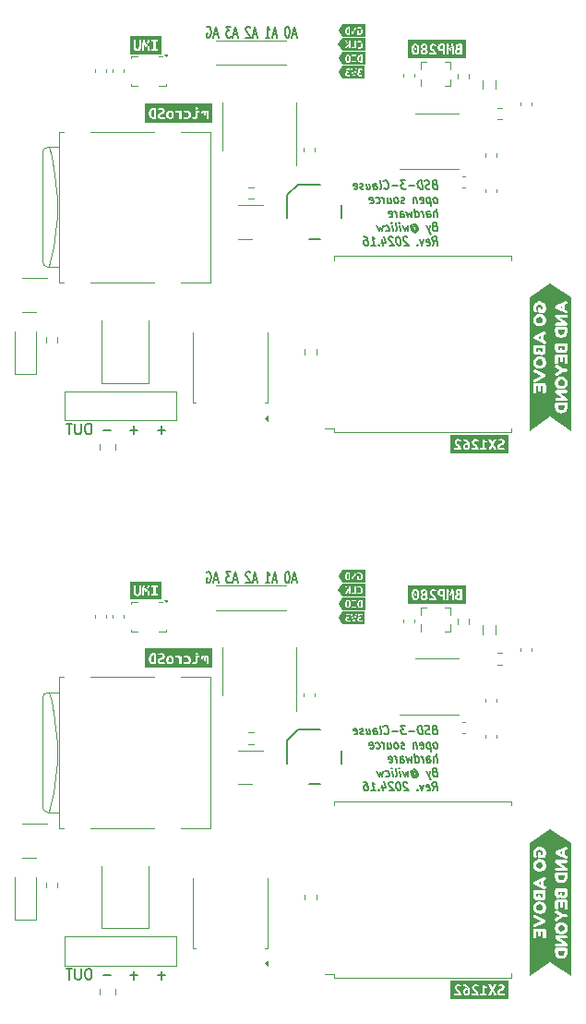
<source format=gbr>
%TF.GenerationSoftware,KiCad,Pcbnew,7.0.11*%
%TF.CreationDate,2024-05-24T13:54:11+08:00*%
%TF.ProjectId,panel,70616e65-6c2e-46b6-9963-61645f706362,rev?*%
%TF.SameCoordinates,Original*%
%TF.FileFunction,Legend,Bot*%
%TF.FilePolarity,Positive*%
%FSLAX46Y46*%
G04 Gerber Fmt 4.6, Leading zero omitted, Abs format (unit mm)*
G04 Created by KiCad (PCBNEW 7.0.11) date 2024-05-24 13:54:11*
%MOMM*%
%LPD*%
G01*
G04 APERTURE LIST*
%ADD10C,0.150000*%
%ADD11C,0.120000*%
%ADD12C,0.100000*%
%ADD13C,0.127000*%
G04 APERTURE END LIST*
D10*
X105597973Y-25464124D02*
X105264640Y-25464124D01*
X105664640Y-25749839D02*
X105431307Y-24749839D01*
X105431307Y-24749839D02*
X105197973Y-25749839D01*
X104831307Y-24749839D02*
X104764640Y-24749839D01*
X104764640Y-24749839D02*
X104697973Y-24797458D01*
X104697973Y-24797458D02*
X104664640Y-24845077D01*
X104664640Y-24845077D02*
X104631307Y-24940315D01*
X104631307Y-24940315D02*
X104597973Y-25130791D01*
X104597973Y-25130791D02*
X104597973Y-25368886D01*
X104597973Y-25368886D02*
X104631307Y-25559362D01*
X104631307Y-25559362D02*
X104664640Y-25654600D01*
X104664640Y-25654600D02*
X104697973Y-25702220D01*
X104697973Y-25702220D02*
X104764640Y-25749839D01*
X104764640Y-25749839D02*
X104831307Y-25749839D01*
X104831307Y-25749839D02*
X104897973Y-25702220D01*
X104897973Y-25702220D02*
X104931307Y-25654600D01*
X104931307Y-25654600D02*
X104964640Y-25559362D01*
X104964640Y-25559362D02*
X104997973Y-25368886D01*
X104997973Y-25368886D02*
X104997973Y-25130791D01*
X104997973Y-25130791D02*
X104964640Y-24940315D01*
X104964640Y-24940315D02*
X104931307Y-24845077D01*
X104931307Y-24845077D02*
X104897973Y-24797458D01*
X104897973Y-24797458D02*
X104831307Y-24749839D01*
X103797973Y-25464124D02*
X103464640Y-25464124D01*
X103864640Y-25749839D02*
X103631307Y-24749839D01*
X103631307Y-24749839D02*
X103397973Y-25749839D01*
X102797973Y-25749839D02*
X103197973Y-25749839D01*
X102997973Y-25749839D02*
X102997973Y-24749839D01*
X102997973Y-24749839D02*
X103064640Y-24892696D01*
X103064640Y-24892696D02*
X103131307Y-24987934D01*
X103131307Y-24987934D02*
X103197973Y-25035553D01*
X101997973Y-25464124D02*
X101664640Y-25464124D01*
X102064640Y-25749839D02*
X101831307Y-24749839D01*
X101831307Y-24749839D02*
X101597973Y-25749839D01*
X101397973Y-24845077D02*
X101364640Y-24797458D01*
X101364640Y-24797458D02*
X101297973Y-24749839D01*
X101297973Y-24749839D02*
X101131307Y-24749839D01*
X101131307Y-24749839D02*
X101064640Y-24797458D01*
X101064640Y-24797458D02*
X101031307Y-24845077D01*
X101031307Y-24845077D02*
X100997973Y-24940315D01*
X100997973Y-24940315D02*
X100997973Y-25035553D01*
X100997973Y-25035553D02*
X101031307Y-25178410D01*
X101031307Y-25178410D02*
X101431307Y-25749839D01*
X101431307Y-25749839D02*
X100997973Y-25749839D01*
X100197973Y-25464124D02*
X99864640Y-25464124D01*
X100264640Y-25749839D02*
X100031307Y-24749839D01*
X100031307Y-24749839D02*
X99797973Y-25749839D01*
X99631307Y-24749839D02*
X99197973Y-24749839D01*
X99197973Y-24749839D02*
X99431307Y-25130791D01*
X99431307Y-25130791D02*
X99331307Y-25130791D01*
X99331307Y-25130791D02*
X99264640Y-25178410D01*
X99264640Y-25178410D02*
X99231307Y-25226029D01*
X99231307Y-25226029D02*
X99197973Y-25321267D01*
X99197973Y-25321267D02*
X99197973Y-25559362D01*
X99197973Y-25559362D02*
X99231307Y-25654600D01*
X99231307Y-25654600D02*
X99264640Y-25702220D01*
X99264640Y-25702220D02*
X99331307Y-25749839D01*
X99331307Y-25749839D02*
X99531307Y-25749839D01*
X99531307Y-25749839D02*
X99597973Y-25702220D01*
X99597973Y-25702220D02*
X99631307Y-25654600D01*
X98397973Y-25464124D02*
X98064640Y-25464124D01*
X98464640Y-25749839D02*
X98231307Y-24749839D01*
X98231307Y-24749839D02*
X97997973Y-25749839D01*
X97397973Y-24797458D02*
X97464640Y-24749839D01*
X97464640Y-24749839D02*
X97564640Y-24749839D01*
X97564640Y-24749839D02*
X97664640Y-24797458D01*
X97664640Y-24797458D02*
X97731307Y-24892696D01*
X97731307Y-24892696D02*
X97764640Y-24987934D01*
X97764640Y-24987934D02*
X97797973Y-25178410D01*
X97797973Y-25178410D02*
X97797973Y-25321267D01*
X97797973Y-25321267D02*
X97764640Y-25511743D01*
X97764640Y-25511743D02*
X97731307Y-25606981D01*
X97731307Y-25606981D02*
X97664640Y-25702220D01*
X97664640Y-25702220D02*
X97564640Y-25749839D01*
X97564640Y-25749839D02*
X97497973Y-25749839D01*
X97497973Y-25749839D02*
X97397973Y-25702220D01*
X97397973Y-25702220D02*
X97364640Y-25654600D01*
X97364640Y-25654600D02*
X97364640Y-25321267D01*
X97364640Y-25321267D02*
X97497973Y-25321267D01*
X105597973Y-75464138D02*
X105264640Y-75464138D01*
X105664640Y-75749853D02*
X105431307Y-74749853D01*
X105431307Y-74749853D02*
X105197973Y-75749853D01*
X104831307Y-74749853D02*
X104764640Y-74749853D01*
X104764640Y-74749853D02*
X104697973Y-74797472D01*
X104697973Y-74797472D02*
X104664640Y-74845091D01*
X104664640Y-74845091D02*
X104631307Y-74940329D01*
X104631307Y-74940329D02*
X104597973Y-75130805D01*
X104597973Y-75130805D02*
X104597973Y-75368900D01*
X104597973Y-75368900D02*
X104631307Y-75559376D01*
X104631307Y-75559376D02*
X104664640Y-75654614D01*
X104664640Y-75654614D02*
X104697973Y-75702234D01*
X104697973Y-75702234D02*
X104764640Y-75749853D01*
X104764640Y-75749853D02*
X104831307Y-75749853D01*
X104831307Y-75749853D02*
X104897973Y-75702234D01*
X104897973Y-75702234D02*
X104931307Y-75654614D01*
X104931307Y-75654614D02*
X104964640Y-75559376D01*
X104964640Y-75559376D02*
X104997973Y-75368900D01*
X104997973Y-75368900D02*
X104997973Y-75130805D01*
X104997973Y-75130805D02*
X104964640Y-74940329D01*
X104964640Y-74940329D02*
X104931307Y-74845091D01*
X104931307Y-74845091D02*
X104897973Y-74797472D01*
X104897973Y-74797472D02*
X104831307Y-74749853D01*
X103797973Y-75464138D02*
X103464640Y-75464138D01*
X103864640Y-75749853D02*
X103631307Y-74749853D01*
X103631307Y-74749853D02*
X103397973Y-75749853D01*
X102797973Y-75749853D02*
X103197973Y-75749853D01*
X102997973Y-75749853D02*
X102997973Y-74749853D01*
X102997973Y-74749853D02*
X103064640Y-74892710D01*
X103064640Y-74892710D02*
X103131307Y-74987948D01*
X103131307Y-74987948D02*
X103197973Y-75035567D01*
X101997973Y-75464138D02*
X101664640Y-75464138D01*
X102064640Y-75749853D02*
X101831307Y-74749853D01*
X101831307Y-74749853D02*
X101597973Y-75749853D01*
X101397973Y-74845091D02*
X101364640Y-74797472D01*
X101364640Y-74797472D02*
X101297973Y-74749853D01*
X101297973Y-74749853D02*
X101131307Y-74749853D01*
X101131307Y-74749853D02*
X101064640Y-74797472D01*
X101064640Y-74797472D02*
X101031307Y-74845091D01*
X101031307Y-74845091D02*
X100997973Y-74940329D01*
X100997973Y-74940329D02*
X100997973Y-75035567D01*
X100997973Y-75035567D02*
X101031307Y-75178424D01*
X101031307Y-75178424D02*
X101431307Y-75749853D01*
X101431307Y-75749853D02*
X100997973Y-75749853D01*
X100197973Y-75464138D02*
X99864640Y-75464138D01*
X100264640Y-75749853D02*
X100031307Y-74749853D01*
X100031307Y-74749853D02*
X99797973Y-75749853D01*
X99631307Y-74749853D02*
X99197973Y-74749853D01*
X99197973Y-74749853D02*
X99431307Y-75130805D01*
X99431307Y-75130805D02*
X99331307Y-75130805D01*
X99331307Y-75130805D02*
X99264640Y-75178424D01*
X99264640Y-75178424D02*
X99231307Y-75226043D01*
X99231307Y-75226043D02*
X99197973Y-75321281D01*
X99197973Y-75321281D02*
X99197973Y-75559376D01*
X99197973Y-75559376D02*
X99231307Y-75654614D01*
X99231307Y-75654614D02*
X99264640Y-75702234D01*
X99264640Y-75702234D02*
X99331307Y-75749853D01*
X99331307Y-75749853D02*
X99531307Y-75749853D01*
X99531307Y-75749853D02*
X99597973Y-75702234D01*
X99597973Y-75702234D02*
X99631307Y-75654614D01*
X98397973Y-75464138D02*
X98064640Y-75464138D01*
X98464640Y-75749853D02*
X98231307Y-74749853D01*
X98231307Y-74749853D02*
X97997973Y-75749853D01*
X97397973Y-74797472D02*
X97464640Y-74749853D01*
X97464640Y-74749853D02*
X97564640Y-74749853D01*
X97564640Y-74749853D02*
X97664640Y-74797472D01*
X97664640Y-74797472D02*
X97731307Y-74892710D01*
X97731307Y-74892710D02*
X97764640Y-74987948D01*
X97764640Y-74987948D02*
X97797973Y-75178424D01*
X97797973Y-75178424D02*
X97797973Y-75321281D01*
X97797973Y-75321281D02*
X97764640Y-75511757D01*
X97764640Y-75511757D02*
X97731307Y-75606995D01*
X97731307Y-75606995D02*
X97664640Y-75702234D01*
X97664640Y-75702234D02*
X97564640Y-75749853D01*
X97564640Y-75749853D02*
X97497973Y-75749853D01*
X97497973Y-75749853D02*
X97397973Y-75702234D01*
X97397973Y-75702234D02*
X97364640Y-75654614D01*
X97364640Y-75654614D02*
X97364640Y-75321281D01*
X97364640Y-75321281D02*
X97497973Y-75321281D01*
X118283344Y-89232324D02*
X118188106Y-89270419D01*
X118188106Y-89270419D02*
X118159535Y-89308515D01*
X118159535Y-89308515D02*
X118135725Y-89384705D01*
X118135725Y-89384705D02*
X118150011Y-89498991D01*
X118150011Y-89498991D02*
X118192868Y-89575181D01*
X118192868Y-89575181D02*
X118230964Y-89613277D01*
X118230964Y-89613277D02*
X118302392Y-89651372D01*
X118302392Y-89651372D02*
X118569059Y-89651372D01*
X118569059Y-89651372D02*
X118469059Y-88851372D01*
X118469059Y-88851372D02*
X118235725Y-88851372D01*
X118235725Y-88851372D02*
X118173821Y-88889467D01*
X118173821Y-88889467D02*
X118145249Y-88927562D01*
X118145249Y-88927562D02*
X118121440Y-89003753D01*
X118121440Y-89003753D02*
X118130964Y-89079943D01*
X118130964Y-89079943D02*
X118173821Y-89156134D01*
X118173821Y-89156134D02*
X118211916Y-89194229D01*
X118211916Y-89194229D02*
X118283344Y-89232324D01*
X118283344Y-89232324D02*
X118516678Y-89232324D01*
X117897630Y-89613277D02*
X117802392Y-89651372D01*
X117802392Y-89651372D02*
X117635725Y-89651372D01*
X117635725Y-89651372D02*
X117564297Y-89613277D01*
X117564297Y-89613277D02*
X117526202Y-89575181D01*
X117526202Y-89575181D02*
X117483344Y-89498991D01*
X117483344Y-89498991D02*
X117473821Y-89422800D01*
X117473821Y-89422800D02*
X117497630Y-89346610D01*
X117497630Y-89346610D02*
X117526202Y-89308515D01*
X117526202Y-89308515D02*
X117588106Y-89270419D01*
X117588106Y-89270419D02*
X117716678Y-89232324D01*
X117716678Y-89232324D02*
X117778583Y-89194229D01*
X117778583Y-89194229D02*
X117807154Y-89156134D01*
X117807154Y-89156134D02*
X117830964Y-89079943D01*
X117830964Y-89079943D02*
X117821440Y-89003753D01*
X117821440Y-89003753D02*
X117778583Y-88927562D01*
X117778583Y-88927562D02*
X117740487Y-88889467D01*
X117740487Y-88889467D02*
X117669059Y-88851372D01*
X117669059Y-88851372D02*
X117502392Y-88851372D01*
X117502392Y-88851372D02*
X117407154Y-88889467D01*
X117202392Y-89651372D02*
X117102392Y-88851372D01*
X117102392Y-88851372D02*
X116935725Y-88851372D01*
X116935725Y-88851372D02*
X116840487Y-88889467D01*
X116840487Y-88889467D02*
X116783344Y-88965657D01*
X116783344Y-88965657D02*
X116759535Y-89041848D01*
X116759535Y-89041848D02*
X116745249Y-89194229D01*
X116745249Y-89194229D02*
X116759535Y-89308515D01*
X116759535Y-89308515D02*
X116811916Y-89460896D01*
X116811916Y-89460896D02*
X116854773Y-89537086D01*
X116854773Y-89537086D02*
X116930963Y-89613277D01*
X116930963Y-89613277D02*
X117035725Y-89651372D01*
X117035725Y-89651372D02*
X117202392Y-89651372D01*
X116464297Y-89346610D02*
X115930963Y-89346610D01*
X115602391Y-88851372D02*
X115169058Y-88851372D01*
X115169058Y-88851372D02*
X115440487Y-89156134D01*
X115440487Y-89156134D02*
X115340487Y-89156134D01*
X115340487Y-89156134D02*
X115278582Y-89194229D01*
X115278582Y-89194229D02*
X115250010Y-89232324D01*
X115250010Y-89232324D02*
X115226201Y-89308515D01*
X115226201Y-89308515D02*
X115250010Y-89498991D01*
X115250010Y-89498991D02*
X115292868Y-89575181D01*
X115292868Y-89575181D02*
X115330963Y-89613277D01*
X115330963Y-89613277D02*
X115402391Y-89651372D01*
X115402391Y-89651372D02*
X115602391Y-89651372D01*
X115602391Y-89651372D02*
X115664296Y-89613277D01*
X115664296Y-89613277D02*
X115692868Y-89575181D01*
X114930963Y-89346610D02*
X114397629Y-89346610D01*
X113692867Y-89575181D02*
X113730962Y-89613277D01*
X113730962Y-89613277D02*
X113835724Y-89651372D01*
X113835724Y-89651372D02*
X113902391Y-89651372D01*
X113902391Y-89651372D02*
X113997629Y-89613277D01*
X113997629Y-89613277D02*
X114054772Y-89537086D01*
X114054772Y-89537086D02*
X114078581Y-89460896D01*
X114078581Y-89460896D02*
X114092867Y-89308515D01*
X114092867Y-89308515D02*
X114078581Y-89194229D01*
X114078581Y-89194229D02*
X114026200Y-89041848D01*
X114026200Y-89041848D02*
X113983343Y-88965657D01*
X113983343Y-88965657D02*
X113907153Y-88889467D01*
X113907153Y-88889467D02*
X113802391Y-88851372D01*
X113802391Y-88851372D02*
X113735724Y-88851372D01*
X113735724Y-88851372D02*
X113640486Y-88889467D01*
X113640486Y-88889467D02*
X113611915Y-88927562D01*
X113302391Y-89651372D02*
X113364296Y-89613277D01*
X113364296Y-89613277D02*
X113388105Y-89537086D01*
X113388105Y-89537086D02*
X113302391Y-88851372D01*
X112735724Y-89651372D02*
X112683343Y-89232324D01*
X112683343Y-89232324D02*
X112707152Y-89156134D01*
X112707152Y-89156134D02*
X112769057Y-89118038D01*
X112769057Y-89118038D02*
X112902390Y-89118038D01*
X112902390Y-89118038D02*
X112973819Y-89156134D01*
X112730962Y-89613277D02*
X112802390Y-89651372D01*
X112802390Y-89651372D02*
X112969057Y-89651372D01*
X112969057Y-89651372D02*
X113030962Y-89613277D01*
X113030962Y-89613277D02*
X113054771Y-89537086D01*
X113054771Y-89537086D02*
X113045248Y-89460896D01*
X113045248Y-89460896D02*
X113002390Y-89384705D01*
X113002390Y-89384705D02*
X112930962Y-89346610D01*
X112930962Y-89346610D02*
X112764295Y-89346610D01*
X112764295Y-89346610D02*
X112692867Y-89308515D01*
X112035724Y-89118038D02*
X112102391Y-89651372D01*
X112335724Y-89118038D02*
X112388105Y-89537086D01*
X112388105Y-89537086D02*
X112364296Y-89613277D01*
X112364296Y-89613277D02*
X112302391Y-89651372D01*
X112302391Y-89651372D02*
X112202391Y-89651372D01*
X112202391Y-89651372D02*
X112130962Y-89613277D01*
X112130962Y-89613277D02*
X112092867Y-89575181D01*
X111797629Y-89613277D02*
X111735724Y-89651372D01*
X111735724Y-89651372D02*
X111602391Y-89651372D01*
X111602391Y-89651372D02*
X111530963Y-89613277D01*
X111530963Y-89613277D02*
X111488105Y-89537086D01*
X111488105Y-89537086D02*
X111483343Y-89498991D01*
X111483343Y-89498991D02*
X111507153Y-89422800D01*
X111507153Y-89422800D02*
X111569058Y-89384705D01*
X111569058Y-89384705D02*
X111669058Y-89384705D01*
X111669058Y-89384705D02*
X111730963Y-89346610D01*
X111730963Y-89346610D02*
X111754772Y-89270419D01*
X111754772Y-89270419D02*
X111750010Y-89232324D01*
X111750010Y-89232324D02*
X111707153Y-89156134D01*
X111707153Y-89156134D02*
X111635724Y-89118038D01*
X111635724Y-89118038D02*
X111535724Y-89118038D01*
X111535724Y-89118038D02*
X111473820Y-89156134D01*
X110930962Y-89613277D02*
X111002391Y-89651372D01*
X111002391Y-89651372D02*
X111135724Y-89651372D01*
X111135724Y-89651372D02*
X111197629Y-89613277D01*
X111197629Y-89613277D02*
X111221438Y-89537086D01*
X111221438Y-89537086D02*
X111183343Y-89232324D01*
X111183343Y-89232324D02*
X111140486Y-89156134D01*
X111140486Y-89156134D02*
X111069057Y-89118038D01*
X111069057Y-89118038D02*
X110935724Y-89118038D01*
X110935724Y-89118038D02*
X110873819Y-89156134D01*
X110873819Y-89156134D02*
X110850010Y-89232324D01*
X110850010Y-89232324D02*
X110859534Y-89308515D01*
X110859534Y-89308515D02*
X111202391Y-89384705D01*
X118469059Y-90939372D02*
X118530964Y-90901277D01*
X118530964Y-90901277D02*
X118559535Y-90863181D01*
X118559535Y-90863181D02*
X118583344Y-90786991D01*
X118583344Y-90786991D02*
X118554773Y-90558419D01*
X118554773Y-90558419D02*
X118511916Y-90482229D01*
X118511916Y-90482229D02*
X118473821Y-90444134D01*
X118473821Y-90444134D02*
X118402392Y-90406038D01*
X118402392Y-90406038D02*
X118302392Y-90406038D01*
X118302392Y-90406038D02*
X118240487Y-90444134D01*
X118240487Y-90444134D02*
X118211916Y-90482229D01*
X118211916Y-90482229D02*
X118188106Y-90558419D01*
X118188106Y-90558419D02*
X118216678Y-90786991D01*
X118216678Y-90786991D02*
X118259535Y-90863181D01*
X118259535Y-90863181D02*
X118297630Y-90901277D01*
X118297630Y-90901277D02*
X118369059Y-90939372D01*
X118369059Y-90939372D02*
X118469059Y-90939372D01*
X117869059Y-90406038D02*
X117969059Y-91206038D01*
X117873821Y-90444134D02*
X117802392Y-90406038D01*
X117802392Y-90406038D02*
X117669059Y-90406038D01*
X117669059Y-90406038D02*
X117607154Y-90444134D01*
X117607154Y-90444134D02*
X117578583Y-90482229D01*
X117578583Y-90482229D02*
X117554773Y-90558419D01*
X117554773Y-90558419D02*
X117583345Y-90786991D01*
X117583345Y-90786991D02*
X117626202Y-90863181D01*
X117626202Y-90863181D02*
X117664297Y-90901277D01*
X117664297Y-90901277D02*
X117735726Y-90939372D01*
X117735726Y-90939372D02*
X117869059Y-90939372D01*
X117869059Y-90939372D02*
X117930964Y-90901277D01*
X117030964Y-90901277D02*
X117102393Y-90939372D01*
X117102393Y-90939372D02*
X117235726Y-90939372D01*
X117235726Y-90939372D02*
X117297631Y-90901277D01*
X117297631Y-90901277D02*
X117321440Y-90825086D01*
X117321440Y-90825086D02*
X117283345Y-90520324D01*
X117283345Y-90520324D02*
X117240488Y-90444134D01*
X117240488Y-90444134D02*
X117169059Y-90406038D01*
X117169059Y-90406038D02*
X117035726Y-90406038D01*
X117035726Y-90406038D02*
X116973821Y-90444134D01*
X116973821Y-90444134D02*
X116950012Y-90520324D01*
X116950012Y-90520324D02*
X116959536Y-90596515D01*
X116959536Y-90596515D02*
X117302393Y-90672705D01*
X116635726Y-90406038D02*
X116702393Y-90939372D01*
X116645250Y-90482229D02*
X116607155Y-90444134D01*
X116607155Y-90444134D02*
X116535726Y-90406038D01*
X116535726Y-90406038D02*
X116435726Y-90406038D01*
X116435726Y-90406038D02*
X116373821Y-90444134D01*
X116373821Y-90444134D02*
X116350012Y-90520324D01*
X116350012Y-90520324D02*
X116402393Y-90939372D01*
X115564298Y-90901277D02*
X115502393Y-90939372D01*
X115502393Y-90939372D02*
X115369060Y-90939372D01*
X115369060Y-90939372D02*
X115297632Y-90901277D01*
X115297632Y-90901277D02*
X115254774Y-90825086D01*
X115254774Y-90825086D02*
X115250012Y-90786991D01*
X115250012Y-90786991D02*
X115273822Y-90710800D01*
X115273822Y-90710800D02*
X115335727Y-90672705D01*
X115335727Y-90672705D02*
X115435727Y-90672705D01*
X115435727Y-90672705D02*
X115497632Y-90634610D01*
X115497632Y-90634610D02*
X115521441Y-90558419D01*
X115521441Y-90558419D02*
X115516679Y-90520324D01*
X115516679Y-90520324D02*
X115473822Y-90444134D01*
X115473822Y-90444134D02*
X115402393Y-90406038D01*
X115402393Y-90406038D02*
X115302393Y-90406038D01*
X115302393Y-90406038D02*
X115240489Y-90444134D01*
X114869060Y-90939372D02*
X114930965Y-90901277D01*
X114930965Y-90901277D02*
X114959536Y-90863181D01*
X114959536Y-90863181D02*
X114983345Y-90786991D01*
X114983345Y-90786991D02*
X114954774Y-90558419D01*
X114954774Y-90558419D02*
X114911917Y-90482229D01*
X114911917Y-90482229D02*
X114873822Y-90444134D01*
X114873822Y-90444134D02*
X114802393Y-90406038D01*
X114802393Y-90406038D02*
X114702393Y-90406038D01*
X114702393Y-90406038D02*
X114640488Y-90444134D01*
X114640488Y-90444134D02*
X114611917Y-90482229D01*
X114611917Y-90482229D02*
X114588107Y-90558419D01*
X114588107Y-90558419D02*
X114616679Y-90786991D01*
X114616679Y-90786991D02*
X114659536Y-90863181D01*
X114659536Y-90863181D02*
X114697631Y-90901277D01*
X114697631Y-90901277D02*
X114769060Y-90939372D01*
X114769060Y-90939372D02*
X114869060Y-90939372D01*
X113969060Y-90406038D02*
X114035727Y-90939372D01*
X114269060Y-90406038D02*
X114321441Y-90825086D01*
X114321441Y-90825086D02*
X114297632Y-90901277D01*
X114297632Y-90901277D02*
X114235727Y-90939372D01*
X114235727Y-90939372D02*
X114135727Y-90939372D01*
X114135727Y-90939372D02*
X114064298Y-90901277D01*
X114064298Y-90901277D02*
X114026203Y-90863181D01*
X113702394Y-90939372D02*
X113635727Y-90406038D01*
X113654775Y-90558419D02*
X113611918Y-90482229D01*
X113611918Y-90482229D02*
X113573822Y-90444134D01*
X113573822Y-90444134D02*
X113502394Y-90406038D01*
X113502394Y-90406038D02*
X113435727Y-90406038D01*
X112964299Y-90901277D02*
X113035727Y-90939372D01*
X113035727Y-90939372D02*
X113169061Y-90939372D01*
X113169061Y-90939372D02*
X113230966Y-90901277D01*
X113230966Y-90901277D02*
X113259537Y-90863181D01*
X113259537Y-90863181D02*
X113283346Y-90786991D01*
X113283346Y-90786991D02*
X113254775Y-90558419D01*
X113254775Y-90558419D02*
X113211918Y-90482229D01*
X113211918Y-90482229D02*
X113173823Y-90444134D01*
X113173823Y-90444134D02*
X113102394Y-90406038D01*
X113102394Y-90406038D02*
X112969061Y-90406038D01*
X112969061Y-90406038D02*
X112907156Y-90444134D01*
X112397632Y-90901277D02*
X112469061Y-90939372D01*
X112469061Y-90939372D02*
X112602394Y-90939372D01*
X112602394Y-90939372D02*
X112664299Y-90901277D01*
X112664299Y-90901277D02*
X112688108Y-90825086D01*
X112688108Y-90825086D02*
X112650013Y-90520324D01*
X112650013Y-90520324D02*
X112607156Y-90444134D01*
X112607156Y-90444134D02*
X112535727Y-90406038D01*
X112535727Y-90406038D02*
X112402394Y-90406038D01*
X112402394Y-90406038D02*
X112340489Y-90444134D01*
X112340489Y-90444134D02*
X112316680Y-90520324D01*
X112316680Y-90520324D02*
X112326204Y-90596515D01*
X112326204Y-90596515D02*
X112669061Y-90672705D01*
X118569059Y-92227372D02*
X118469059Y-91427372D01*
X118269059Y-92227372D02*
X118216678Y-91808324D01*
X118216678Y-91808324D02*
X118240487Y-91732134D01*
X118240487Y-91732134D02*
X118302392Y-91694038D01*
X118302392Y-91694038D02*
X118402392Y-91694038D01*
X118402392Y-91694038D02*
X118473821Y-91732134D01*
X118473821Y-91732134D02*
X118511916Y-91770229D01*
X117635726Y-92227372D02*
X117583345Y-91808324D01*
X117583345Y-91808324D02*
X117607154Y-91732134D01*
X117607154Y-91732134D02*
X117669059Y-91694038D01*
X117669059Y-91694038D02*
X117802392Y-91694038D01*
X117802392Y-91694038D02*
X117873821Y-91732134D01*
X117630964Y-92189277D02*
X117702392Y-92227372D01*
X117702392Y-92227372D02*
X117869059Y-92227372D01*
X117869059Y-92227372D02*
X117930964Y-92189277D01*
X117930964Y-92189277D02*
X117954773Y-92113086D01*
X117954773Y-92113086D02*
X117945250Y-92036896D01*
X117945250Y-92036896D02*
X117902392Y-91960705D01*
X117902392Y-91960705D02*
X117830964Y-91922610D01*
X117830964Y-91922610D02*
X117664297Y-91922610D01*
X117664297Y-91922610D02*
X117592869Y-91884515D01*
X117302393Y-92227372D02*
X117235726Y-91694038D01*
X117254774Y-91846419D02*
X117211917Y-91770229D01*
X117211917Y-91770229D02*
X117173821Y-91732134D01*
X117173821Y-91732134D02*
X117102393Y-91694038D01*
X117102393Y-91694038D02*
X117035726Y-91694038D01*
X116569060Y-92227372D02*
X116469060Y-91427372D01*
X116564298Y-92189277D02*
X116635726Y-92227372D01*
X116635726Y-92227372D02*
X116769060Y-92227372D01*
X116769060Y-92227372D02*
X116830965Y-92189277D01*
X116830965Y-92189277D02*
X116859536Y-92151181D01*
X116859536Y-92151181D02*
X116883345Y-92074991D01*
X116883345Y-92074991D02*
X116854774Y-91846419D01*
X116854774Y-91846419D02*
X116811917Y-91770229D01*
X116811917Y-91770229D02*
X116773822Y-91732134D01*
X116773822Y-91732134D02*
X116702393Y-91694038D01*
X116702393Y-91694038D02*
X116569060Y-91694038D01*
X116569060Y-91694038D02*
X116507155Y-91732134D01*
X116235727Y-91694038D02*
X116169060Y-92227372D01*
X116169060Y-92227372D02*
X115988108Y-91846419D01*
X115988108Y-91846419D02*
X115902393Y-92227372D01*
X115902393Y-92227372D02*
X115702393Y-91694038D01*
X115202394Y-92227372D02*
X115150013Y-91808324D01*
X115150013Y-91808324D02*
X115173822Y-91732134D01*
X115173822Y-91732134D02*
X115235727Y-91694038D01*
X115235727Y-91694038D02*
X115369060Y-91694038D01*
X115369060Y-91694038D02*
X115440489Y-91732134D01*
X115197632Y-92189277D02*
X115269060Y-92227372D01*
X115269060Y-92227372D02*
X115435727Y-92227372D01*
X115435727Y-92227372D02*
X115497632Y-92189277D01*
X115497632Y-92189277D02*
X115521441Y-92113086D01*
X115521441Y-92113086D02*
X115511918Y-92036896D01*
X115511918Y-92036896D02*
X115469060Y-91960705D01*
X115469060Y-91960705D02*
X115397632Y-91922610D01*
X115397632Y-91922610D02*
X115230965Y-91922610D01*
X115230965Y-91922610D02*
X115159537Y-91884515D01*
X114869061Y-92227372D02*
X114802394Y-91694038D01*
X114821442Y-91846419D02*
X114778585Y-91770229D01*
X114778585Y-91770229D02*
X114740489Y-91732134D01*
X114740489Y-91732134D02*
X114669061Y-91694038D01*
X114669061Y-91694038D02*
X114602394Y-91694038D01*
X114164299Y-92189277D02*
X114235728Y-92227372D01*
X114235728Y-92227372D02*
X114369061Y-92227372D01*
X114369061Y-92227372D02*
X114430966Y-92189277D01*
X114430966Y-92189277D02*
X114454775Y-92113086D01*
X114454775Y-92113086D02*
X114416680Y-91808324D01*
X114416680Y-91808324D02*
X114373823Y-91732134D01*
X114373823Y-91732134D02*
X114302394Y-91694038D01*
X114302394Y-91694038D02*
X114169061Y-91694038D01*
X114169061Y-91694038D02*
X114107156Y-91732134D01*
X114107156Y-91732134D02*
X114083347Y-91808324D01*
X114083347Y-91808324D02*
X114092871Y-91884515D01*
X114092871Y-91884515D02*
X114435728Y-91960705D01*
X118283344Y-93096324D02*
X118188106Y-93134419D01*
X118188106Y-93134419D02*
X118159535Y-93172515D01*
X118159535Y-93172515D02*
X118135725Y-93248705D01*
X118135725Y-93248705D02*
X118150011Y-93362991D01*
X118150011Y-93362991D02*
X118192868Y-93439181D01*
X118192868Y-93439181D02*
X118230964Y-93477277D01*
X118230964Y-93477277D02*
X118302392Y-93515372D01*
X118302392Y-93515372D02*
X118569059Y-93515372D01*
X118569059Y-93515372D02*
X118469059Y-92715372D01*
X118469059Y-92715372D02*
X118235725Y-92715372D01*
X118235725Y-92715372D02*
X118173821Y-92753467D01*
X118173821Y-92753467D02*
X118145249Y-92791562D01*
X118145249Y-92791562D02*
X118121440Y-92867753D01*
X118121440Y-92867753D02*
X118130964Y-92943943D01*
X118130964Y-92943943D02*
X118173821Y-93020134D01*
X118173821Y-93020134D02*
X118211916Y-93058229D01*
X118211916Y-93058229D02*
X118283344Y-93096324D01*
X118283344Y-93096324D02*
X118516678Y-93096324D01*
X117869059Y-92982038D02*
X117769059Y-93515372D01*
X117535725Y-92982038D02*
X117769059Y-93515372D01*
X117769059Y-93515372D02*
X117859535Y-93705848D01*
X117859535Y-93705848D02*
X117897630Y-93743943D01*
X117897630Y-93743943D02*
X117969059Y-93782038D01*
X116321440Y-93134419D02*
X116350012Y-93096324D01*
X116350012Y-93096324D02*
X116411917Y-93058229D01*
X116411917Y-93058229D02*
X116478583Y-93058229D01*
X116478583Y-93058229D02*
X116550012Y-93096324D01*
X116550012Y-93096324D02*
X116588107Y-93134419D01*
X116588107Y-93134419D02*
X116630964Y-93210610D01*
X116630964Y-93210610D02*
X116640488Y-93286800D01*
X116640488Y-93286800D02*
X116616678Y-93362991D01*
X116616678Y-93362991D02*
X116588107Y-93401086D01*
X116588107Y-93401086D02*
X116526202Y-93439181D01*
X116526202Y-93439181D02*
X116459536Y-93439181D01*
X116459536Y-93439181D02*
X116388107Y-93401086D01*
X116388107Y-93401086D02*
X116350012Y-93362991D01*
X116311917Y-93058229D02*
X116350012Y-93362991D01*
X116350012Y-93362991D02*
X116321440Y-93401086D01*
X116321440Y-93401086D02*
X116288107Y-93401086D01*
X116288107Y-93401086D02*
X116216678Y-93362991D01*
X116216678Y-93362991D02*
X116173821Y-93286800D01*
X116173821Y-93286800D02*
X116150012Y-93096324D01*
X116150012Y-93096324D02*
X116202393Y-92982038D01*
X116202393Y-92982038D02*
X116292869Y-92905848D01*
X116292869Y-92905848D02*
X116421440Y-92867753D01*
X116421440Y-92867753D02*
X116559536Y-92905848D01*
X116559536Y-92905848D02*
X116669059Y-92982038D01*
X116669059Y-92982038D02*
X116750012Y-93096324D01*
X116750012Y-93096324D02*
X116802393Y-93248705D01*
X116802393Y-93248705D02*
X116788107Y-93401086D01*
X116788107Y-93401086D02*
X116735726Y-93515372D01*
X116735726Y-93515372D02*
X116645250Y-93591562D01*
X116645250Y-93591562D02*
X116516678Y-93629657D01*
X116516678Y-93629657D02*
X116378583Y-93591562D01*
X116378583Y-93591562D02*
X116269059Y-93515372D01*
X115902393Y-92982038D02*
X115835726Y-93515372D01*
X115835726Y-93515372D02*
X115654774Y-93134419D01*
X115654774Y-93134419D02*
X115569059Y-93515372D01*
X115569059Y-93515372D02*
X115369059Y-92982038D01*
X115169060Y-93515372D02*
X115102393Y-92982038D01*
X115069060Y-92715372D02*
X115107155Y-92753467D01*
X115107155Y-92753467D02*
X115078584Y-92791562D01*
X115078584Y-92791562D02*
X115040488Y-92753467D01*
X115040488Y-92753467D02*
X115069060Y-92715372D01*
X115069060Y-92715372D02*
X115078584Y-92791562D01*
X114735727Y-93515372D02*
X114797632Y-93477277D01*
X114797632Y-93477277D02*
X114821441Y-93401086D01*
X114821441Y-93401086D02*
X114735727Y-92715372D01*
X114469060Y-93515372D02*
X114402393Y-92982038D01*
X114369060Y-92715372D02*
X114407155Y-92753467D01*
X114407155Y-92753467D02*
X114378584Y-92791562D01*
X114378584Y-92791562D02*
X114340488Y-92753467D01*
X114340488Y-92753467D02*
X114369060Y-92715372D01*
X114369060Y-92715372D02*
X114378584Y-92791562D01*
X113830965Y-93477277D02*
X113902393Y-93515372D01*
X113902393Y-93515372D02*
X114035727Y-93515372D01*
X114035727Y-93515372D02*
X114097632Y-93477277D01*
X114097632Y-93477277D02*
X114126203Y-93439181D01*
X114126203Y-93439181D02*
X114150012Y-93362991D01*
X114150012Y-93362991D02*
X114121441Y-93134419D01*
X114121441Y-93134419D02*
X114078584Y-93058229D01*
X114078584Y-93058229D02*
X114040489Y-93020134D01*
X114040489Y-93020134D02*
X113969060Y-92982038D01*
X113969060Y-92982038D02*
X113835727Y-92982038D01*
X113835727Y-92982038D02*
X113773822Y-93020134D01*
X113535727Y-92982038D02*
X113469060Y-93515372D01*
X113469060Y-93515372D02*
X113288108Y-93134419D01*
X113288108Y-93134419D02*
X113202393Y-93515372D01*
X113202393Y-93515372D02*
X113002393Y-92982038D01*
X118169059Y-94803372D02*
X118354773Y-94422419D01*
X118569059Y-94803372D02*
X118469059Y-94003372D01*
X118469059Y-94003372D02*
X118202392Y-94003372D01*
X118202392Y-94003372D02*
X118140487Y-94041467D01*
X118140487Y-94041467D02*
X118111916Y-94079562D01*
X118111916Y-94079562D02*
X118088106Y-94155753D01*
X118088106Y-94155753D02*
X118102392Y-94270038D01*
X118102392Y-94270038D02*
X118145249Y-94346229D01*
X118145249Y-94346229D02*
X118183344Y-94384324D01*
X118183344Y-94384324D02*
X118254773Y-94422419D01*
X118254773Y-94422419D02*
X118521440Y-94422419D01*
X117597630Y-94765277D02*
X117669059Y-94803372D01*
X117669059Y-94803372D02*
X117802392Y-94803372D01*
X117802392Y-94803372D02*
X117864297Y-94765277D01*
X117864297Y-94765277D02*
X117888106Y-94689086D01*
X117888106Y-94689086D02*
X117850011Y-94384324D01*
X117850011Y-94384324D02*
X117807154Y-94308134D01*
X117807154Y-94308134D02*
X117735725Y-94270038D01*
X117735725Y-94270038D02*
X117602392Y-94270038D01*
X117602392Y-94270038D02*
X117540487Y-94308134D01*
X117540487Y-94308134D02*
X117516678Y-94384324D01*
X117516678Y-94384324D02*
X117526202Y-94460515D01*
X117526202Y-94460515D02*
X117869059Y-94536705D01*
X117269059Y-94270038D02*
X117169059Y-94803372D01*
X117169059Y-94803372D02*
X116935725Y-94270038D01*
X116726202Y-94727181D02*
X116697631Y-94765277D01*
X116697631Y-94765277D02*
X116735726Y-94803372D01*
X116735726Y-94803372D02*
X116764297Y-94765277D01*
X116764297Y-94765277D02*
X116726202Y-94727181D01*
X116726202Y-94727181D02*
X116735726Y-94803372D01*
X115811917Y-94079562D02*
X115773822Y-94041467D01*
X115773822Y-94041467D02*
X115702393Y-94003372D01*
X115702393Y-94003372D02*
X115535726Y-94003372D01*
X115535726Y-94003372D02*
X115473822Y-94041467D01*
X115473822Y-94041467D02*
X115445250Y-94079562D01*
X115445250Y-94079562D02*
X115421441Y-94155753D01*
X115421441Y-94155753D02*
X115430965Y-94231943D01*
X115430965Y-94231943D02*
X115478584Y-94346229D01*
X115478584Y-94346229D02*
X115935726Y-94803372D01*
X115935726Y-94803372D02*
X115502393Y-94803372D01*
X114969059Y-94003372D02*
X114902393Y-94003372D01*
X114902393Y-94003372D02*
X114840488Y-94041467D01*
X114840488Y-94041467D02*
X114811917Y-94079562D01*
X114811917Y-94079562D02*
X114788107Y-94155753D01*
X114788107Y-94155753D02*
X114773821Y-94308134D01*
X114773821Y-94308134D02*
X114797631Y-94498610D01*
X114797631Y-94498610D02*
X114850012Y-94650991D01*
X114850012Y-94650991D02*
X114892869Y-94727181D01*
X114892869Y-94727181D02*
X114930964Y-94765277D01*
X114930964Y-94765277D02*
X115002393Y-94803372D01*
X115002393Y-94803372D02*
X115069059Y-94803372D01*
X115069059Y-94803372D02*
X115130964Y-94765277D01*
X115130964Y-94765277D02*
X115159536Y-94727181D01*
X115159536Y-94727181D02*
X115183345Y-94650991D01*
X115183345Y-94650991D02*
X115197631Y-94498610D01*
X115197631Y-94498610D02*
X115173821Y-94308134D01*
X115173821Y-94308134D02*
X115121440Y-94155753D01*
X115121440Y-94155753D02*
X115078583Y-94079562D01*
X115078583Y-94079562D02*
X115040488Y-94041467D01*
X115040488Y-94041467D02*
X114969059Y-94003372D01*
X114478583Y-94079562D02*
X114440488Y-94041467D01*
X114440488Y-94041467D02*
X114369059Y-94003372D01*
X114369059Y-94003372D02*
X114202392Y-94003372D01*
X114202392Y-94003372D02*
X114140488Y-94041467D01*
X114140488Y-94041467D02*
X114111916Y-94079562D01*
X114111916Y-94079562D02*
X114088107Y-94155753D01*
X114088107Y-94155753D02*
X114097631Y-94231943D01*
X114097631Y-94231943D02*
X114145250Y-94346229D01*
X114145250Y-94346229D02*
X114602392Y-94803372D01*
X114602392Y-94803372D02*
X114169059Y-94803372D01*
X113502392Y-94270038D02*
X113569059Y-94803372D01*
X113630964Y-93965277D02*
X113869059Y-94536705D01*
X113869059Y-94536705D02*
X113435725Y-94536705D01*
X113192868Y-94727181D02*
X113164297Y-94765277D01*
X113164297Y-94765277D02*
X113202392Y-94803372D01*
X113202392Y-94803372D02*
X113230963Y-94765277D01*
X113230963Y-94765277D02*
X113192868Y-94727181D01*
X113192868Y-94727181D02*
X113202392Y-94803372D01*
X112502392Y-94803372D02*
X112902392Y-94803372D01*
X112702392Y-94803372D02*
X112602392Y-94003372D01*
X112602392Y-94003372D02*
X112683344Y-94117657D01*
X112683344Y-94117657D02*
X112759535Y-94193848D01*
X112759535Y-94193848D02*
X112830964Y-94231943D01*
X111802392Y-94003372D02*
X111935725Y-94003372D01*
X111935725Y-94003372D02*
X112007154Y-94041467D01*
X112007154Y-94041467D02*
X112045249Y-94079562D01*
X112045249Y-94079562D02*
X112126201Y-94193848D01*
X112126201Y-94193848D02*
X112178582Y-94346229D01*
X112178582Y-94346229D02*
X112216677Y-94650991D01*
X112216677Y-94650991D02*
X112192868Y-94727181D01*
X112192868Y-94727181D02*
X112164297Y-94765277D01*
X112164297Y-94765277D02*
X112102392Y-94803372D01*
X112102392Y-94803372D02*
X111969058Y-94803372D01*
X111969058Y-94803372D02*
X111897630Y-94765277D01*
X111897630Y-94765277D02*
X111859535Y-94727181D01*
X111859535Y-94727181D02*
X111816677Y-94650991D01*
X111816677Y-94650991D02*
X111792868Y-94460515D01*
X111792868Y-94460515D02*
X111816677Y-94384324D01*
X111816677Y-94384324D02*
X111845249Y-94346229D01*
X111845249Y-94346229D02*
X111907154Y-94308134D01*
X111907154Y-94308134D02*
X112040487Y-94308134D01*
X112040487Y-94308134D02*
X112111916Y-94346229D01*
X112111916Y-94346229D02*
X112150011Y-94384324D01*
X112150011Y-94384324D02*
X112192868Y-94460515D01*
X93566678Y-111753943D02*
X92880964Y-111753943D01*
X93223821Y-112134896D02*
X93223821Y-111372991D01*
X91080964Y-111753943D02*
X90395250Y-111753943D01*
X90738107Y-112134896D02*
X90738107Y-111372991D01*
X88595250Y-111753943D02*
X87909536Y-111753943D01*
X86623821Y-111134896D02*
X86452393Y-111134896D01*
X86452393Y-111134896D02*
X86366678Y-111182515D01*
X86366678Y-111182515D02*
X86280964Y-111277753D01*
X86280964Y-111277753D02*
X86238107Y-111468229D01*
X86238107Y-111468229D02*
X86238107Y-111801562D01*
X86238107Y-111801562D02*
X86280964Y-111992038D01*
X86280964Y-111992038D02*
X86366678Y-112087277D01*
X86366678Y-112087277D02*
X86452393Y-112134896D01*
X86452393Y-112134896D02*
X86623821Y-112134896D01*
X86623821Y-112134896D02*
X86709536Y-112087277D01*
X86709536Y-112087277D02*
X86795250Y-111992038D01*
X86795250Y-111992038D02*
X86838107Y-111801562D01*
X86838107Y-111801562D02*
X86838107Y-111468229D01*
X86838107Y-111468229D02*
X86795250Y-111277753D01*
X86795250Y-111277753D02*
X86709536Y-111182515D01*
X86709536Y-111182515D02*
X86623821Y-111134896D01*
X85852393Y-111134896D02*
X85852393Y-111944419D01*
X85852393Y-111944419D02*
X85809536Y-112039657D01*
X85809536Y-112039657D02*
X85766679Y-112087277D01*
X85766679Y-112087277D02*
X85680964Y-112134896D01*
X85680964Y-112134896D02*
X85509536Y-112134896D01*
X85509536Y-112134896D02*
X85423821Y-112087277D01*
X85423821Y-112087277D02*
X85380964Y-112039657D01*
X85380964Y-112039657D02*
X85338107Y-111944419D01*
X85338107Y-111944419D02*
X85338107Y-111134896D01*
X85038107Y-111134896D02*
X84523822Y-111134896D01*
X84780964Y-112134896D02*
X84780964Y-111134896D01*
X118283344Y-39232310D02*
X118188106Y-39270405D01*
X118188106Y-39270405D02*
X118159535Y-39308501D01*
X118159535Y-39308501D02*
X118135725Y-39384691D01*
X118135725Y-39384691D02*
X118150011Y-39498977D01*
X118150011Y-39498977D02*
X118192868Y-39575167D01*
X118192868Y-39575167D02*
X118230964Y-39613263D01*
X118230964Y-39613263D02*
X118302392Y-39651358D01*
X118302392Y-39651358D02*
X118569059Y-39651358D01*
X118569059Y-39651358D02*
X118469059Y-38851358D01*
X118469059Y-38851358D02*
X118235725Y-38851358D01*
X118235725Y-38851358D02*
X118173821Y-38889453D01*
X118173821Y-38889453D02*
X118145249Y-38927548D01*
X118145249Y-38927548D02*
X118121440Y-39003739D01*
X118121440Y-39003739D02*
X118130964Y-39079929D01*
X118130964Y-39079929D02*
X118173821Y-39156120D01*
X118173821Y-39156120D02*
X118211916Y-39194215D01*
X118211916Y-39194215D02*
X118283344Y-39232310D01*
X118283344Y-39232310D02*
X118516678Y-39232310D01*
X117897630Y-39613263D02*
X117802392Y-39651358D01*
X117802392Y-39651358D02*
X117635725Y-39651358D01*
X117635725Y-39651358D02*
X117564297Y-39613263D01*
X117564297Y-39613263D02*
X117526202Y-39575167D01*
X117526202Y-39575167D02*
X117483344Y-39498977D01*
X117483344Y-39498977D02*
X117473821Y-39422786D01*
X117473821Y-39422786D02*
X117497630Y-39346596D01*
X117497630Y-39346596D02*
X117526202Y-39308501D01*
X117526202Y-39308501D02*
X117588106Y-39270405D01*
X117588106Y-39270405D02*
X117716678Y-39232310D01*
X117716678Y-39232310D02*
X117778583Y-39194215D01*
X117778583Y-39194215D02*
X117807154Y-39156120D01*
X117807154Y-39156120D02*
X117830964Y-39079929D01*
X117830964Y-39079929D02*
X117821440Y-39003739D01*
X117821440Y-39003739D02*
X117778583Y-38927548D01*
X117778583Y-38927548D02*
X117740487Y-38889453D01*
X117740487Y-38889453D02*
X117669059Y-38851358D01*
X117669059Y-38851358D02*
X117502392Y-38851358D01*
X117502392Y-38851358D02*
X117407154Y-38889453D01*
X117202392Y-39651358D02*
X117102392Y-38851358D01*
X117102392Y-38851358D02*
X116935725Y-38851358D01*
X116935725Y-38851358D02*
X116840487Y-38889453D01*
X116840487Y-38889453D02*
X116783344Y-38965643D01*
X116783344Y-38965643D02*
X116759535Y-39041834D01*
X116759535Y-39041834D02*
X116745249Y-39194215D01*
X116745249Y-39194215D02*
X116759535Y-39308501D01*
X116759535Y-39308501D02*
X116811916Y-39460882D01*
X116811916Y-39460882D02*
X116854773Y-39537072D01*
X116854773Y-39537072D02*
X116930963Y-39613263D01*
X116930963Y-39613263D02*
X117035725Y-39651358D01*
X117035725Y-39651358D02*
X117202392Y-39651358D01*
X116464297Y-39346596D02*
X115930963Y-39346596D01*
X115602391Y-38851358D02*
X115169058Y-38851358D01*
X115169058Y-38851358D02*
X115440487Y-39156120D01*
X115440487Y-39156120D02*
X115340487Y-39156120D01*
X115340487Y-39156120D02*
X115278582Y-39194215D01*
X115278582Y-39194215D02*
X115250010Y-39232310D01*
X115250010Y-39232310D02*
X115226201Y-39308501D01*
X115226201Y-39308501D02*
X115250010Y-39498977D01*
X115250010Y-39498977D02*
X115292868Y-39575167D01*
X115292868Y-39575167D02*
X115330963Y-39613263D01*
X115330963Y-39613263D02*
X115402391Y-39651358D01*
X115402391Y-39651358D02*
X115602391Y-39651358D01*
X115602391Y-39651358D02*
X115664296Y-39613263D01*
X115664296Y-39613263D02*
X115692868Y-39575167D01*
X114930963Y-39346596D02*
X114397629Y-39346596D01*
X113692867Y-39575167D02*
X113730962Y-39613263D01*
X113730962Y-39613263D02*
X113835724Y-39651358D01*
X113835724Y-39651358D02*
X113902391Y-39651358D01*
X113902391Y-39651358D02*
X113997629Y-39613263D01*
X113997629Y-39613263D02*
X114054772Y-39537072D01*
X114054772Y-39537072D02*
X114078581Y-39460882D01*
X114078581Y-39460882D02*
X114092867Y-39308501D01*
X114092867Y-39308501D02*
X114078581Y-39194215D01*
X114078581Y-39194215D02*
X114026200Y-39041834D01*
X114026200Y-39041834D02*
X113983343Y-38965643D01*
X113983343Y-38965643D02*
X113907153Y-38889453D01*
X113907153Y-38889453D02*
X113802391Y-38851358D01*
X113802391Y-38851358D02*
X113735724Y-38851358D01*
X113735724Y-38851358D02*
X113640486Y-38889453D01*
X113640486Y-38889453D02*
X113611915Y-38927548D01*
X113302391Y-39651358D02*
X113364296Y-39613263D01*
X113364296Y-39613263D02*
X113388105Y-39537072D01*
X113388105Y-39537072D02*
X113302391Y-38851358D01*
X112735724Y-39651358D02*
X112683343Y-39232310D01*
X112683343Y-39232310D02*
X112707152Y-39156120D01*
X112707152Y-39156120D02*
X112769057Y-39118024D01*
X112769057Y-39118024D02*
X112902390Y-39118024D01*
X112902390Y-39118024D02*
X112973819Y-39156120D01*
X112730962Y-39613263D02*
X112802390Y-39651358D01*
X112802390Y-39651358D02*
X112969057Y-39651358D01*
X112969057Y-39651358D02*
X113030962Y-39613263D01*
X113030962Y-39613263D02*
X113054771Y-39537072D01*
X113054771Y-39537072D02*
X113045248Y-39460882D01*
X113045248Y-39460882D02*
X113002390Y-39384691D01*
X113002390Y-39384691D02*
X112930962Y-39346596D01*
X112930962Y-39346596D02*
X112764295Y-39346596D01*
X112764295Y-39346596D02*
X112692867Y-39308501D01*
X112035724Y-39118024D02*
X112102391Y-39651358D01*
X112335724Y-39118024D02*
X112388105Y-39537072D01*
X112388105Y-39537072D02*
X112364296Y-39613263D01*
X112364296Y-39613263D02*
X112302391Y-39651358D01*
X112302391Y-39651358D02*
X112202391Y-39651358D01*
X112202391Y-39651358D02*
X112130962Y-39613263D01*
X112130962Y-39613263D02*
X112092867Y-39575167D01*
X111797629Y-39613263D02*
X111735724Y-39651358D01*
X111735724Y-39651358D02*
X111602391Y-39651358D01*
X111602391Y-39651358D02*
X111530963Y-39613263D01*
X111530963Y-39613263D02*
X111488105Y-39537072D01*
X111488105Y-39537072D02*
X111483343Y-39498977D01*
X111483343Y-39498977D02*
X111507153Y-39422786D01*
X111507153Y-39422786D02*
X111569058Y-39384691D01*
X111569058Y-39384691D02*
X111669058Y-39384691D01*
X111669058Y-39384691D02*
X111730963Y-39346596D01*
X111730963Y-39346596D02*
X111754772Y-39270405D01*
X111754772Y-39270405D02*
X111750010Y-39232310D01*
X111750010Y-39232310D02*
X111707153Y-39156120D01*
X111707153Y-39156120D02*
X111635724Y-39118024D01*
X111635724Y-39118024D02*
X111535724Y-39118024D01*
X111535724Y-39118024D02*
X111473820Y-39156120D01*
X110930962Y-39613263D02*
X111002391Y-39651358D01*
X111002391Y-39651358D02*
X111135724Y-39651358D01*
X111135724Y-39651358D02*
X111197629Y-39613263D01*
X111197629Y-39613263D02*
X111221438Y-39537072D01*
X111221438Y-39537072D02*
X111183343Y-39232310D01*
X111183343Y-39232310D02*
X111140486Y-39156120D01*
X111140486Y-39156120D02*
X111069057Y-39118024D01*
X111069057Y-39118024D02*
X110935724Y-39118024D01*
X110935724Y-39118024D02*
X110873819Y-39156120D01*
X110873819Y-39156120D02*
X110850010Y-39232310D01*
X110850010Y-39232310D02*
X110859534Y-39308501D01*
X110859534Y-39308501D02*
X111202391Y-39384691D01*
X118469059Y-40939358D02*
X118530964Y-40901263D01*
X118530964Y-40901263D02*
X118559535Y-40863167D01*
X118559535Y-40863167D02*
X118583344Y-40786977D01*
X118583344Y-40786977D02*
X118554773Y-40558405D01*
X118554773Y-40558405D02*
X118511916Y-40482215D01*
X118511916Y-40482215D02*
X118473821Y-40444120D01*
X118473821Y-40444120D02*
X118402392Y-40406024D01*
X118402392Y-40406024D02*
X118302392Y-40406024D01*
X118302392Y-40406024D02*
X118240487Y-40444120D01*
X118240487Y-40444120D02*
X118211916Y-40482215D01*
X118211916Y-40482215D02*
X118188106Y-40558405D01*
X118188106Y-40558405D02*
X118216678Y-40786977D01*
X118216678Y-40786977D02*
X118259535Y-40863167D01*
X118259535Y-40863167D02*
X118297630Y-40901263D01*
X118297630Y-40901263D02*
X118369059Y-40939358D01*
X118369059Y-40939358D02*
X118469059Y-40939358D01*
X117869059Y-40406024D02*
X117969059Y-41206024D01*
X117873821Y-40444120D02*
X117802392Y-40406024D01*
X117802392Y-40406024D02*
X117669059Y-40406024D01*
X117669059Y-40406024D02*
X117607154Y-40444120D01*
X117607154Y-40444120D02*
X117578583Y-40482215D01*
X117578583Y-40482215D02*
X117554773Y-40558405D01*
X117554773Y-40558405D02*
X117583345Y-40786977D01*
X117583345Y-40786977D02*
X117626202Y-40863167D01*
X117626202Y-40863167D02*
X117664297Y-40901263D01*
X117664297Y-40901263D02*
X117735726Y-40939358D01*
X117735726Y-40939358D02*
X117869059Y-40939358D01*
X117869059Y-40939358D02*
X117930964Y-40901263D01*
X117030964Y-40901263D02*
X117102393Y-40939358D01*
X117102393Y-40939358D02*
X117235726Y-40939358D01*
X117235726Y-40939358D02*
X117297631Y-40901263D01*
X117297631Y-40901263D02*
X117321440Y-40825072D01*
X117321440Y-40825072D02*
X117283345Y-40520310D01*
X117283345Y-40520310D02*
X117240488Y-40444120D01*
X117240488Y-40444120D02*
X117169059Y-40406024D01*
X117169059Y-40406024D02*
X117035726Y-40406024D01*
X117035726Y-40406024D02*
X116973821Y-40444120D01*
X116973821Y-40444120D02*
X116950012Y-40520310D01*
X116950012Y-40520310D02*
X116959536Y-40596501D01*
X116959536Y-40596501D02*
X117302393Y-40672691D01*
X116635726Y-40406024D02*
X116702393Y-40939358D01*
X116645250Y-40482215D02*
X116607155Y-40444120D01*
X116607155Y-40444120D02*
X116535726Y-40406024D01*
X116535726Y-40406024D02*
X116435726Y-40406024D01*
X116435726Y-40406024D02*
X116373821Y-40444120D01*
X116373821Y-40444120D02*
X116350012Y-40520310D01*
X116350012Y-40520310D02*
X116402393Y-40939358D01*
X115564298Y-40901263D02*
X115502393Y-40939358D01*
X115502393Y-40939358D02*
X115369060Y-40939358D01*
X115369060Y-40939358D02*
X115297632Y-40901263D01*
X115297632Y-40901263D02*
X115254774Y-40825072D01*
X115254774Y-40825072D02*
X115250012Y-40786977D01*
X115250012Y-40786977D02*
X115273822Y-40710786D01*
X115273822Y-40710786D02*
X115335727Y-40672691D01*
X115335727Y-40672691D02*
X115435727Y-40672691D01*
X115435727Y-40672691D02*
X115497632Y-40634596D01*
X115497632Y-40634596D02*
X115521441Y-40558405D01*
X115521441Y-40558405D02*
X115516679Y-40520310D01*
X115516679Y-40520310D02*
X115473822Y-40444120D01*
X115473822Y-40444120D02*
X115402393Y-40406024D01*
X115402393Y-40406024D02*
X115302393Y-40406024D01*
X115302393Y-40406024D02*
X115240489Y-40444120D01*
X114869060Y-40939358D02*
X114930965Y-40901263D01*
X114930965Y-40901263D02*
X114959536Y-40863167D01*
X114959536Y-40863167D02*
X114983345Y-40786977D01*
X114983345Y-40786977D02*
X114954774Y-40558405D01*
X114954774Y-40558405D02*
X114911917Y-40482215D01*
X114911917Y-40482215D02*
X114873822Y-40444120D01*
X114873822Y-40444120D02*
X114802393Y-40406024D01*
X114802393Y-40406024D02*
X114702393Y-40406024D01*
X114702393Y-40406024D02*
X114640488Y-40444120D01*
X114640488Y-40444120D02*
X114611917Y-40482215D01*
X114611917Y-40482215D02*
X114588107Y-40558405D01*
X114588107Y-40558405D02*
X114616679Y-40786977D01*
X114616679Y-40786977D02*
X114659536Y-40863167D01*
X114659536Y-40863167D02*
X114697631Y-40901263D01*
X114697631Y-40901263D02*
X114769060Y-40939358D01*
X114769060Y-40939358D02*
X114869060Y-40939358D01*
X113969060Y-40406024D02*
X114035727Y-40939358D01*
X114269060Y-40406024D02*
X114321441Y-40825072D01*
X114321441Y-40825072D02*
X114297632Y-40901263D01*
X114297632Y-40901263D02*
X114235727Y-40939358D01*
X114235727Y-40939358D02*
X114135727Y-40939358D01*
X114135727Y-40939358D02*
X114064298Y-40901263D01*
X114064298Y-40901263D02*
X114026203Y-40863167D01*
X113702394Y-40939358D02*
X113635727Y-40406024D01*
X113654775Y-40558405D02*
X113611918Y-40482215D01*
X113611918Y-40482215D02*
X113573822Y-40444120D01*
X113573822Y-40444120D02*
X113502394Y-40406024D01*
X113502394Y-40406024D02*
X113435727Y-40406024D01*
X112964299Y-40901263D02*
X113035727Y-40939358D01*
X113035727Y-40939358D02*
X113169061Y-40939358D01*
X113169061Y-40939358D02*
X113230966Y-40901263D01*
X113230966Y-40901263D02*
X113259537Y-40863167D01*
X113259537Y-40863167D02*
X113283346Y-40786977D01*
X113283346Y-40786977D02*
X113254775Y-40558405D01*
X113254775Y-40558405D02*
X113211918Y-40482215D01*
X113211918Y-40482215D02*
X113173823Y-40444120D01*
X113173823Y-40444120D02*
X113102394Y-40406024D01*
X113102394Y-40406024D02*
X112969061Y-40406024D01*
X112969061Y-40406024D02*
X112907156Y-40444120D01*
X112397632Y-40901263D02*
X112469061Y-40939358D01*
X112469061Y-40939358D02*
X112602394Y-40939358D01*
X112602394Y-40939358D02*
X112664299Y-40901263D01*
X112664299Y-40901263D02*
X112688108Y-40825072D01*
X112688108Y-40825072D02*
X112650013Y-40520310D01*
X112650013Y-40520310D02*
X112607156Y-40444120D01*
X112607156Y-40444120D02*
X112535727Y-40406024D01*
X112535727Y-40406024D02*
X112402394Y-40406024D01*
X112402394Y-40406024D02*
X112340489Y-40444120D01*
X112340489Y-40444120D02*
X112316680Y-40520310D01*
X112316680Y-40520310D02*
X112326204Y-40596501D01*
X112326204Y-40596501D02*
X112669061Y-40672691D01*
X118569059Y-42227358D02*
X118469059Y-41427358D01*
X118269059Y-42227358D02*
X118216678Y-41808310D01*
X118216678Y-41808310D02*
X118240487Y-41732120D01*
X118240487Y-41732120D02*
X118302392Y-41694024D01*
X118302392Y-41694024D02*
X118402392Y-41694024D01*
X118402392Y-41694024D02*
X118473821Y-41732120D01*
X118473821Y-41732120D02*
X118511916Y-41770215D01*
X117635726Y-42227358D02*
X117583345Y-41808310D01*
X117583345Y-41808310D02*
X117607154Y-41732120D01*
X117607154Y-41732120D02*
X117669059Y-41694024D01*
X117669059Y-41694024D02*
X117802392Y-41694024D01*
X117802392Y-41694024D02*
X117873821Y-41732120D01*
X117630964Y-42189263D02*
X117702392Y-42227358D01*
X117702392Y-42227358D02*
X117869059Y-42227358D01*
X117869059Y-42227358D02*
X117930964Y-42189263D01*
X117930964Y-42189263D02*
X117954773Y-42113072D01*
X117954773Y-42113072D02*
X117945250Y-42036882D01*
X117945250Y-42036882D02*
X117902392Y-41960691D01*
X117902392Y-41960691D02*
X117830964Y-41922596D01*
X117830964Y-41922596D02*
X117664297Y-41922596D01*
X117664297Y-41922596D02*
X117592869Y-41884501D01*
X117302393Y-42227358D02*
X117235726Y-41694024D01*
X117254774Y-41846405D02*
X117211917Y-41770215D01*
X117211917Y-41770215D02*
X117173821Y-41732120D01*
X117173821Y-41732120D02*
X117102393Y-41694024D01*
X117102393Y-41694024D02*
X117035726Y-41694024D01*
X116569060Y-42227358D02*
X116469060Y-41427358D01*
X116564298Y-42189263D02*
X116635726Y-42227358D01*
X116635726Y-42227358D02*
X116769060Y-42227358D01*
X116769060Y-42227358D02*
X116830965Y-42189263D01*
X116830965Y-42189263D02*
X116859536Y-42151167D01*
X116859536Y-42151167D02*
X116883345Y-42074977D01*
X116883345Y-42074977D02*
X116854774Y-41846405D01*
X116854774Y-41846405D02*
X116811917Y-41770215D01*
X116811917Y-41770215D02*
X116773822Y-41732120D01*
X116773822Y-41732120D02*
X116702393Y-41694024D01*
X116702393Y-41694024D02*
X116569060Y-41694024D01*
X116569060Y-41694024D02*
X116507155Y-41732120D01*
X116235727Y-41694024D02*
X116169060Y-42227358D01*
X116169060Y-42227358D02*
X115988108Y-41846405D01*
X115988108Y-41846405D02*
X115902393Y-42227358D01*
X115902393Y-42227358D02*
X115702393Y-41694024D01*
X115202394Y-42227358D02*
X115150013Y-41808310D01*
X115150013Y-41808310D02*
X115173822Y-41732120D01*
X115173822Y-41732120D02*
X115235727Y-41694024D01*
X115235727Y-41694024D02*
X115369060Y-41694024D01*
X115369060Y-41694024D02*
X115440489Y-41732120D01*
X115197632Y-42189263D02*
X115269060Y-42227358D01*
X115269060Y-42227358D02*
X115435727Y-42227358D01*
X115435727Y-42227358D02*
X115497632Y-42189263D01*
X115497632Y-42189263D02*
X115521441Y-42113072D01*
X115521441Y-42113072D02*
X115511918Y-42036882D01*
X115511918Y-42036882D02*
X115469060Y-41960691D01*
X115469060Y-41960691D02*
X115397632Y-41922596D01*
X115397632Y-41922596D02*
X115230965Y-41922596D01*
X115230965Y-41922596D02*
X115159537Y-41884501D01*
X114869061Y-42227358D02*
X114802394Y-41694024D01*
X114821442Y-41846405D02*
X114778585Y-41770215D01*
X114778585Y-41770215D02*
X114740489Y-41732120D01*
X114740489Y-41732120D02*
X114669061Y-41694024D01*
X114669061Y-41694024D02*
X114602394Y-41694024D01*
X114164299Y-42189263D02*
X114235728Y-42227358D01*
X114235728Y-42227358D02*
X114369061Y-42227358D01*
X114369061Y-42227358D02*
X114430966Y-42189263D01*
X114430966Y-42189263D02*
X114454775Y-42113072D01*
X114454775Y-42113072D02*
X114416680Y-41808310D01*
X114416680Y-41808310D02*
X114373823Y-41732120D01*
X114373823Y-41732120D02*
X114302394Y-41694024D01*
X114302394Y-41694024D02*
X114169061Y-41694024D01*
X114169061Y-41694024D02*
X114107156Y-41732120D01*
X114107156Y-41732120D02*
X114083347Y-41808310D01*
X114083347Y-41808310D02*
X114092871Y-41884501D01*
X114092871Y-41884501D02*
X114435728Y-41960691D01*
X118283344Y-43096310D02*
X118188106Y-43134405D01*
X118188106Y-43134405D02*
X118159535Y-43172501D01*
X118159535Y-43172501D02*
X118135725Y-43248691D01*
X118135725Y-43248691D02*
X118150011Y-43362977D01*
X118150011Y-43362977D02*
X118192868Y-43439167D01*
X118192868Y-43439167D02*
X118230964Y-43477263D01*
X118230964Y-43477263D02*
X118302392Y-43515358D01*
X118302392Y-43515358D02*
X118569059Y-43515358D01*
X118569059Y-43515358D02*
X118469059Y-42715358D01*
X118469059Y-42715358D02*
X118235725Y-42715358D01*
X118235725Y-42715358D02*
X118173821Y-42753453D01*
X118173821Y-42753453D02*
X118145249Y-42791548D01*
X118145249Y-42791548D02*
X118121440Y-42867739D01*
X118121440Y-42867739D02*
X118130964Y-42943929D01*
X118130964Y-42943929D02*
X118173821Y-43020120D01*
X118173821Y-43020120D02*
X118211916Y-43058215D01*
X118211916Y-43058215D02*
X118283344Y-43096310D01*
X118283344Y-43096310D02*
X118516678Y-43096310D01*
X117869059Y-42982024D02*
X117769059Y-43515358D01*
X117535725Y-42982024D02*
X117769059Y-43515358D01*
X117769059Y-43515358D02*
X117859535Y-43705834D01*
X117859535Y-43705834D02*
X117897630Y-43743929D01*
X117897630Y-43743929D02*
X117969059Y-43782024D01*
X116321440Y-43134405D02*
X116350012Y-43096310D01*
X116350012Y-43096310D02*
X116411917Y-43058215D01*
X116411917Y-43058215D02*
X116478583Y-43058215D01*
X116478583Y-43058215D02*
X116550012Y-43096310D01*
X116550012Y-43096310D02*
X116588107Y-43134405D01*
X116588107Y-43134405D02*
X116630964Y-43210596D01*
X116630964Y-43210596D02*
X116640488Y-43286786D01*
X116640488Y-43286786D02*
X116616678Y-43362977D01*
X116616678Y-43362977D02*
X116588107Y-43401072D01*
X116588107Y-43401072D02*
X116526202Y-43439167D01*
X116526202Y-43439167D02*
X116459536Y-43439167D01*
X116459536Y-43439167D02*
X116388107Y-43401072D01*
X116388107Y-43401072D02*
X116350012Y-43362977D01*
X116311917Y-43058215D02*
X116350012Y-43362977D01*
X116350012Y-43362977D02*
X116321440Y-43401072D01*
X116321440Y-43401072D02*
X116288107Y-43401072D01*
X116288107Y-43401072D02*
X116216678Y-43362977D01*
X116216678Y-43362977D02*
X116173821Y-43286786D01*
X116173821Y-43286786D02*
X116150012Y-43096310D01*
X116150012Y-43096310D02*
X116202393Y-42982024D01*
X116202393Y-42982024D02*
X116292869Y-42905834D01*
X116292869Y-42905834D02*
X116421440Y-42867739D01*
X116421440Y-42867739D02*
X116559536Y-42905834D01*
X116559536Y-42905834D02*
X116669059Y-42982024D01*
X116669059Y-42982024D02*
X116750012Y-43096310D01*
X116750012Y-43096310D02*
X116802393Y-43248691D01*
X116802393Y-43248691D02*
X116788107Y-43401072D01*
X116788107Y-43401072D02*
X116735726Y-43515358D01*
X116735726Y-43515358D02*
X116645250Y-43591548D01*
X116645250Y-43591548D02*
X116516678Y-43629643D01*
X116516678Y-43629643D02*
X116378583Y-43591548D01*
X116378583Y-43591548D02*
X116269059Y-43515358D01*
X115902393Y-42982024D02*
X115835726Y-43515358D01*
X115835726Y-43515358D02*
X115654774Y-43134405D01*
X115654774Y-43134405D02*
X115569059Y-43515358D01*
X115569059Y-43515358D02*
X115369059Y-42982024D01*
X115169060Y-43515358D02*
X115102393Y-42982024D01*
X115069060Y-42715358D02*
X115107155Y-42753453D01*
X115107155Y-42753453D02*
X115078584Y-42791548D01*
X115078584Y-42791548D02*
X115040488Y-42753453D01*
X115040488Y-42753453D02*
X115069060Y-42715358D01*
X115069060Y-42715358D02*
X115078584Y-42791548D01*
X114735727Y-43515358D02*
X114797632Y-43477263D01*
X114797632Y-43477263D02*
X114821441Y-43401072D01*
X114821441Y-43401072D02*
X114735727Y-42715358D01*
X114469060Y-43515358D02*
X114402393Y-42982024D01*
X114369060Y-42715358D02*
X114407155Y-42753453D01*
X114407155Y-42753453D02*
X114378584Y-42791548D01*
X114378584Y-42791548D02*
X114340488Y-42753453D01*
X114340488Y-42753453D02*
X114369060Y-42715358D01*
X114369060Y-42715358D02*
X114378584Y-42791548D01*
X113830965Y-43477263D02*
X113902393Y-43515358D01*
X113902393Y-43515358D02*
X114035727Y-43515358D01*
X114035727Y-43515358D02*
X114097632Y-43477263D01*
X114097632Y-43477263D02*
X114126203Y-43439167D01*
X114126203Y-43439167D02*
X114150012Y-43362977D01*
X114150012Y-43362977D02*
X114121441Y-43134405D01*
X114121441Y-43134405D02*
X114078584Y-43058215D01*
X114078584Y-43058215D02*
X114040489Y-43020120D01*
X114040489Y-43020120D02*
X113969060Y-42982024D01*
X113969060Y-42982024D02*
X113835727Y-42982024D01*
X113835727Y-42982024D02*
X113773822Y-43020120D01*
X113535727Y-42982024D02*
X113469060Y-43515358D01*
X113469060Y-43515358D02*
X113288108Y-43134405D01*
X113288108Y-43134405D02*
X113202393Y-43515358D01*
X113202393Y-43515358D02*
X113002393Y-42982024D01*
X118169059Y-44803358D02*
X118354773Y-44422405D01*
X118569059Y-44803358D02*
X118469059Y-44003358D01*
X118469059Y-44003358D02*
X118202392Y-44003358D01*
X118202392Y-44003358D02*
X118140487Y-44041453D01*
X118140487Y-44041453D02*
X118111916Y-44079548D01*
X118111916Y-44079548D02*
X118088106Y-44155739D01*
X118088106Y-44155739D02*
X118102392Y-44270024D01*
X118102392Y-44270024D02*
X118145249Y-44346215D01*
X118145249Y-44346215D02*
X118183344Y-44384310D01*
X118183344Y-44384310D02*
X118254773Y-44422405D01*
X118254773Y-44422405D02*
X118521440Y-44422405D01*
X117597630Y-44765263D02*
X117669059Y-44803358D01*
X117669059Y-44803358D02*
X117802392Y-44803358D01*
X117802392Y-44803358D02*
X117864297Y-44765263D01*
X117864297Y-44765263D02*
X117888106Y-44689072D01*
X117888106Y-44689072D02*
X117850011Y-44384310D01*
X117850011Y-44384310D02*
X117807154Y-44308120D01*
X117807154Y-44308120D02*
X117735725Y-44270024D01*
X117735725Y-44270024D02*
X117602392Y-44270024D01*
X117602392Y-44270024D02*
X117540487Y-44308120D01*
X117540487Y-44308120D02*
X117516678Y-44384310D01*
X117516678Y-44384310D02*
X117526202Y-44460501D01*
X117526202Y-44460501D02*
X117869059Y-44536691D01*
X117269059Y-44270024D02*
X117169059Y-44803358D01*
X117169059Y-44803358D02*
X116935725Y-44270024D01*
X116726202Y-44727167D02*
X116697631Y-44765263D01*
X116697631Y-44765263D02*
X116735726Y-44803358D01*
X116735726Y-44803358D02*
X116764297Y-44765263D01*
X116764297Y-44765263D02*
X116726202Y-44727167D01*
X116726202Y-44727167D02*
X116735726Y-44803358D01*
X115811917Y-44079548D02*
X115773822Y-44041453D01*
X115773822Y-44041453D02*
X115702393Y-44003358D01*
X115702393Y-44003358D02*
X115535726Y-44003358D01*
X115535726Y-44003358D02*
X115473822Y-44041453D01*
X115473822Y-44041453D02*
X115445250Y-44079548D01*
X115445250Y-44079548D02*
X115421441Y-44155739D01*
X115421441Y-44155739D02*
X115430965Y-44231929D01*
X115430965Y-44231929D02*
X115478584Y-44346215D01*
X115478584Y-44346215D02*
X115935726Y-44803358D01*
X115935726Y-44803358D02*
X115502393Y-44803358D01*
X114969059Y-44003358D02*
X114902393Y-44003358D01*
X114902393Y-44003358D02*
X114840488Y-44041453D01*
X114840488Y-44041453D02*
X114811917Y-44079548D01*
X114811917Y-44079548D02*
X114788107Y-44155739D01*
X114788107Y-44155739D02*
X114773821Y-44308120D01*
X114773821Y-44308120D02*
X114797631Y-44498596D01*
X114797631Y-44498596D02*
X114850012Y-44650977D01*
X114850012Y-44650977D02*
X114892869Y-44727167D01*
X114892869Y-44727167D02*
X114930964Y-44765263D01*
X114930964Y-44765263D02*
X115002393Y-44803358D01*
X115002393Y-44803358D02*
X115069059Y-44803358D01*
X115069059Y-44803358D02*
X115130964Y-44765263D01*
X115130964Y-44765263D02*
X115159536Y-44727167D01*
X115159536Y-44727167D02*
X115183345Y-44650977D01*
X115183345Y-44650977D02*
X115197631Y-44498596D01*
X115197631Y-44498596D02*
X115173821Y-44308120D01*
X115173821Y-44308120D02*
X115121440Y-44155739D01*
X115121440Y-44155739D02*
X115078583Y-44079548D01*
X115078583Y-44079548D02*
X115040488Y-44041453D01*
X115040488Y-44041453D02*
X114969059Y-44003358D01*
X114478583Y-44079548D02*
X114440488Y-44041453D01*
X114440488Y-44041453D02*
X114369059Y-44003358D01*
X114369059Y-44003358D02*
X114202392Y-44003358D01*
X114202392Y-44003358D02*
X114140488Y-44041453D01*
X114140488Y-44041453D02*
X114111916Y-44079548D01*
X114111916Y-44079548D02*
X114088107Y-44155739D01*
X114088107Y-44155739D02*
X114097631Y-44231929D01*
X114097631Y-44231929D02*
X114145250Y-44346215D01*
X114145250Y-44346215D02*
X114602392Y-44803358D01*
X114602392Y-44803358D02*
X114169059Y-44803358D01*
X113502392Y-44270024D02*
X113569059Y-44803358D01*
X113630964Y-43965263D02*
X113869059Y-44536691D01*
X113869059Y-44536691D02*
X113435725Y-44536691D01*
X113192868Y-44727167D02*
X113164297Y-44765263D01*
X113164297Y-44765263D02*
X113202392Y-44803358D01*
X113202392Y-44803358D02*
X113230963Y-44765263D01*
X113230963Y-44765263D02*
X113192868Y-44727167D01*
X113192868Y-44727167D02*
X113202392Y-44803358D01*
X112502392Y-44803358D02*
X112902392Y-44803358D01*
X112702392Y-44803358D02*
X112602392Y-44003358D01*
X112602392Y-44003358D02*
X112683344Y-44117643D01*
X112683344Y-44117643D02*
X112759535Y-44193834D01*
X112759535Y-44193834D02*
X112830964Y-44231929D01*
X111802392Y-44003358D02*
X111935725Y-44003358D01*
X111935725Y-44003358D02*
X112007154Y-44041453D01*
X112007154Y-44041453D02*
X112045249Y-44079548D01*
X112045249Y-44079548D02*
X112126201Y-44193834D01*
X112126201Y-44193834D02*
X112178582Y-44346215D01*
X112178582Y-44346215D02*
X112216677Y-44650977D01*
X112216677Y-44650977D02*
X112192868Y-44727167D01*
X112192868Y-44727167D02*
X112164297Y-44765263D01*
X112164297Y-44765263D02*
X112102392Y-44803358D01*
X112102392Y-44803358D02*
X111969058Y-44803358D01*
X111969058Y-44803358D02*
X111897630Y-44765263D01*
X111897630Y-44765263D02*
X111859535Y-44727167D01*
X111859535Y-44727167D02*
X111816677Y-44650977D01*
X111816677Y-44650977D02*
X111792868Y-44460501D01*
X111792868Y-44460501D02*
X111816677Y-44384310D01*
X111816677Y-44384310D02*
X111845249Y-44346215D01*
X111845249Y-44346215D02*
X111907154Y-44308120D01*
X111907154Y-44308120D02*
X112040487Y-44308120D01*
X112040487Y-44308120D02*
X112111916Y-44346215D01*
X112111916Y-44346215D02*
X112150011Y-44384310D01*
X112150011Y-44384310D02*
X112192868Y-44460501D01*
X93566678Y-61753929D02*
X92880964Y-61753929D01*
X93223821Y-62134882D02*
X93223821Y-61372977D01*
X91080964Y-61753929D02*
X90395250Y-61753929D01*
X90738107Y-62134882D02*
X90738107Y-61372977D01*
X88595250Y-61753929D02*
X87909536Y-61753929D01*
X86623821Y-61134882D02*
X86452393Y-61134882D01*
X86452393Y-61134882D02*
X86366678Y-61182501D01*
X86366678Y-61182501D02*
X86280964Y-61277739D01*
X86280964Y-61277739D02*
X86238107Y-61468215D01*
X86238107Y-61468215D02*
X86238107Y-61801548D01*
X86238107Y-61801548D02*
X86280964Y-61992024D01*
X86280964Y-61992024D02*
X86366678Y-62087263D01*
X86366678Y-62087263D02*
X86452393Y-62134882D01*
X86452393Y-62134882D02*
X86623821Y-62134882D01*
X86623821Y-62134882D02*
X86709536Y-62087263D01*
X86709536Y-62087263D02*
X86795250Y-61992024D01*
X86795250Y-61992024D02*
X86838107Y-61801548D01*
X86838107Y-61801548D02*
X86838107Y-61468215D01*
X86838107Y-61468215D02*
X86795250Y-61277739D01*
X86795250Y-61277739D02*
X86709536Y-61182501D01*
X86709536Y-61182501D02*
X86623821Y-61134882D01*
X85852393Y-61134882D02*
X85852393Y-61944405D01*
X85852393Y-61944405D02*
X85809536Y-62039643D01*
X85809536Y-62039643D02*
X85766679Y-62087263D01*
X85766679Y-62087263D02*
X85680964Y-62134882D01*
X85680964Y-62134882D02*
X85509536Y-62134882D01*
X85509536Y-62134882D02*
X85423821Y-62087263D01*
X85423821Y-62087263D02*
X85380964Y-62039643D01*
X85380964Y-62039643D02*
X85338107Y-61944405D01*
X85338107Y-61944405D02*
X85338107Y-61134882D01*
X85038107Y-61134882D02*
X84523822Y-61134882D01*
X84780964Y-62134882D02*
X84780964Y-61134882D01*
D11*
%TO.C,R12*%
X124533506Y-33251263D02*
X124058990Y-33251263D01*
X124533506Y-32206263D02*
X124058990Y-32206263D01*
%TO.C,L2*%
X122761248Y-80465899D02*
X122761248Y-79666655D01*
X123881248Y-80465899D02*
X123881248Y-79666655D01*
%TO.C,kibuzzard-63CD1EC5*%
G36*
X111536951Y-27449624D02*
G01*
X111556954Y-27452402D01*
X111556954Y-27914682D01*
X111544730Y-27915794D01*
X111532506Y-27915794D01*
X111454163Y-27898014D01*
X111403046Y-27849119D01*
X111375264Y-27775221D01*
X111369014Y-27730354D01*
X111366930Y-27681320D01*
X111373598Y-27594642D01*
X111396934Y-27520189D01*
X111442495Y-27468516D01*
X111516949Y-27449069D01*
X111536951Y-27449624D01*
G37*
G36*
X110421256Y-27460181D02*
G01*
X110454038Y-27511854D01*
X110469596Y-27587975D01*
X110472513Y-27632981D01*
X110473485Y-27681320D01*
X110472513Y-27729798D01*
X110469596Y-27775221D01*
X110454038Y-27851341D01*
X110421256Y-27902459D01*
X110364583Y-27921350D01*
X110308464Y-27902459D01*
X110275127Y-27850786D01*
X110259569Y-27774665D01*
X110256652Y-27729659D01*
X110255680Y-27681320D01*
X110256652Y-27632842D01*
X110259569Y-27587419D01*
X110275127Y-27511299D01*
X110307909Y-27460181D01*
X110364583Y-27441290D01*
X110421256Y-27460181D01*
G37*
G36*
X111925148Y-28271764D02*
G01*
X111693638Y-28271764D01*
X111546953Y-28271764D01*
X111138013Y-28271764D01*
X110363471Y-28271764D01*
X110116774Y-28271764D01*
X109885263Y-28271764D01*
X109491634Y-27681320D01*
X110116774Y-27681320D01*
X110120802Y-27764768D01*
X110132887Y-27837312D01*
X110153028Y-27898951D01*
X110181226Y-27949687D01*
X110230121Y-28000002D01*
X110290870Y-28030191D01*
X110363471Y-28040254D01*
X110437863Y-28030191D01*
X110499538Y-28000002D01*
X110548494Y-27949687D01*
X110576449Y-27898951D01*
X110596417Y-27837312D01*
X110608398Y-27764768D01*
X110612391Y-27681320D01*
X110608294Y-27597872D01*
X110596000Y-27525328D01*
X110575512Y-27463689D01*
X110546828Y-27412953D01*
X110497439Y-27362638D01*
X110447748Y-27337944D01*
X110701291Y-27337944D01*
X110701291Y-27451291D01*
X110850199Y-27451291D01*
X110850199Y-27912460D01*
X110701291Y-27912460D01*
X110701291Y-28025807D01*
X111138013Y-28025807D01*
X111138013Y-27912460D01*
X110987994Y-27912460D01*
X110987994Y-27681320D01*
X111228024Y-27681320D01*
X111233997Y-27769803D01*
X111251916Y-27844118D01*
X111280392Y-27905098D01*
X111318035Y-27953576D01*
X111364291Y-27990109D01*
X111418603Y-28015251D01*
X111479861Y-28029836D01*
X111546953Y-28034697D01*
X111618628Y-28030808D01*
X111693638Y-28018029D01*
X111693638Y-27346834D01*
X111605849Y-27333499D01*
X111529173Y-27330165D01*
X111464303Y-27335166D01*
X111405268Y-27350167D01*
X111353456Y-27375865D01*
X111310256Y-27412953D01*
X111275669Y-27461570D01*
X111249693Y-27521856D01*
X111233441Y-27594781D01*
X111228024Y-27681320D01*
X110987994Y-27681320D01*
X110987994Y-27451291D01*
X111138013Y-27451291D01*
X111138013Y-27337944D01*
X110701291Y-27337944D01*
X110447748Y-27337944D01*
X110436690Y-27332449D01*
X110364583Y-27322386D01*
X110290252Y-27332449D01*
X110228763Y-27362638D01*
X110180115Y-27412953D01*
X110152403Y-27463689D01*
X110132609Y-27525328D01*
X110120733Y-27597872D01*
X110116774Y-27681320D01*
X109491634Y-27681320D01*
X109885263Y-27090876D01*
X110116774Y-27090876D01*
X111693638Y-27090876D01*
X111925148Y-27090876D01*
X111925148Y-28271764D01*
G37*
D12*
%TO.C,U10*%
X117069948Y-78020077D02*
X117069948Y-78660077D01*
X117069948Y-78020077D02*
X117549948Y-78020077D01*
X117069948Y-79580077D02*
X117069948Y-80220077D01*
X119289948Y-78020077D02*
X119769948Y-78020077D01*
X119289948Y-80220077D02*
X119769948Y-80220077D01*
X119769948Y-78020077D02*
X119769948Y-78660077D01*
X119769948Y-79580077D02*
X119769948Y-80220077D01*
%TO.C,kibuzzard-661FABB5*%
G36*
X117443798Y-76492021D02*
G01*
X117482692Y-76576158D01*
X117446179Y-76666646D01*
X117395776Y-76702364D01*
X117317592Y-76739671D01*
X117247742Y-76659502D01*
X117227104Y-76574571D01*
X117264410Y-76491227D01*
X117354104Y-76463446D01*
X117443798Y-76492021D01*
G37*
G36*
X120644992Y-77144483D02*
G01*
X120599748Y-77149246D01*
X120551329Y-77150833D01*
X120486242Y-77145277D01*
X120429885Y-77124639D01*
X120389404Y-77081777D01*
X120373529Y-77011133D01*
X120418773Y-76908739D01*
X120540217Y-76877783D01*
X120644992Y-76877783D01*
X120644992Y-77144483D01*
G37*
G36*
X120602129Y-76485671D02*
G01*
X120644992Y-76490433D01*
X120644992Y-76715858D01*
X120568792Y-76715858D01*
X120456079Y-76683314D01*
X120417979Y-76593621D01*
X120429092Y-76537264D01*
X120459254Y-76503927D01*
X120503704Y-76488052D01*
X120556092Y-76484083D01*
X120602129Y-76485671D01*
G37*
G36*
X117484279Y-76951602D02*
G01*
X117508092Y-77038121D01*
X117462848Y-77134164D01*
X117355692Y-77166708D01*
X117242185Y-77132577D01*
X117200117Y-77050821D01*
X117212023Y-76995258D01*
X117250123Y-76951602D01*
X117317592Y-76911914D01*
X117416017Y-76869846D01*
X117484279Y-76951602D01*
G37*
G36*
X119009073Y-76484877D02*
G01*
X119057492Y-76488846D01*
X119057492Y-76806346D01*
X118978117Y-76806346D01*
X118895964Y-76797019D01*
X118836829Y-76769039D01*
X118801110Y-76718438D01*
X118789204Y-76641246D01*
X118800912Y-76568022D01*
X118836035Y-76519802D01*
X118890606Y-76493013D01*
X118960654Y-76484083D01*
X119009073Y-76484877D01*
G37*
G36*
X116630601Y-76491822D02*
G01*
X116682592Y-76557902D01*
X116706404Y-76625547D01*
X116720692Y-76711008D01*
X116725454Y-76814283D01*
X116720692Y-76918441D01*
X116706404Y-77004430D01*
X116682592Y-77072252D01*
X116630601Y-77138332D01*
X116560354Y-77160358D01*
X116558767Y-77159867D01*
X116489115Y-77138332D01*
X116437323Y-77072252D01*
X116413951Y-77004430D01*
X116399929Y-76918441D01*
X116395254Y-76814283D01*
X116395973Y-76798408D01*
X116471454Y-76798408D01*
X116496061Y-76872227D01*
X116558767Y-76903183D01*
X116623854Y-76872227D01*
X116647667Y-76798408D01*
X116623854Y-76723796D01*
X116558767Y-76692046D01*
X116496061Y-76723796D01*
X116471454Y-76798408D01*
X116395973Y-76798408D01*
X116399929Y-76711008D01*
X116413951Y-76625547D01*
X116437323Y-76557902D01*
X116489115Y-76491822D01*
X116560354Y-76469796D01*
X116630601Y-76491822D01*
G37*
G36*
X121170983Y-77659362D02*
G01*
X120840254Y-77659362D01*
X120567204Y-77659362D01*
X119374992Y-77659362D01*
X119057492Y-77659362D01*
X117811304Y-77659362D01*
X117358867Y-77659362D01*
X116560354Y-77659362D01*
X116219042Y-77659362D01*
X115888313Y-77659362D01*
X115888313Y-76814283D01*
X116219042Y-76814283D01*
X116224499Y-76936124D01*
X116240870Y-77041296D01*
X116268155Y-77129799D01*
X116306354Y-77201633D01*
X116373382Y-77272189D01*
X116458049Y-77314522D01*
X116560354Y-77328633D01*
X116662660Y-77314522D01*
X116747326Y-77272189D01*
X116814354Y-77201633D01*
X116852553Y-77129799D01*
X116875924Y-77053996D01*
X117015967Y-77053996D01*
X117034223Y-77150833D01*
X117092960Y-77238939D01*
X117198529Y-77303233D01*
X117271157Y-77322283D01*
X117358867Y-77328633D01*
X117430106Y-77324069D01*
X117494598Y-77310377D01*
X117499360Y-77307996D01*
X117811304Y-77307996D01*
X118452654Y-77307996D01*
X118456623Y-77268308D01*
X118455829Y-77234971D01*
X118448487Y-77158771D01*
X118426460Y-77088921D01*
X118393123Y-77024825D01*
X118351848Y-76965889D01*
X118305017Y-76911518D01*
X118255010Y-76861114D01*
X118205004Y-76813688D01*
X118158173Y-76768246D01*
X118083560Y-76682521D01*
X118069707Y-76642833D01*
X118589179Y-76642833D01*
X118600733Y-76749460D01*
X118635393Y-76834392D01*
X118693160Y-76897627D01*
X118772095Y-76941283D01*
X118870255Y-76967477D01*
X118987642Y-76976208D01*
X119057492Y-76976208D01*
X119057492Y-77307996D01*
X119252754Y-77307996D01*
X119374992Y-77307996D01*
X119554379Y-77307996D01*
X119544854Y-76544408D01*
X119665504Y-76960333D01*
X119808379Y-76960333D01*
X119924267Y-76544408D01*
X119916329Y-77307996D01*
X120095717Y-77307996D01*
X120090756Y-77184964D01*
X120085398Y-77057171D01*
X120083356Y-77011133D01*
X120181442Y-77011133D01*
X120188982Y-77092691D01*
X120211604Y-77159564D01*
X120293360Y-77254815D01*
X120349717Y-77285374D01*
X120415598Y-77305614D01*
X120488821Y-77316925D01*
X120567204Y-77320696D01*
X120633482Y-77318910D01*
X120702142Y-77313552D01*
X120771595Y-77304622D01*
X120840254Y-77292121D01*
X120840254Y-76338033D01*
X120718017Y-76321364D01*
X120586254Y-76314221D01*
X120485448Y-76319975D01*
X120405279Y-76337239D01*
X120295742Y-76397564D01*
X120241767Y-76480908D01*
X120227479Y-76572983D01*
X120236012Y-76638864D01*
X120261610Y-76696808D01*
X120352892Y-76782533D01*
X120268953Y-76825396D01*
X120217160Y-76880958D01*
X120190371Y-76944458D01*
X120181442Y-77011133D01*
X120083356Y-77011133D01*
X120079643Y-76927393D01*
X120073492Y-76798408D01*
X120066546Y-76671805D01*
X120058410Y-76549171D01*
X120049084Y-76432886D01*
X120038567Y-76325333D01*
X119876642Y-76325333D01*
X119848860Y-76411058D01*
X119813142Y-76523771D01*
X119775042Y-76646008D01*
X119738529Y-76760308D01*
X119698842Y-76638864D01*
X119659154Y-76518214D01*
X119624229Y-76409471D01*
X119595654Y-76325333D01*
X119433729Y-76325333D01*
X119422815Y-76452333D01*
X119412298Y-76576158D01*
X119402773Y-76697800D01*
X119394835Y-76818252D01*
X119388287Y-76938505D01*
X119382929Y-77059552D01*
X119378564Y-77182385D01*
X119374992Y-77307996D01*
X119252754Y-77307996D01*
X119252754Y-76338033D01*
X119188460Y-76326921D01*
X119116229Y-76319777D01*
X119044792Y-76315808D01*
X118982879Y-76314221D01*
X118867345Y-76322776D01*
X118770507Y-76348440D01*
X118692367Y-76391214D01*
X118635040Y-76453392D01*
X118600645Y-76537264D01*
X118589179Y-76642833D01*
X118069707Y-76642833D01*
X118054192Y-76598383D01*
X118090704Y-76505514D01*
X118182779Y-76472971D01*
X118279617Y-76495196D01*
X118379629Y-76569808D01*
X118476467Y-76433283D01*
X118408006Y-76375339D01*
X118329623Y-76334858D01*
X118246478Y-76311046D01*
X118163729Y-76303108D01*
X118047842Y-76320571D01*
X117949417Y-76372958D01*
X117881154Y-76461064D01*
X117855754Y-76584096D01*
X117874804Y-76681727D01*
X117925604Y-76773008D01*
X117997042Y-76858733D01*
X118078004Y-76938108D01*
X118125629Y-76983352D01*
X118176429Y-77037327D01*
X118216910Y-77093683D01*
X118233579Y-77146071D01*
X117811304Y-77146071D01*
X117811304Y-77307996D01*
X117499360Y-77307996D01*
X117599373Y-77257989D01*
X117666842Y-77173852D01*
X117690654Y-77061933D01*
X117681923Y-76989504D01*
X117655729Y-76921439D01*
X117610882Y-76859329D01*
X117546192Y-76804758D01*
X117604929Y-76755546D01*
X117641442Y-76703158D01*
X117666842Y-76588858D01*
X117650173Y-76489639D01*
X117596992Y-76396771D01*
X117500154Y-76328508D01*
X117432685Y-76308268D01*
X117350929Y-76301521D01*
X117224128Y-76318983D01*
X117126298Y-76371371D01*
X117063790Y-76453127D01*
X117042954Y-76558696D01*
X117051289Y-76626363D01*
X117076292Y-76692839D01*
X117119154Y-76753363D01*
X117181067Y-76803171D01*
X117103875Y-76857939D01*
X117053273Y-76917471D01*
X117025293Y-76982558D01*
X117015967Y-77053996D01*
X116875924Y-77053996D01*
X116879839Y-77041296D01*
X116896210Y-76936124D01*
X116901667Y-76814283D01*
X116896110Y-76693832D01*
X116879442Y-76589652D01*
X116851660Y-76501744D01*
X116812767Y-76430108D01*
X116745210Y-76359553D01*
X116661072Y-76317219D01*
X116560354Y-76303108D01*
X116458049Y-76317131D01*
X116373382Y-76359200D01*
X116306354Y-76429314D01*
X116268155Y-76500702D01*
X116240870Y-76588660D01*
X116224499Y-76693187D01*
X116219042Y-76814283D01*
X115888313Y-76814283D01*
X115888313Y-75970792D01*
X116219042Y-75970792D01*
X120840254Y-75970792D01*
X121170983Y-75970792D01*
X121170983Y-77659362D01*
G37*
D11*
%TO.C,D1*%
X79779648Y-56615063D02*
X79779648Y-52715063D01*
X81779648Y-56615063D02*
X79779648Y-56615063D01*
X81779648Y-56615063D02*
X81779648Y-52715063D01*
%TO.C,D6*%
X87779648Y-107415077D02*
X87779648Y-101715077D01*
X92079648Y-107415077D02*
X87779648Y-107415077D01*
X92079648Y-107415077D02*
X92079648Y-101715077D01*
%TO.C,L2*%
X122761248Y-30465885D02*
X122761248Y-29666641D01*
X123881248Y-30465885D02*
X123881248Y-29666641D01*
%TO.C,C22*%
X87119648Y-78955657D02*
X87119648Y-78674497D01*
X88139648Y-78955657D02*
X88139648Y-78674497D01*
%TO.C,kibuzzard-63CD1E61*%
G36*
X111920147Y-79541778D02*
G01*
X111688637Y-79541778D01*
X111497502Y-79541778D01*
X110971881Y-79541778D01*
X110386252Y-79541778D01*
X110121774Y-79541778D01*
X109890264Y-79541778D01*
X109589980Y-79091351D01*
X110121774Y-79091351D01*
X110137332Y-79179140D01*
X110185116Y-79248593D01*
X110221787Y-79274708D01*
X110267348Y-79294155D01*
X110322077Y-79306239D01*
X110386252Y-79310268D01*
X110440148Y-79306378D01*
X110494599Y-79296933D01*
X110542938Y-79284709D01*
X110577387Y-79272485D01*
X110550717Y-79158026D01*
X110484598Y-79181363D01*
X110440009Y-79190531D01*
X110387363Y-79193586D01*
X110327772Y-79186086D01*
X110289018Y-79163583D01*
X110260681Y-79089129D01*
X110271515Y-79042873D01*
X110304019Y-79013008D01*
X110353192Y-78996756D01*
X110414033Y-78991339D01*
X110456261Y-78991339D01*
X110456261Y-78877991D01*
X110405143Y-78877991D01*
X110362916Y-78873546D01*
X110325133Y-78859100D01*
X110297908Y-78832430D01*
X110287351Y-78790203D01*
X110310131Y-78730751D01*
X110372917Y-78709081D01*
X110450149Y-78721861D01*
X110516268Y-78753531D01*
X110565163Y-78653519D01*
X110485709Y-78612958D01*
X110468636Y-78607958D01*
X110636283Y-78607958D01*
X110651146Y-78678522D01*
X110669065Y-78756865D01*
X110689901Y-78841181D01*
X110713515Y-78929665D01*
X110730739Y-78990413D01*
X110749075Y-79051902D01*
X110768522Y-79114132D01*
X110788771Y-79176053D01*
X110809515Y-79236617D01*
X110830752Y-79295821D01*
X110971881Y-79295821D01*
X110999384Y-79214145D01*
X111028554Y-79122466D01*
X111038041Y-79091351D01*
X111233024Y-79091351D01*
X111248582Y-79179140D01*
X111296366Y-79248593D01*
X111333037Y-79274708D01*
X111378598Y-79294155D01*
X111433327Y-79306239D01*
X111497502Y-79310268D01*
X111551398Y-79306378D01*
X111605849Y-79296933D01*
X111654188Y-79284709D01*
X111688637Y-79272485D01*
X111661967Y-79158026D01*
X111595848Y-79181363D01*
X111551259Y-79190531D01*
X111498613Y-79193586D01*
X111439022Y-79186086D01*
X111400268Y-79163583D01*
X111371931Y-79089129D01*
X111382765Y-79042873D01*
X111415269Y-79013008D01*
X111464442Y-78996756D01*
X111525283Y-78991339D01*
X111567511Y-78991339D01*
X111567511Y-78877991D01*
X111516393Y-78877991D01*
X111474166Y-78873546D01*
X111436383Y-78859100D01*
X111409158Y-78832430D01*
X111398601Y-78790203D01*
X111421381Y-78730751D01*
X111484167Y-78709081D01*
X111561399Y-78721861D01*
X111627518Y-78753531D01*
X111676413Y-78653519D01*
X111596959Y-78612958D01*
X111544313Y-78597540D01*
X111485278Y-78592400D01*
X111431244Y-78596012D01*
X111384710Y-78606846D01*
X111314146Y-78647407D01*
X111273029Y-78709081D01*
X111259694Y-78785758D01*
X111283031Y-78864656D01*
X111345261Y-78922441D01*
X111297894Y-78949945D01*
X111262473Y-78988005D01*
X111240387Y-79035511D01*
X111233024Y-79091351D01*
X111038041Y-79091351D01*
X111048187Y-79058076D01*
X111067078Y-78993808D01*
X111085228Y-78929665D01*
X111102391Y-78866756D01*
X111118319Y-78806192D01*
X111133012Y-78747975D01*
X111151348Y-78670188D01*
X111164127Y-78607958D01*
X111019664Y-78607958D01*
X111011330Y-78665604D01*
X110999662Y-78731862D01*
X110985632Y-78803538D01*
X110970214Y-78877436D01*
X110953545Y-78951890D01*
X110935765Y-79025232D01*
X110917568Y-79094269D01*
X110899649Y-79155804D01*
X110881869Y-79095102D01*
X110864089Y-79026343D01*
X110846865Y-78953001D01*
X110830752Y-78878547D01*
X110815750Y-78804510D01*
X110801859Y-78732418D01*
X110789636Y-78665743D01*
X110779634Y-78607958D01*
X110636283Y-78607958D01*
X110468636Y-78607958D01*
X110433063Y-78597540D01*
X110374028Y-78592400D01*
X110319994Y-78596012D01*
X110273460Y-78606846D01*
X110202896Y-78647407D01*
X110161779Y-78709081D01*
X110148444Y-78785758D01*
X110171781Y-78864656D01*
X110234011Y-78922441D01*
X110186644Y-78949945D01*
X110151223Y-78988005D01*
X110129137Y-79035511D01*
X110121774Y-79091351D01*
X109589980Y-79091351D01*
X109496635Y-78951334D01*
X109890264Y-78360890D01*
X110121774Y-78360890D01*
X111688637Y-78360890D01*
X111920147Y-78360890D01*
X111920147Y-79541778D01*
G37*
%TO.C,R26*%
X83702148Y-53227805D02*
X83702148Y-53702321D01*
X82657148Y-53227805D02*
X82657148Y-53702321D01*
%TO.C,C13*%
X123011248Y-86669357D02*
X123011248Y-86388197D01*
X124031248Y-86669357D02*
X124031248Y-86388197D01*
%TO.C,C16*%
X116429948Y-29084483D02*
X116429948Y-29365643D01*
X115409948Y-29084483D02*
X115409948Y-29365643D01*
%TO.C,U3*%
X98869648Y-83877577D02*
X98869648Y-86077577D01*
X98869648Y-83877577D02*
X98869648Y-81677577D01*
X105639648Y-83877577D02*
X105639648Y-87477577D01*
X105639648Y-83877577D02*
X105639648Y-81677577D01*
%TO.C,U2*%
X96109648Y-109235077D02*
X96379648Y-109235077D01*
X103009648Y-109235077D02*
X102739648Y-109235077D01*
X96109648Y-102815077D02*
X96109648Y-109235077D01*
X103009648Y-102815077D02*
X103009648Y-109235077D01*
X103029648Y-110895077D02*
X102699648Y-110655077D01*
X103029648Y-110415077D01*
X103029648Y-110895077D01*
G36*
X103029648Y-110895077D02*
G01*
X102699648Y-110655077D01*
X103029648Y-110415077D01*
X103029648Y-110895077D01*
G37*
%TO.C,kibuzzard-63CD1EC0*%
G36*
X111949040Y-77001778D02*
G01*
X111717529Y-77001778D01*
X111418603Y-77001778D01*
X110680733Y-77001778D01*
X110247346Y-77001778D01*
X110092882Y-77001778D01*
X109861372Y-77001778D01*
X109697400Y-76755821D01*
X110092882Y-76755821D01*
X110247346Y-76755821D01*
X110282350Y-76671922D01*
X110306381Y-76627472D01*
X110332912Y-76584133D01*
X110361388Y-76542739D01*
X110391253Y-76504123D01*
X110449593Y-76441338D01*
X110449593Y-76755821D01*
X110586277Y-76755821D01*
X110680733Y-76755821D01*
X111113009Y-76755821D01*
X111113009Y-76722484D01*
X111226357Y-76722484D01*
X111304700Y-76755266D01*
X111357901Y-76766517D01*
X111418603Y-76770268D01*
X111507997Y-76759896D01*
X111582080Y-76728781D01*
X111640853Y-76676923D01*
X111674399Y-76625319D01*
X111698360Y-76563853D01*
X111712737Y-76492525D01*
X111717529Y-76411334D01*
X111711695Y-76330491D01*
X111694193Y-76259093D01*
X111666273Y-76197557D01*
X111629185Y-76146301D01*
X111583624Y-76105740D01*
X111530284Y-76076292D01*
X111470415Y-76058373D01*
X111405268Y-76052400D01*
X111339149Y-76058512D01*
X111287476Y-76072403D01*
X111250249Y-76089071D01*
X111227468Y-76102406D01*
X111263028Y-76211309D01*
X111324703Y-76182972D01*
X111407491Y-76171304D01*
X111470276Y-76182972D01*
X111524728Y-76221866D01*
X111563621Y-76294653D01*
X111574873Y-76345770D01*
X111578623Y-76408000D01*
X111574116Y-76480417D01*
X111560596Y-76540609D01*
X111538063Y-76588578D01*
X111484584Y-76635668D01*
X111405268Y-76651364D01*
X111316924Y-76639140D01*
X111260806Y-76614693D01*
X111226357Y-76722484D01*
X111113009Y-76722484D01*
X111113009Y-76067958D01*
X110975214Y-76067958D01*
X110975214Y-76642474D01*
X110680733Y-76642474D01*
X110680733Y-76755821D01*
X110586277Y-76755821D01*
X110586277Y-76067958D01*
X110449593Y-76067958D01*
X110449593Y-76353549D01*
X110398476Y-76284651D01*
X110347914Y-76209086D01*
X110304019Y-76134633D01*
X110270682Y-76067958D01*
X110116218Y-76067958D01*
X110153445Y-76136300D01*
X110176642Y-76175471D01*
X110202896Y-76216310D01*
X110231649Y-76258398D01*
X110262348Y-76301320D01*
X110294713Y-76343826D01*
X110328467Y-76384664D01*
X110293740Y-76420502D01*
X110258458Y-76461340D01*
X110223871Y-76506207D01*
X110191228Y-76554130D01*
X110161085Y-76604136D01*
X110133998Y-76655253D01*
X110110940Y-76706232D01*
X110092882Y-76755821D01*
X109697400Y-76755821D01*
X109467742Y-76411334D01*
X109861372Y-75820890D01*
X110092882Y-75820890D01*
X111717529Y-75820890D01*
X111949040Y-75820890D01*
X111949040Y-77001778D01*
G37*
%TO.C,Q2*%
X100929648Y-94225077D02*
X101579648Y-94225077D01*
X100929648Y-94225077D02*
X100279648Y-94225077D01*
X100929648Y-91105077D02*
X102604648Y-91105077D01*
X100929648Y-91105077D02*
X100279648Y-91105077D01*
%TO.C,J12*%
X95069948Y-84395077D02*
X97769948Y-84395077D01*
X86769948Y-84395077D02*
X92549948Y-84395077D01*
X83849948Y-84395077D02*
X84249948Y-84395077D01*
X83849948Y-84395077D02*
X83849948Y-98215077D01*
X83849948Y-85805077D02*
X82849948Y-85805077D01*
X82949948Y-85805077D02*
X83149948Y-86605077D01*
X82349948Y-86305077D02*
X82349948Y-96305077D01*
X83149948Y-86605077D02*
X83449948Y-88305077D01*
X83449948Y-88305077D02*
X83549948Y-89105077D01*
X83549948Y-89105077D02*
X83649948Y-90405077D01*
X83649948Y-90405077D02*
X83649948Y-92205077D01*
X83649948Y-92205077D02*
X83549948Y-93505077D01*
X83549948Y-93505077D02*
X83349948Y-95005077D01*
X83349948Y-95005077D02*
X83049948Y-96305077D01*
X83049948Y-96305077D02*
X82949948Y-96805077D01*
X83849948Y-96805077D02*
X82849948Y-96805077D01*
X97769948Y-98215077D02*
X97769948Y-84395077D01*
X95069948Y-98215077D02*
X97769948Y-98215077D01*
X86769948Y-98215077D02*
X92549948Y-98215077D01*
X83849948Y-98215077D02*
X84249948Y-98215077D01*
X82849948Y-85805077D02*
G75*
G03*
X82349948Y-86305077I1J-500001D01*
G01*
X82349948Y-96305077D02*
G75*
G03*
X82849948Y-96805077I500000J0D01*
G01*
%TO.C,J11*%
X94639648Y-58185063D02*
X94639648Y-60845063D01*
X84359648Y-58185063D02*
X94639648Y-58185063D01*
X84359648Y-58185063D02*
X84359648Y-60845063D01*
X84359648Y-60845063D02*
X94639648Y-60845063D01*
D13*
%TO.C,LS1*%
X106779648Y-94215077D02*
X107779648Y-94215077D01*
X109779648Y-91135077D02*
X109779648Y-92295077D01*
X104779648Y-90215077D02*
X104779648Y-92295077D01*
X105779648Y-89215077D02*
X104779648Y-90215077D01*
X107779648Y-89215077D02*
X105779648Y-89215077D01*
D11*
%TO.C,Q6*%
X81079648Y-100925077D02*
X81729648Y-100925077D01*
X81079648Y-100925077D02*
X80429648Y-100925077D01*
X81079648Y-97805077D02*
X82754648Y-97805077D01*
X81079648Y-97805077D02*
X80429648Y-97805077D01*
%TO.C,C11*%
X120840668Y-38483763D02*
X121121828Y-38483763D01*
X120840668Y-39503763D02*
X121121828Y-39503763D01*
%TO.C,U2*%
X96109648Y-59235063D02*
X96379648Y-59235063D01*
X103009648Y-59235063D02*
X102739648Y-59235063D01*
X96109648Y-52815063D02*
X96109648Y-59235063D01*
X103009648Y-52815063D02*
X103009648Y-59235063D01*
X103029648Y-60895063D02*
X102699648Y-60655063D01*
X103029648Y-60415063D01*
X103029648Y-60895063D01*
G36*
X103029648Y-60895063D02*
G01*
X102699648Y-60655063D01*
X103029648Y-60415063D01*
X103029648Y-60895063D01*
G37*
%TO.C,C15*%
X89064648Y-113003825D02*
X89064648Y-113526329D01*
X87594648Y-113003825D02*
X87594648Y-113526329D01*
%TO.C,kibuzzard-63CD1E7F*%
G36*
X110410699Y-24909624D02*
G01*
X110430702Y-24912402D01*
X110430702Y-25374682D01*
X110418478Y-25375794D01*
X110406254Y-25375794D01*
X110327911Y-25358014D01*
X110276794Y-25309119D01*
X110249013Y-25235221D01*
X110242762Y-25190354D01*
X110240678Y-25141320D01*
X110247346Y-25054642D01*
X110270682Y-24980189D01*
X110316243Y-24928516D01*
X110390697Y-24909069D01*
X110410699Y-24909624D01*
G37*
G36*
X111940150Y-25731764D02*
G01*
X111708639Y-25731764D01*
X111427493Y-25731764D01*
X110788524Y-25731764D01*
X110420701Y-25731764D01*
X110101772Y-25731764D01*
X109870262Y-25731764D01*
X109476632Y-25141320D01*
X110101772Y-25141320D01*
X110107745Y-25229803D01*
X110125664Y-25304118D01*
X110154140Y-25365098D01*
X110191783Y-25413576D01*
X110238039Y-25450109D01*
X110292351Y-25475251D01*
X110353609Y-25489836D01*
X110420701Y-25494697D01*
X110492376Y-25490808D01*
X110567386Y-25478029D01*
X110567386Y-24806834D01*
X110508860Y-24797944D01*
X110678511Y-24797944D01*
X110678511Y-25485807D01*
X110788524Y-25485807D01*
X110820566Y-25409563D01*
X110854459Y-25333443D01*
X110890204Y-25257446D01*
X110927801Y-25181448D01*
X110967251Y-25105328D01*
X111008552Y-25029084D01*
X111008552Y-25485807D01*
X111131901Y-25485807D01*
X111131901Y-24832392D01*
X111223023Y-24832392D01*
X111258583Y-24941295D01*
X111318591Y-24913514D01*
X111391933Y-24901290D01*
X111474166Y-24919070D01*
X111529173Y-24968521D01*
X111560288Y-25044086D01*
X111567372Y-25090341D01*
X111569733Y-25141320D01*
X111565412Y-25216329D01*
X111552447Y-25276892D01*
X111530839Y-25323009D01*
X111482778Y-25366765D01*
X111416381Y-25381350D01*
X111389711Y-25380239D01*
X111363041Y-25376905D01*
X111363041Y-25125762D01*
X111226357Y-25125762D01*
X111226357Y-25469139D01*
X111302478Y-25489141D01*
X111359568Y-25497476D01*
X111427493Y-25500254D01*
X111488751Y-25494559D01*
X111543619Y-25477473D01*
X111591542Y-25449136D01*
X111631963Y-25409687D01*
X111664467Y-25359125D01*
X111688637Y-25297451D01*
X111703639Y-25224803D01*
X111708639Y-25141320D01*
X111702805Y-25058671D01*
X111685303Y-24986301D01*
X111657800Y-24924487D01*
X111621962Y-24873509D01*
X111578345Y-24833643D01*
X111527506Y-24805167D01*
X111471110Y-24788081D01*
X111410824Y-24782386D01*
X111339149Y-24788498D01*
X111284142Y-24802389D01*
X111245804Y-24819057D01*
X111223023Y-24832392D01*
X111131901Y-24832392D01*
X111131901Y-24797944D01*
X111021887Y-24797944D01*
X110990772Y-24848922D01*
X110959657Y-24904068D01*
X110928959Y-24961159D01*
X110899094Y-25017971D01*
X110870757Y-25073812D01*
X110844643Y-25127985D01*
X110821445Y-25177991D01*
X110801859Y-25221330D01*
X110801859Y-24797944D01*
X110678511Y-24797944D01*
X110508860Y-24797944D01*
X110479597Y-24793499D01*
X110402921Y-24790165D01*
X110338052Y-24795166D01*
X110279016Y-24810167D01*
X110227204Y-24835865D01*
X110184004Y-24872953D01*
X110149417Y-24921570D01*
X110123441Y-24981856D01*
X110107189Y-25054781D01*
X110101772Y-25141320D01*
X109476632Y-25141320D01*
X109870262Y-24550876D01*
X110101772Y-24550876D01*
X111708639Y-24550876D01*
X111940150Y-24550876D01*
X111940150Y-25731764D01*
G37*
%TO.C,Q6*%
X81079648Y-50925063D02*
X81729648Y-50925063D01*
X81079648Y-50925063D02*
X80429648Y-50925063D01*
X81079648Y-47805063D02*
X82754648Y-47805063D01*
X81079648Y-47805063D02*
X80429648Y-47805063D01*
%TO.C,J12*%
X95069948Y-34395063D02*
X97769948Y-34395063D01*
X86769948Y-34395063D02*
X92549948Y-34395063D01*
X83849948Y-34395063D02*
X84249948Y-34395063D01*
X83849948Y-34395063D02*
X83849948Y-48215063D01*
X83849948Y-35805063D02*
X82849948Y-35805063D01*
X82949948Y-35805063D02*
X83149948Y-36605063D01*
X82349948Y-36305063D02*
X82349948Y-46305063D01*
X83149948Y-36605063D02*
X83449948Y-38305063D01*
X83449948Y-38305063D02*
X83549948Y-39105063D01*
X83549948Y-39105063D02*
X83649948Y-40405063D01*
X83649948Y-40405063D02*
X83649948Y-42205063D01*
X83649948Y-42205063D02*
X83549948Y-43505063D01*
X83549948Y-43505063D02*
X83349948Y-45005063D01*
X83349948Y-45005063D02*
X83049948Y-46305063D01*
X83049948Y-46305063D02*
X82949948Y-46805063D01*
X83849948Y-46805063D02*
X82849948Y-46805063D01*
X97769948Y-48215063D02*
X97769948Y-34395063D01*
X95069948Y-48215063D02*
X97769948Y-48215063D01*
X86769948Y-48215063D02*
X92549948Y-48215063D01*
X83849948Y-48215063D02*
X84249948Y-48215063D01*
X82849948Y-35805063D02*
G75*
G03*
X82349948Y-36305063I1J-500001D01*
G01*
X82349948Y-46305063D02*
G75*
G03*
X82849948Y-46805063I500000J0D01*
G01*
%TO.C,kibuzzard-63CD1E61*%
G36*
X111920147Y-29541764D02*
G01*
X111688637Y-29541764D01*
X111497502Y-29541764D01*
X110971881Y-29541764D01*
X110386252Y-29541764D01*
X110121774Y-29541764D01*
X109890264Y-29541764D01*
X109589980Y-29091337D01*
X110121774Y-29091337D01*
X110137332Y-29179126D01*
X110185116Y-29248579D01*
X110221787Y-29274694D01*
X110267348Y-29294141D01*
X110322077Y-29306225D01*
X110386252Y-29310254D01*
X110440148Y-29306364D01*
X110494599Y-29296919D01*
X110542938Y-29284695D01*
X110577387Y-29272471D01*
X110550717Y-29158012D01*
X110484598Y-29181349D01*
X110440009Y-29190517D01*
X110387363Y-29193572D01*
X110327772Y-29186072D01*
X110289018Y-29163569D01*
X110260681Y-29089115D01*
X110271515Y-29042859D01*
X110304019Y-29012994D01*
X110353192Y-28996742D01*
X110414033Y-28991325D01*
X110456261Y-28991325D01*
X110456261Y-28877977D01*
X110405143Y-28877977D01*
X110362916Y-28873532D01*
X110325133Y-28859086D01*
X110297908Y-28832416D01*
X110287351Y-28790189D01*
X110310131Y-28730737D01*
X110372917Y-28709067D01*
X110450149Y-28721847D01*
X110516268Y-28753517D01*
X110565163Y-28653505D01*
X110485709Y-28612944D01*
X110468636Y-28607944D01*
X110636283Y-28607944D01*
X110651146Y-28678508D01*
X110669065Y-28756851D01*
X110689901Y-28841167D01*
X110713515Y-28929651D01*
X110730739Y-28990399D01*
X110749075Y-29051888D01*
X110768522Y-29114118D01*
X110788771Y-29176039D01*
X110809515Y-29236603D01*
X110830752Y-29295807D01*
X110971881Y-29295807D01*
X110999384Y-29214131D01*
X111028554Y-29122452D01*
X111038041Y-29091337D01*
X111233024Y-29091337D01*
X111248582Y-29179126D01*
X111296366Y-29248579D01*
X111333037Y-29274694D01*
X111378598Y-29294141D01*
X111433327Y-29306225D01*
X111497502Y-29310254D01*
X111551398Y-29306364D01*
X111605849Y-29296919D01*
X111654188Y-29284695D01*
X111688637Y-29272471D01*
X111661967Y-29158012D01*
X111595848Y-29181349D01*
X111551259Y-29190517D01*
X111498613Y-29193572D01*
X111439022Y-29186072D01*
X111400268Y-29163569D01*
X111371931Y-29089115D01*
X111382765Y-29042859D01*
X111415269Y-29012994D01*
X111464442Y-28996742D01*
X111525283Y-28991325D01*
X111567511Y-28991325D01*
X111567511Y-28877977D01*
X111516393Y-28877977D01*
X111474166Y-28873532D01*
X111436383Y-28859086D01*
X111409158Y-28832416D01*
X111398601Y-28790189D01*
X111421381Y-28730737D01*
X111484167Y-28709067D01*
X111561399Y-28721847D01*
X111627518Y-28753517D01*
X111676413Y-28653505D01*
X111596959Y-28612944D01*
X111544313Y-28597526D01*
X111485278Y-28592386D01*
X111431244Y-28595998D01*
X111384710Y-28606832D01*
X111314146Y-28647393D01*
X111273029Y-28709067D01*
X111259694Y-28785744D01*
X111283031Y-28864642D01*
X111345261Y-28922427D01*
X111297894Y-28949931D01*
X111262473Y-28987991D01*
X111240387Y-29035497D01*
X111233024Y-29091337D01*
X111038041Y-29091337D01*
X111048187Y-29058062D01*
X111067078Y-28993794D01*
X111085228Y-28929651D01*
X111102391Y-28866742D01*
X111118319Y-28806178D01*
X111133012Y-28747961D01*
X111151348Y-28670174D01*
X111164127Y-28607944D01*
X111019664Y-28607944D01*
X111011330Y-28665590D01*
X110999662Y-28731848D01*
X110985632Y-28803524D01*
X110970214Y-28877422D01*
X110953545Y-28951876D01*
X110935765Y-29025218D01*
X110917568Y-29094255D01*
X110899649Y-29155790D01*
X110881869Y-29095088D01*
X110864089Y-29026329D01*
X110846865Y-28952987D01*
X110830752Y-28878533D01*
X110815750Y-28804496D01*
X110801859Y-28732404D01*
X110789636Y-28665729D01*
X110779634Y-28607944D01*
X110636283Y-28607944D01*
X110468636Y-28607944D01*
X110433063Y-28597526D01*
X110374028Y-28592386D01*
X110319994Y-28595998D01*
X110273460Y-28606832D01*
X110202896Y-28647393D01*
X110161779Y-28709067D01*
X110148444Y-28785744D01*
X110171781Y-28864642D01*
X110234011Y-28922427D01*
X110186644Y-28949931D01*
X110151223Y-28987991D01*
X110129137Y-29035497D01*
X110121774Y-29091337D01*
X109589980Y-29091337D01*
X109496635Y-28951320D01*
X109890264Y-28360876D01*
X110121774Y-28360876D01*
X111688637Y-28360876D01*
X111920147Y-28360876D01*
X111920147Y-29541764D01*
G37*
%TO.C,R14*%
X121442448Y-79062819D02*
X121442448Y-79537335D01*
X120397448Y-79062819D02*
X120397448Y-79537335D01*
D12*
%TO.C,U10*%
X117069948Y-28020063D02*
X117069948Y-28660063D01*
X117069948Y-28020063D02*
X117549948Y-28020063D01*
X117069948Y-29580063D02*
X117069948Y-30220063D01*
X119289948Y-28020063D02*
X119769948Y-28020063D01*
X119289948Y-30220063D02*
X119769948Y-30220063D01*
X119769948Y-28020063D02*
X119769948Y-28660063D01*
X119769948Y-29580063D02*
X119769948Y-30220063D01*
D11*
%TO.C,U6*%
X118526248Y-32688763D02*
X116576248Y-32688763D01*
X118526248Y-32688763D02*
X120476248Y-32688763D01*
X118526248Y-37808763D02*
X115076248Y-37808763D01*
X118526248Y-37808763D02*
X120476248Y-37808763D01*
D13*
%TO.C,LS1*%
X106779648Y-44215063D02*
X107779648Y-44215063D01*
X109779648Y-41135063D02*
X109779648Y-42295063D01*
X104779648Y-40215063D02*
X104779648Y-42295063D01*
X105779648Y-39215063D02*
X104779648Y-40215063D01*
X107779648Y-39215063D02*
X105779648Y-39215063D01*
D11*
%TO.C,U4*%
X93639648Y-80225077D02*
X93639648Y-80050077D01*
X92964648Y-80225077D02*
X93639648Y-80225077D01*
X92964648Y-77505077D02*
X93339648Y-77505077D01*
X91094648Y-80225077D02*
X90419648Y-80225077D01*
X91094648Y-77505077D02*
X90419648Y-77505077D01*
X90419648Y-80225077D02*
X90419648Y-80050077D01*
X90419648Y-77505077D02*
X90419648Y-77680077D01*
X93639648Y-77505077D02*
X93499648Y-77315077D01*
X93779648Y-77315077D01*
X93639648Y-77505077D01*
G36*
X93639648Y-77505077D02*
G01*
X93499648Y-77315077D01*
X93779648Y-77315077D01*
X93639648Y-77505077D01*
G37*
%TO.C,C14*%
X126211248Y-31994343D02*
X126211248Y-31713183D01*
X127231248Y-31994343D02*
X127231248Y-31713183D01*
%TO.C,kibuzzard-66439ACD*%
G36*
X93277183Y-77297456D02*
G01*
X92946454Y-77297456D01*
X91481192Y-77297456D01*
X91050979Y-77297456D01*
X90712842Y-77297456D01*
X90382113Y-77297456D01*
X90382113Y-75963427D01*
X90712842Y-75963427D01*
X90712842Y-76590490D01*
X90716810Y-76672246D01*
X90728717Y-76746065D01*
X90750545Y-76810755D01*
X90784279Y-76865127D01*
X90830317Y-76908585D01*
X90889054Y-76940533D01*
X90962079Y-76960179D01*
X91050979Y-76966727D01*
X91138490Y-76960179D01*
X91190148Y-76946090D01*
X91481192Y-76946090D01*
X91660579Y-76946090D01*
X91651054Y-76182502D01*
X91771704Y-76598427D01*
X91914579Y-76598427D01*
X92030467Y-76182502D01*
X92022529Y-76946090D01*
X92201917Y-76946090D01*
X92196956Y-76823058D01*
X92191598Y-76695265D01*
X92185843Y-76565486D01*
X92179692Y-76436502D01*
X92172746Y-76309899D01*
X92164611Y-76187265D01*
X92155284Y-76070980D01*
X92144767Y-75963427D01*
X92322567Y-75963427D01*
X92322567Y-76125352D01*
X92535292Y-76125352D01*
X92535292Y-76784165D01*
X92322567Y-76784165D01*
X92322567Y-76946090D01*
X92946454Y-76946090D01*
X92946454Y-76784165D01*
X92732142Y-76784165D01*
X92732142Y-76125352D01*
X92946454Y-76125352D01*
X92946454Y-75963427D01*
X92322567Y-75963427D01*
X92144767Y-75963427D01*
X91982842Y-75963427D01*
X91955061Y-76049152D01*
X91919342Y-76161865D01*
X91881242Y-76284102D01*
X91844729Y-76398402D01*
X91805042Y-76276958D01*
X91765354Y-76156308D01*
X91730429Y-76047565D01*
X91701854Y-75963427D01*
X91539929Y-75963427D01*
X91529015Y-76090427D01*
X91518498Y-76214252D01*
X91508973Y-76335894D01*
X91501035Y-76456346D01*
X91494487Y-76576599D01*
X91489129Y-76697646D01*
X91484764Y-76820479D01*
X91481192Y-76946090D01*
X91190148Y-76946090D01*
X91210523Y-76940533D01*
X91312917Y-76865127D01*
X91345460Y-76810755D01*
X91366892Y-76746065D01*
X91378798Y-76672246D01*
X91382767Y-76590490D01*
X91382767Y-75963427D01*
X91185917Y-75963427D01*
X91185917Y-76577790D01*
X91179567Y-76681771D01*
X91158135Y-76749240D01*
X91116067Y-76785752D01*
X91047804Y-76796865D01*
X90979542Y-76785752D01*
X90936679Y-76748446D01*
X90914454Y-76680183D01*
X90908104Y-76576202D01*
X90908104Y-75963427D01*
X90712842Y-75963427D01*
X90382113Y-75963427D01*
X90382113Y-75632698D01*
X90712842Y-75632698D01*
X92946454Y-75632698D01*
X93277183Y-75632698D01*
X93277183Y-77297456D01*
G37*
%TO.C,C23*%
X88769648Y-28955643D02*
X88769648Y-28674483D01*
X89789648Y-28955643D02*
X89789648Y-28674483D01*
%TO.C,kibuzzard-63CD1EC5*%
G36*
X111536951Y-77449638D02*
G01*
X111556954Y-77452416D01*
X111556954Y-77914696D01*
X111544730Y-77915808D01*
X111532506Y-77915808D01*
X111454163Y-77898028D01*
X111403046Y-77849133D01*
X111375264Y-77775235D01*
X111369014Y-77730368D01*
X111366930Y-77681334D01*
X111373598Y-77594656D01*
X111396934Y-77520203D01*
X111442495Y-77468530D01*
X111516949Y-77449083D01*
X111536951Y-77449638D01*
G37*
G36*
X110421256Y-77460195D02*
G01*
X110454038Y-77511868D01*
X110469596Y-77587989D01*
X110472513Y-77632995D01*
X110473485Y-77681334D01*
X110472513Y-77729812D01*
X110469596Y-77775235D01*
X110454038Y-77851355D01*
X110421256Y-77902473D01*
X110364583Y-77921364D01*
X110308464Y-77902473D01*
X110275127Y-77850800D01*
X110259569Y-77774679D01*
X110256652Y-77729673D01*
X110255680Y-77681334D01*
X110256652Y-77632856D01*
X110259569Y-77587433D01*
X110275127Y-77511313D01*
X110307909Y-77460195D01*
X110364583Y-77441304D01*
X110421256Y-77460195D01*
G37*
G36*
X111925148Y-78271778D02*
G01*
X111693638Y-78271778D01*
X111546953Y-78271778D01*
X111138013Y-78271778D01*
X110363471Y-78271778D01*
X110116774Y-78271778D01*
X109885263Y-78271778D01*
X109491634Y-77681334D01*
X110116774Y-77681334D01*
X110120802Y-77764782D01*
X110132887Y-77837326D01*
X110153028Y-77898965D01*
X110181226Y-77949701D01*
X110230121Y-78000016D01*
X110290870Y-78030205D01*
X110363471Y-78040268D01*
X110437863Y-78030205D01*
X110499538Y-78000016D01*
X110548494Y-77949701D01*
X110576449Y-77898965D01*
X110596417Y-77837326D01*
X110608398Y-77764782D01*
X110612391Y-77681334D01*
X110608294Y-77597886D01*
X110596000Y-77525342D01*
X110575512Y-77463703D01*
X110546828Y-77412967D01*
X110497439Y-77362652D01*
X110447748Y-77337958D01*
X110701291Y-77337958D01*
X110701291Y-77451305D01*
X110850199Y-77451305D01*
X110850199Y-77912474D01*
X110701291Y-77912474D01*
X110701291Y-78025821D01*
X111138013Y-78025821D01*
X111138013Y-77912474D01*
X110987994Y-77912474D01*
X110987994Y-77681334D01*
X111228024Y-77681334D01*
X111233997Y-77769817D01*
X111251916Y-77844132D01*
X111280392Y-77905112D01*
X111318035Y-77953590D01*
X111364291Y-77990123D01*
X111418603Y-78015265D01*
X111479861Y-78029850D01*
X111546953Y-78034711D01*
X111618628Y-78030822D01*
X111693638Y-78018043D01*
X111693638Y-77346848D01*
X111605849Y-77333513D01*
X111529173Y-77330179D01*
X111464303Y-77335180D01*
X111405268Y-77350181D01*
X111353456Y-77375879D01*
X111310256Y-77412967D01*
X111275669Y-77461584D01*
X111249693Y-77521870D01*
X111233441Y-77594795D01*
X111228024Y-77681334D01*
X110987994Y-77681334D01*
X110987994Y-77451305D01*
X111138013Y-77451305D01*
X111138013Y-77337958D01*
X110701291Y-77337958D01*
X110447748Y-77337958D01*
X110436690Y-77332463D01*
X110364583Y-77322400D01*
X110290252Y-77332463D01*
X110228763Y-77362652D01*
X110180115Y-77412967D01*
X110152403Y-77463703D01*
X110132609Y-77525342D01*
X110120733Y-77597886D01*
X110116774Y-77681334D01*
X109491634Y-77681334D01*
X109885263Y-77090890D01*
X110116774Y-77090890D01*
X111693638Y-77090890D01*
X111925148Y-77090890D01*
X111925148Y-78271778D01*
G37*
%TO.C,kibuzzard-66439A83*%
G36*
X92537298Y-32374550D02*
G01*
X92565873Y-32378519D01*
X92565873Y-33038919D01*
X92548410Y-33040507D01*
X92530948Y-33040507D01*
X92419029Y-33015107D01*
X92346004Y-32945257D01*
X92306317Y-32839688D01*
X92297387Y-32775593D01*
X92294410Y-32705544D01*
X92303935Y-32581719D01*
X92337273Y-32475357D01*
X92402360Y-32401538D01*
X92508723Y-32373757D01*
X92537298Y-32374550D01*
G37*
G36*
X94102771Y-32617636D02*
G01*
X94150992Y-32663475D01*
X94180162Y-32734318D01*
X94189886Y-32824607D01*
X94180956Y-32915094D01*
X94154167Y-32986532D01*
X94107534Y-33032966D01*
X94039073Y-33048444D01*
X93972200Y-33032966D01*
X93923979Y-32986532D01*
X93894809Y-32915094D01*
X93885085Y-32824607D01*
X93894015Y-32734318D01*
X93920804Y-32663475D01*
X93967437Y-32617636D01*
X94035898Y-32602357D01*
X94102771Y-32617636D01*
G37*
G36*
X97894052Y-33549036D02*
G01*
X97563323Y-33549036D01*
X96861648Y-33549036D01*
X96285386Y-33549036D01*
X95520211Y-33549036D01*
X94889973Y-33549036D01*
X94035898Y-33549036D01*
X93272311Y-33549036D01*
X92551585Y-33549036D01*
X92095973Y-33549036D01*
X91765244Y-33549036D01*
X91765244Y-32705544D01*
X92095973Y-32705544D01*
X92104506Y-32831949D01*
X92130104Y-32938113D01*
X92170784Y-33025227D01*
X92224560Y-33094482D01*
X92290640Y-33146671D01*
X92368229Y-33182588D01*
X92455740Y-33203424D01*
X92551585Y-33210369D01*
X92653979Y-33204813D01*
X92761135Y-33186557D01*
X92761135Y-32929382D01*
X92910360Y-32929382D01*
X92932784Y-33051818D01*
X93000054Y-33142901D01*
X93070169Y-33184793D01*
X93160921Y-33209928D01*
X93272311Y-33218307D01*
X93382245Y-33211758D01*
X93467573Y-33192113D01*
X93577110Y-33143694D01*
X93519960Y-32984944D01*
X93417567Y-33032569D01*
X93351487Y-33049238D01*
X93272311Y-33054794D01*
X93190554Y-33044476D01*
X93138960Y-33015900D01*
X93112767Y-32974625D01*
X93105623Y-32927794D01*
X93123086Y-32873819D01*
X93167535Y-32831750D01*
X93183334Y-32823019D01*
X93685060Y-32823019D01*
X93691410Y-32907752D01*
X93710460Y-32984150D01*
X93741020Y-33051421D01*
X93781898Y-33108769D01*
X93832500Y-33155204D01*
X93892229Y-33189732D01*
X93960293Y-33211163D01*
X94035898Y-33218307D01*
X94111503Y-33211163D01*
X94179567Y-33189732D01*
X94239495Y-33155204D01*
X94290692Y-33108769D01*
X94332165Y-33051421D01*
X94362923Y-32984150D01*
X94381973Y-32907752D01*
X94388323Y-32823019D01*
X94381775Y-32739477D01*
X94362129Y-32663475D01*
X94330776Y-32596404D01*
X94289104Y-32539650D01*
X94237709Y-32494010D01*
X94192852Y-32469007D01*
X94499448Y-32469007D01*
X94534373Y-32649982D01*
X94579617Y-32640457D01*
X94632798Y-32631725D01*
X94685186Y-32626169D01*
X94728048Y-32624582D01*
X94809011Y-32628550D01*
X94889973Y-32643632D01*
X94889973Y-33197669D01*
X95086823Y-33197669D01*
X95086823Y-33178619D01*
X95282086Y-33178619D01*
X95382098Y-33204813D01*
X95445995Y-33212552D01*
X95520211Y-33215132D01*
X95626375Y-33207591D01*
X95716267Y-33184969D01*
X95755955Y-33165919D01*
X96074248Y-33165919D01*
X96187754Y-33204813D01*
X96285386Y-33215132D01*
X96355434Y-33209576D01*
X96396682Y-33197669D01*
X96861648Y-33197669D01*
X97020398Y-33197669D01*
X97020398Y-32742057D01*
X97025954Y-32670619D01*
X97040242Y-32629344D01*
X97060879Y-32610294D01*
X97085486Y-32605532D01*
X97115648Y-32607913D01*
X97144223Y-32616644D01*
X97136286Y-32683319D01*
X97133110Y-32764282D01*
X97133110Y-32913507D01*
X97291861Y-32913507D01*
X97291861Y-32742057D01*
X97306942Y-32635694D01*
X97355361Y-32605532D01*
X97378379Y-32607119D01*
X97404573Y-32611882D01*
X97404573Y-33197669D01*
X97563323Y-33197669D01*
X97563323Y-32480119D01*
X97441086Y-32453132D01*
X97334723Y-32443607D01*
X97260904Y-32453925D01*
X97204548Y-32488057D01*
X97141048Y-32457100D01*
X97064848Y-32443607D01*
X96963248Y-32462657D01*
X96900542Y-32519807D01*
X96869586Y-32615851D01*
X96863632Y-32678755D01*
X96861648Y-32751582D01*
X96861648Y-33197669D01*
X96396682Y-33197669D01*
X96413179Y-33192907D01*
X96495729Y-33128613D01*
X96539386Y-33026219D01*
X96548911Y-32961529D01*
X96552086Y-32888107D01*
X96552086Y-32613469D01*
X96758461Y-32613469D01*
X96758461Y-32451544D01*
X96488586Y-32451544D01*
X96356823Y-32451544D01*
X96356823Y-32913507D01*
X96332217Y-33012726D01*
X96250461Y-33045269D01*
X96185373Y-33038126D01*
X96099648Y-33008757D01*
X96074248Y-33165919D01*
X95755955Y-33165919D01*
X95790681Y-33149251D01*
X95850411Y-33102419D01*
X95895853Y-33045269D01*
X95927404Y-32978594D01*
X95945859Y-32904379D01*
X95952011Y-32824607D01*
X95945661Y-32746025D01*
X95926611Y-32672207D01*
X95894464Y-32605333D01*
X95848823Y-32547588D01*
X95789490Y-32499963D01*
X95716267Y-32463450D01*
X95628359Y-32440233D01*
X95524973Y-32432494D01*
X95404323Y-32442019D01*
X95294785Y-32473769D01*
X95337648Y-32630932D01*
X95408292Y-32611088D01*
X95507511Y-32602357D01*
X95624192Y-32619026D01*
X95699598Y-32665063D01*
X95740873Y-32735707D01*
X95753573Y-32824607D01*
X95739087Y-32916682D01*
X95695629Y-32986532D01*
X95617246Y-33030585D01*
X95497985Y-33045269D01*
X95401942Y-33038919D01*
X95310660Y-33018282D01*
X95282086Y-33178619D01*
X95086823Y-33178619D01*
X95086823Y-32500757D01*
X95008043Y-32474960D01*
X94927279Y-32454719D01*
X94838578Y-32441622D01*
X94735986Y-32437257D01*
X94690742Y-32438844D01*
X94628035Y-32444400D01*
X94560567Y-32453925D01*
X94499448Y-32469007D01*
X94192852Y-32469007D01*
X94177186Y-32460275D01*
X94109320Y-32439440D01*
X94035898Y-32432494D01*
X93961484Y-32439440D01*
X93893817Y-32460275D01*
X93833889Y-32494010D01*
X93782692Y-32539650D01*
X93741218Y-32596404D01*
X93710460Y-32663475D01*
X93691410Y-32739477D01*
X93685060Y-32823019D01*
X93183334Y-32823019D01*
X93227861Y-32798413D01*
X93294536Y-32770632D01*
X93386610Y-32734119D01*
X93473129Y-32681732D01*
X93537423Y-32603151D01*
X93562823Y-32486469D01*
X93540400Y-32363438D01*
X93473129Y-32270569D01*
X93421218Y-32237232D01*
X96364761Y-32237232D01*
X96401273Y-32327719D01*
X96488586Y-32361057D01*
X96575104Y-32327719D01*
X96610823Y-32237232D01*
X96575104Y-32145157D01*
X96488586Y-32111819D01*
X96401273Y-32145157D01*
X96364761Y-32237232D01*
X93421218Y-32237232D01*
X93405837Y-32227354D01*
X93323551Y-32201425D01*
X93226273Y-32192782D01*
X93141540Y-32197941D01*
X93068317Y-32213419D01*
X92954811Y-32259457D01*
X93011960Y-32410269D01*
X93100067Y-32372169D01*
X93211985Y-32356294D01*
X93298416Y-32368818D01*
X93350274Y-32406389D01*
X93367560Y-32469007D01*
X93351686Y-32519013D01*
X93311204Y-32557113D01*
X93255642Y-32586482D01*
X93194523Y-32610294D01*
X93098479Y-32649188D01*
X93006404Y-32706338D01*
X92937348Y-32795238D01*
X92917107Y-32855365D01*
X92910360Y-32929382D01*
X92761135Y-32929382D01*
X92761135Y-32227707D01*
X92635723Y-32208657D01*
X92526186Y-32203894D01*
X92433515Y-32211038D01*
X92349179Y-32232469D01*
X92275162Y-32269180D01*
X92213448Y-32322163D01*
X92164037Y-32391616D01*
X92126929Y-32477738D01*
X92103712Y-32581918D01*
X92095973Y-32705544D01*
X91765244Y-32705544D01*
X91765244Y-31781090D01*
X92095973Y-31781090D01*
X97563323Y-31781090D01*
X97894052Y-31781090D01*
X97894052Y-33549036D01*
G37*
%TO.C,C14*%
X126211248Y-81994357D02*
X126211248Y-81713197D01*
X127231248Y-81994357D02*
X127231248Y-81713197D01*
%TO.C,J4*%
X104654948Y-78235077D02*
X98244948Y-78235077D01*
X104654948Y-76015077D02*
X98244948Y-76015077D01*
%TO.C,kibuzzard-642D97EE*%
G36*
X130029121Y-100605219D02*
G01*
X129814847Y-100500428D01*
X130029121Y-100397201D01*
X130029121Y-100605219D01*
G37*
G36*
X128037614Y-103381177D02*
G01*
X127820126Y-103274815D01*
X128037614Y-103170040D01*
X128037614Y-103381177D01*
G37*
G36*
X130226190Y-102716672D02*
G01*
X130205271Y-102823809D01*
X130142514Y-102919997D01*
X130048085Y-102988033D01*
X129932150Y-103010711D01*
X129815825Y-102988619D01*
X129720223Y-102922343D01*
X129656293Y-102826350D01*
X129634983Y-102715108D01*
X129634983Y-102564960D01*
X130226190Y-102564960D01*
X130226190Y-102716672D01*
G37*
G36*
X130226190Y-109632854D02*
G01*
X130205271Y-109739991D01*
X130142514Y-109836179D01*
X130048085Y-109904215D01*
X129932150Y-109926894D01*
X129815825Y-109904801D01*
X129720223Y-109838525D01*
X129656293Y-109742532D01*
X129634983Y-109631290D01*
X129634983Y-109481142D01*
X130226190Y-109481142D01*
X130226190Y-109632854D01*
G37*
G36*
X130226190Y-104318248D02*
G01*
X130199601Y-104392149D01*
X130119835Y-104416783D01*
X130060402Y-104408180D01*
X130029121Y-104379246D01*
X130016608Y-104291660D01*
X129994712Y-104207201D01*
X129904780Y-104179049D01*
X129814847Y-104207983D01*
X129792951Y-104304172D01*
X129760106Y-104379246D01*
X129703801Y-104383938D01*
X129649059Y-104358131D01*
X129633419Y-104280711D01*
X129633419Y-104061746D01*
X130226190Y-104061746D01*
X130226190Y-104318248D01*
G37*
G36*
X128237639Y-104487665D02*
G01*
X128210651Y-104562674D01*
X128129689Y-104587677D01*
X128069364Y-104578946D01*
X128037614Y-104549577D01*
X128024914Y-104460677D01*
X128002689Y-104374952D01*
X127911408Y-104346377D01*
X127820126Y-104375746D01*
X127797901Y-104473377D01*
X127764564Y-104549577D01*
X127707414Y-104554340D01*
X127651851Y-104528146D01*
X127635976Y-104449565D01*
X127635976Y-104227315D01*
X128237639Y-104227315D01*
X128237639Y-104487665D01*
G37*
G36*
X130059815Y-107141926D02*
G01*
X130159718Y-107209375D01*
X130224821Y-107304586D01*
X130246522Y-107410354D01*
X130225408Y-107515927D01*
X130162064Y-107610551D01*
X130099329Y-107660079D01*
X130023734Y-107689796D01*
X129935278Y-107699701D01*
X129846650Y-107689709D01*
X129770533Y-107659731D01*
X129706929Y-107609769D01*
X129642412Y-107514558D01*
X129620906Y-107408790D01*
X129642608Y-107303217D01*
X129707711Y-107208593D01*
X129807614Y-107141730D01*
X129933714Y-107119443D01*
X130059815Y-107141926D01*
G37*
G36*
X128029059Y-101367257D02*
G01*
X128105523Y-101397684D01*
X128170170Y-101448396D01*
X128236250Y-101545035D01*
X128258276Y-101652390D01*
X128236845Y-101759546D01*
X128172551Y-101855590D01*
X128108875Y-101905861D01*
X128032146Y-101936023D01*
X127942364Y-101946077D01*
X127852405Y-101935935D01*
X127775147Y-101905508D01*
X127710589Y-101854796D01*
X127645104Y-101758157D01*
X127623276Y-101650802D01*
X127645303Y-101543646D01*
X127711383Y-101447602D01*
X127776029Y-101397332D01*
X127852494Y-101367169D01*
X127940776Y-101357115D01*
X128029059Y-101367257D01*
G37*
G36*
X128029059Y-105239170D02*
G01*
X128105523Y-105269597D01*
X128170170Y-105320309D01*
X128236250Y-105416948D01*
X128258276Y-105524302D01*
X128236845Y-105631459D01*
X128172551Y-105727502D01*
X128108875Y-105777773D01*
X128032146Y-105807936D01*
X127942364Y-105817990D01*
X127852405Y-105807848D01*
X127775147Y-105777420D01*
X127710589Y-105726709D01*
X127645104Y-105630070D01*
X127623276Y-105522715D01*
X127645303Y-105415559D01*
X127711383Y-105319515D01*
X127776029Y-105269244D01*
X127852494Y-105239082D01*
X127940776Y-105229027D01*
X128029059Y-105239170D01*
G37*
G36*
X130854086Y-100901604D02*
G01*
X130854086Y-101655565D01*
X130854086Y-102023802D01*
X130854086Y-102711980D01*
X130854086Y-103682009D01*
X130854086Y-104333889D01*
X130854086Y-104503540D01*
X130854086Y-105527477D01*
X130854086Y-105552275D01*
X130854086Y-106267041D01*
X130854086Y-106768902D01*
X130854086Y-107413482D01*
X130854086Y-108213527D01*
X130854086Y-108939985D01*
X130854086Y-109628162D01*
X130854086Y-110203728D01*
X130854086Y-110534458D01*
X130854086Y-111817417D01*
X128929648Y-110534458D01*
X127005210Y-111817417D01*
X127005210Y-110534458D01*
X127005210Y-110203728D01*
X127005210Y-109343507D01*
X129356584Y-109343507D01*
X129358148Y-109632854D01*
X129368363Y-109742826D01*
X129399008Y-109845954D01*
X129450084Y-109942241D01*
X129521590Y-110031684D01*
X129608003Y-110106954D01*
X129703801Y-110160717D01*
X129808982Y-110192976D01*
X129923548Y-110203728D01*
X130038554Y-110193220D01*
X130145055Y-110161695D01*
X130243052Y-110109153D01*
X130332544Y-110035594D01*
X130407130Y-109947079D01*
X130460405Y-109849669D01*
X130492370Y-109743363D01*
X130503025Y-109628162D01*
X130503025Y-109341943D01*
X130493249Y-109264523D01*
X130463924Y-109223076D01*
X130363825Y-109204307D01*
X129494219Y-109204307D01*
X129439478Y-109206653D01*
X129398813Y-109221512D01*
X129367141Y-109262959D01*
X129356584Y-109343507D01*
X127005210Y-109343507D01*
X127005210Y-108937639D01*
X129359712Y-108937639D01*
X129367532Y-109009584D01*
X129386301Y-109050249D01*
X129419145Y-109069800D01*
X129498911Y-109079184D01*
X130366953Y-109079184D01*
X130421695Y-109076838D01*
X130462360Y-109061980D01*
X130494031Y-109020533D01*
X130504589Y-108939985D01*
X130495205Y-108855527D01*
X130465488Y-108816426D01*
X130318121Y-108705813D01*
X130188827Y-108608582D01*
X130077606Y-108524732D01*
X129984459Y-108454264D01*
X129909385Y-108397176D01*
X129852384Y-108353470D01*
X130366953Y-108353470D01*
X130421695Y-108351124D01*
X130462360Y-108336265D01*
X130494031Y-108294818D01*
X130504589Y-108214270D01*
X130504489Y-108213527D01*
X130494031Y-108136068D01*
X130462360Y-108095403D01*
X130420131Y-108080545D01*
X130365389Y-108078199D01*
X129492655Y-108078199D01*
X129405851Y-108093057D01*
X129369096Y-108137632D01*
X129359803Y-108213527D01*
X129359712Y-108214270D01*
X129368314Y-108288562D01*
X129387865Y-108326881D01*
X129428530Y-108362854D01*
X129569684Y-108466776D01*
X129693895Y-108558533D01*
X129801162Y-108638125D01*
X129891485Y-108705553D01*
X129964865Y-108760815D01*
X130021301Y-108803913D01*
X129492655Y-108803913D01*
X129405851Y-108818772D01*
X129369096Y-108863347D01*
X129359712Y-108937639D01*
X127005210Y-108937639D01*
X127005210Y-108215115D01*
X127356576Y-108215115D01*
X127358958Y-108269884D01*
X127374039Y-108311952D01*
X127416108Y-108344099D01*
X127497864Y-108354815D01*
X127585970Y-108340131D01*
X127628039Y-108296077D01*
X127637564Y-108213527D01*
X127637564Y-107726165D01*
X127797901Y-107726165D01*
X127797901Y-108040490D01*
X127800283Y-108095259D01*
X127815364Y-108137327D01*
X127857433Y-108169474D01*
X127939189Y-108180190D01*
X128027295Y-108165109D01*
X128069364Y-108119865D01*
X128078889Y-108037315D01*
X128078889Y-107726165D01*
X128239226Y-107726165D01*
X128239226Y-108215115D01*
X128241608Y-108269884D01*
X128256689Y-108311952D01*
X128298758Y-108344099D01*
X128380514Y-108354815D01*
X128468620Y-108340131D01*
X128510689Y-108296077D01*
X128520214Y-108213527D01*
X128520214Y-107584877D01*
X128505133Y-107496771D01*
X128459889Y-107454702D01*
X128378926Y-107445177D01*
X127496276Y-107445177D01*
X127385945Y-107475340D01*
X127356576Y-107589640D01*
X127356576Y-108215115D01*
X127005210Y-108215115D01*
X127005210Y-107404098D01*
X129344072Y-107404098D01*
X129354531Y-107516025D01*
X129385910Y-107620326D01*
X129438207Y-107717004D01*
X129511424Y-107806056D01*
X129600134Y-107880641D01*
X129698913Y-107933916D01*
X129807760Y-107965881D01*
X129926676Y-107976536D01*
X130046032Y-107966370D01*
X130156199Y-107935871D01*
X130257177Y-107885040D01*
X130348967Y-107813876D01*
X130425263Y-107727854D01*
X130479760Y-107632448D01*
X130512458Y-107527657D01*
X130523357Y-107413482D01*
X130512604Y-107299063D01*
X130480346Y-107193539D01*
X130426582Y-107096911D01*
X130351313Y-107009178D01*
X130261185Y-106936304D01*
X130162846Y-106884250D01*
X130056296Y-106853018D01*
X129941535Y-106842608D01*
X129815825Y-106854338D01*
X129698326Y-106889529D01*
X129594122Y-106944270D01*
X129508296Y-107014652D01*
X129439869Y-107098719D01*
X129387865Y-107194517D01*
X129355020Y-107297743D01*
X129344072Y-107404098D01*
X127005210Y-107404098D01*
X127005210Y-107170540D01*
X127347051Y-107170540D01*
X127374039Y-107264202D01*
X127422458Y-107334449D01*
X127475639Y-107357865D01*
X127551839Y-107334052D01*
X128440839Y-106895902D01*
X128497195Y-106842721D01*
X128518626Y-106768902D01*
X128518626Y-106753027D01*
X128497195Y-106677621D01*
X128440839Y-106624440D01*
X128415420Y-106611912D01*
X129340943Y-106611912D01*
X129380044Y-106703408D01*
X129432440Y-106760887D01*
X129453705Y-106768902D01*
X129483271Y-106780046D01*
X129508951Y-106768902D01*
X129566165Y-106744073D01*
X130071350Y-106406241D01*
X130370081Y-106406241D01*
X130424041Y-106403895D01*
X130465488Y-106389036D01*
X130498333Y-106346807D01*
X130507717Y-106267041D01*
X130498333Y-106187275D01*
X130464706Y-106145046D01*
X130422477Y-106130188D01*
X130366953Y-106127842D01*
X130071350Y-106127842D01*
X129566165Y-105790009D01*
X129483271Y-105754036D01*
X129434199Y-105771241D01*
X129387083Y-105822854D01*
X129340943Y-105921389D01*
X129353456Y-105968310D01*
X129417581Y-106024615D01*
X129805463Y-106267041D01*
X129417581Y-106509467D01*
X129355802Y-106561081D01*
X129340943Y-106611912D01*
X128415420Y-106611912D01*
X127551839Y-106186290D01*
X127475639Y-106162477D01*
X127422458Y-106185893D01*
X127374039Y-106256140D01*
X127347051Y-106336309D01*
X127353401Y-106378377D01*
X127375626Y-106405365D01*
X127417695Y-106431559D01*
X127462145Y-106452791D01*
X127549458Y-106492677D01*
X127661575Y-106543676D01*
X127780439Y-106598246D01*
X127899303Y-106653015D01*
X128011420Y-106704609D01*
X128096153Y-106743701D01*
X128132864Y-106760965D01*
X127437539Y-107078465D01*
X127389914Y-107100690D01*
X127347051Y-107170540D01*
X127005210Y-107170540D01*
X127005210Y-105517952D01*
X127342289Y-105517952D01*
X127352905Y-105631558D01*
X127384754Y-105737424D01*
X127437836Y-105835552D01*
X127512151Y-105925940D01*
X127602192Y-106001644D01*
X127702453Y-106055718D01*
X127812933Y-106088163D01*
X127933633Y-106098977D01*
X128054779Y-106088659D01*
X128166598Y-106057702D01*
X128269091Y-106006109D01*
X128362258Y-105933877D01*
X128439698Y-105846565D01*
X128495012Y-105749727D01*
X128528201Y-105643365D01*
X128539264Y-105527477D01*
X129358148Y-105527477D01*
X129358148Y-105553839D01*
X129360494Y-105607799D01*
X129375352Y-105649246D01*
X129416799Y-105680918D01*
X129497347Y-105691475D01*
X129584152Y-105677007D01*
X129625599Y-105633605D01*
X129634983Y-105552275D01*
X129634983Y-105527477D01*
X129634983Y-105072115D01*
X129792951Y-105072115D01*
X129792951Y-105381795D01*
X129795297Y-105435754D01*
X129810155Y-105477201D01*
X129851602Y-105508873D01*
X129932150Y-105519430D01*
X130018955Y-105504572D01*
X130060402Y-105459997D01*
X130069786Y-105378667D01*
X130069786Y-105072115D01*
X130227754Y-105072115D01*
X130227754Y-105527477D01*
X130227754Y-105553839D01*
X130230100Y-105607799D01*
X130244958Y-105649246D01*
X130286405Y-105680918D01*
X130366953Y-105691475D01*
X130453757Y-105677007D01*
X130495205Y-105633605D01*
X130504589Y-105552275D01*
X130504589Y-105527477D01*
X130504589Y-104932916D01*
X130489730Y-104846111D01*
X130445155Y-104804664D01*
X130365389Y-104795280D01*
X129495783Y-104795280D01*
X129387083Y-104824997D01*
X129358148Y-104937608D01*
X129358148Y-105527477D01*
X128539264Y-105527477D01*
X128528350Y-105411342D01*
X128495608Y-105304235D01*
X128441037Y-105206158D01*
X128364639Y-105117109D01*
X128273159Y-105043141D01*
X128173345Y-104990307D01*
X128065197Y-104958607D01*
X127948714Y-104948040D01*
X127821118Y-104959946D01*
X127701858Y-104995665D01*
X127596090Y-105051227D01*
X127508976Y-105122665D01*
X127439523Y-105207993D01*
X127386739Y-105305227D01*
X127353401Y-105410002D01*
X127342289Y-105517952D01*
X127005210Y-105517952D01*
X127005210Y-104487665D01*
X127354989Y-104487665D01*
X127366278Y-104579740D01*
X127400144Y-104661232D01*
X127456589Y-104732140D01*
X127529967Y-104789466D01*
X127612517Y-104823862D01*
X127704239Y-104835327D01*
X127804648Y-104820246D01*
X127896326Y-104775002D01*
X127973408Y-104827037D01*
X128056487Y-104858258D01*
X128145564Y-104868665D01*
X128245664Y-104855171D01*
X128334300Y-104818923D01*
X128411470Y-104759921D01*
X128471001Y-104684515D01*
X128506720Y-104599055D01*
X128518626Y-104503540D01*
X128518626Y-104318248D01*
X129356584Y-104318248D01*
X129367706Y-104408962D01*
X129401072Y-104489250D01*
X129412447Y-104503540D01*
X129456682Y-104559110D01*
X129528976Y-104615589D01*
X129610306Y-104649477D01*
X129700673Y-104660773D01*
X129799598Y-104645914D01*
X129889921Y-104601339D01*
X129965864Y-104652605D01*
X130047715Y-104683364D01*
X130135475Y-104693618D01*
X130234097Y-104680323D01*
X130321422Y-104644611D01*
X130397452Y-104586481D01*
X130456104Y-104512189D01*
X130459719Y-104503540D01*
X130491294Y-104427992D01*
X130503025Y-104333889D01*
X130503025Y-103922546D01*
X130488166Y-103835742D01*
X130443591Y-103794295D01*
X130362261Y-103784911D01*
X129494219Y-103784911D01*
X129439478Y-103787257D01*
X129398813Y-103802115D01*
X129367141Y-103843562D01*
X129356584Y-103924110D01*
X129356584Y-104318248D01*
X128518626Y-104318248D01*
X128518626Y-104086027D01*
X128503545Y-103997921D01*
X128458301Y-103955852D01*
X128375751Y-103946327D01*
X127494689Y-103946327D01*
X127439126Y-103948709D01*
X127397851Y-103963790D01*
X127365704Y-104005859D01*
X127354989Y-104087615D01*
X127354989Y-104487665D01*
X127005210Y-104487665D01*
X127005210Y-103276402D01*
X127356576Y-103276402D01*
X127377214Y-103351015D01*
X127439126Y-103403402D01*
X128324951Y-103832027D01*
X128405914Y-103859015D01*
X128460286Y-103835996D01*
X128509101Y-103766940D01*
X128536089Y-103682009D01*
X128521801Y-103631209D01*
X128491639Y-103602634D01*
X128444014Y-103578027D01*
X128272564Y-103495477D01*
X128272564Y-103055740D01*
X128444014Y-102973190D01*
X128490051Y-102948584D01*
X128519420Y-102920009D01*
X128534501Y-102869209D01*
X128507514Y-102784277D01*
X128459889Y-102715221D01*
X128405914Y-102692202D01*
X128324951Y-102719190D01*
X127437539Y-103147815D01*
X127378801Y-103200996D01*
X127356576Y-103276402D01*
X127005210Y-103276402D01*
X127005210Y-102427325D01*
X129356584Y-102427325D01*
X129358148Y-102716672D01*
X129368363Y-102826643D01*
X129399008Y-102929772D01*
X129450084Y-103026058D01*
X129521590Y-103115502D01*
X129608003Y-103190771D01*
X129703801Y-103244535D01*
X129808982Y-103276793D01*
X129923548Y-103287546D01*
X130038554Y-103277038D01*
X130145055Y-103245513D01*
X130243052Y-103192971D01*
X130332544Y-103119412D01*
X130407130Y-103030897D01*
X130460405Y-102933487D01*
X130492370Y-102827181D01*
X130503025Y-102711980D01*
X130503025Y-102425760D01*
X130493249Y-102348341D01*
X130463924Y-102306894D01*
X130363825Y-102288125D01*
X129494219Y-102288125D01*
X129439478Y-102290471D01*
X129398813Y-102305329D01*
X129367141Y-102346777D01*
X129356584Y-102427325D01*
X127005210Y-102427325D01*
X127005210Y-101646040D01*
X127342289Y-101646040D01*
X127352905Y-101759645D01*
X127384754Y-101865512D01*
X127437836Y-101963639D01*
X127512151Y-102054027D01*
X127602192Y-102129731D01*
X127702453Y-102183806D01*
X127812933Y-102216250D01*
X127933633Y-102227065D01*
X128054779Y-102216746D01*
X128166598Y-102185790D01*
X128269091Y-102134196D01*
X128362258Y-102061965D01*
X128439698Y-101974652D01*
X128495012Y-101877815D01*
X128528201Y-101771452D01*
X128539264Y-101655565D01*
X128528350Y-101539429D01*
X128495608Y-101432323D01*
X128441037Y-101334245D01*
X128410017Y-101298088D01*
X129359712Y-101298088D01*
X129368314Y-101372380D01*
X129387865Y-101410699D01*
X129428530Y-101446672D01*
X129569684Y-101550594D01*
X129693895Y-101642351D01*
X129711704Y-101655565D01*
X129801162Y-101721943D01*
X129891485Y-101789370D01*
X129964865Y-101844633D01*
X130021301Y-101887731D01*
X129492655Y-101887731D01*
X129405851Y-101902589D01*
X129369096Y-101947164D01*
X129359712Y-102021456D01*
X129367532Y-102093402D01*
X129386301Y-102134067D01*
X129419145Y-102153618D01*
X129498911Y-102163002D01*
X130366953Y-102163002D01*
X130421695Y-102160656D01*
X130462360Y-102145797D01*
X130494031Y-102104350D01*
X130504589Y-102023802D01*
X130495205Y-101939344D01*
X130465488Y-101900243D01*
X130318121Y-101789631D01*
X130188827Y-101692400D01*
X130139968Y-101655565D01*
X130077606Y-101608550D01*
X129984459Y-101538081D01*
X129909385Y-101480994D01*
X129852384Y-101437288D01*
X130366953Y-101437288D01*
X130421695Y-101434942D01*
X130462360Y-101420083D01*
X130494031Y-101378636D01*
X130504589Y-101298088D01*
X130494031Y-101219886D01*
X130462360Y-101179221D01*
X130420131Y-101164363D01*
X130365389Y-101162017D01*
X129492655Y-101162017D01*
X129405851Y-101176875D01*
X129369096Y-101221450D01*
X129359712Y-101298088D01*
X128410017Y-101298088D01*
X128364639Y-101245196D01*
X128273159Y-101171229D01*
X128173345Y-101118395D01*
X128065197Y-101086694D01*
X127948714Y-101076127D01*
X127821118Y-101088034D01*
X127701858Y-101123752D01*
X127596090Y-101179315D01*
X127508976Y-101250752D01*
X127439523Y-101336081D01*
X127386739Y-101433315D01*
X127353401Y-101538090D01*
X127342289Y-101646040D01*
X127005210Y-101646040D01*
X127005210Y-100539552D01*
X127335939Y-100539552D01*
X127349697Y-100662143D01*
X127390972Y-100780147D01*
X127459764Y-100893565D01*
X127530408Y-100936427D01*
X127620101Y-100899915D01*
X127683204Y-100840781D01*
X127704239Y-100787202D01*
X127660583Y-100690365D01*
X127627840Y-100617340D01*
X127616926Y-100531615D01*
X127638159Y-100417712D01*
X127701858Y-100317302D01*
X127799886Y-100247056D01*
X127924108Y-100223640D01*
X128011067Y-100234223D01*
X128088855Y-100265973D01*
X128157470Y-100318890D01*
X128229503Y-100420490D01*
X128253514Y-100534790D01*
X128246370Y-100617737D01*
X128224939Y-100691952D01*
X128051901Y-100691952D01*
X128051901Y-100566540D01*
X128039201Y-100496690D01*
X128001895Y-100469702D01*
X127935220Y-100463352D01*
X127867751Y-100470496D01*
X127832826Y-100496690D01*
X127818539Y-100572890D01*
X127818539Y-100852290D01*
X127862989Y-100957065D01*
X127951889Y-100972940D01*
X128301139Y-100972940D01*
X128397976Y-100928490D01*
X128458400Y-100853481D01*
X128501561Y-100761802D01*
X128527457Y-100653456D01*
X128536089Y-100528440D01*
X128533508Y-100501992D01*
X129358148Y-100501992D01*
X129365463Y-100528440D01*
X129378480Y-100575502D01*
X129439478Y-100627115D01*
X130312212Y-101049406D01*
X130391978Y-101075994D01*
X130445546Y-101053316D01*
X130493640Y-100985280D01*
X130520229Y-100901604D01*
X130506153Y-100851555D01*
X130476436Y-100823402D01*
X130429515Y-100799160D01*
X130260599Y-100717829D01*
X130260599Y-100528440D01*
X130260599Y-100284591D01*
X130429515Y-100203260D01*
X130474872Y-100179018D01*
X130503807Y-100150865D01*
X130518665Y-100100816D01*
X130492076Y-100017140D01*
X130445155Y-99949104D01*
X130391978Y-99926426D01*
X130312212Y-99953014D01*
X129437914Y-100375305D01*
X129380044Y-100427700D01*
X129358148Y-100501992D01*
X128533508Y-100501992D01*
X128524927Y-100414041D01*
X128491440Y-100307381D01*
X128435630Y-100208459D01*
X128357495Y-100117277D01*
X128263584Y-100040879D01*
X128160447Y-99986309D01*
X128048081Y-99953566D01*
X127926489Y-99942652D01*
X127805491Y-99953765D01*
X127694912Y-99987102D01*
X127594751Y-100042665D01*
X127505008Y-100120452D01*
X127431040Y-100213321D01*
X127378206Y-100314127D01*
X127346506Y-100422871D01*
X127335939Y-100539552D01*
X127005210Y-100539552D01*
X127005210Y-99926426D01*
X127005210Y-99595696D01*
X128929648Y-98312737D01*
X130854086Y-99595696D01*
X130854086Y-99926426D01*
X130854086Y-100528440D01*
X130854086Y-100901604D01*
G37*
%TO.C,C13*%
X123011248Y-36669343D02*
X123011248Y-36388183D01*
X124031248Y-36669343D02*
X124031248Y-36388183D01*
%TO.C,kibuzzard-66439ACD*%
G36*
X93277183Y-27297442D02*
G01*
X92946454Y-27297442D01*
X91481192Y-27297442D01*
X91050979Y-27297442D01*
X90712842Y-27297442D01*
X90382113Y-27297442D01*
X90382113Y-25963413D01*
X90712842Y-25963413D01*
X90712842Y-26590476D01*
X90716810Y-26672232D01*
X90728717Y-26746051D01*
X90750545Y-26810741D01*
X90784279Y-26865113D01*
X90830317Y-26908571D01*
X90889054Y-26940519D01*
X90962079Y-26960165D01*
X91050979Y-26966713D01*
X91138490Y-26960165D01*
X91190148Y-26946076D01*
X91481192Y-26946076D01*
X91660579Y-26946076D01*
X91651054Y-26182488D01*
X91771704Y-26598413D01*
X91914579Y-26598413D01*
X92030467Y-26182488D01*
X92022529Y-26946076D01*
X92201917Y-26946076D01*
X92196956Y-26823044D01*
X92191598Y-26695251D01*
X92185843Y-26565472D01*
X92179692Y-26436488D01*
X92172746Y-26309885D01*
X92164611Y-26187251D01*
X92155284Y-26070966D01*
X92144767Y-25963413D01*
X92322567Y-25963413D01*
X92322567Y-26125338D01*
X92535292Y-26125338D01*
X92535292Y-26784151D01*
X92322567Y-26784151D01*
X92322567Y-26946076D01*
X92946454Y-26946076D01*
X92946454Y-26784151D01*
X92732142Y-26784151D01*
X92732142Y-26125338D01*
X92946454Y-26125338D01*
X92946454Y-25963413D01*
X92322567Y-25963413D01*
X92144767Y-25963413D01*
X91982842Y-25963413D01*
X91955061Y-26049138D01*
X91919342Y-26161851D01*
X91881242Y-26284088D01*
X91844729Y-26398388D01*
X91805042Y-26276944D01*
X91765354Y-26156294D01*
X91730429Y-26047551D01*
X91701854Y-25963413D01*
X91539929Y-25963413D01*
X91529015Y-26090413D01*
X91518498Y-26214238D01*
X91508973Y-26335880D01*
X91501035Y-26456332D01*
X91494487Y-26576585D01*
X91489129Y-26697632D01*
X91484764Y-26820465D01*
X91481192Y-26946076D01*
X91190148Y-26946076D01*
X91210523Y-26940519D01*
X91312917Y-26865113D01*
X91345460Y-26810741D01*
X91366892Y-26746051D01*
X91378798Y-26672232D01*
X91382767Y-26590476D01*
X91382767Y-25963413D01*
X91185917Y-25963413D01*
X91185917Y-26577776D01*
X91179567Y-26681757D01*
X91158135Y-26749226D01*
X91116067Y-26785738D01*
X91047804Y-26796851D01*
X90979542Y-26785738D01*
X90936679Y-26748432D01*
X90914454Y-26680169D01*
X90908104Y-26576188D01*
X90908104Y-25963413D01*
X90712842Y-25963413D01*
X90382113Y-25963413D01*
X90382113Y-25632684D01*
X90712842Y-25632684D01*
X92946454Y-25632684D01*
X93277183Y-25632684D01*
X93277183Y-27297442D01*
G37*
%TO.C,U3*%
X98869648Y-33877563D02*
X98869648Y-36077563D01*
X98869648Y-33877563D02*
X98869648Y-31677563D01*
X105639648Y-33877563D02*
X105639648Y-37477563D01*
X105639648Y-33877563D02*
X105639648Y-31677563D01*
%TO.C,C3*%
X107339648Y-85899497D02*
X107339648Y-86180657D01*
X106319648Y-85899497D02*
X106319648Y-86180657D01*
%TO.C,D1*%
X79779648Y-106615077D02*
X79779648Y-102715077D01*
X81779648Y-106615077D02*
X79779648Y-106615077D01*
X81779648Y-106615077D02*
X81779648Y-102715077D01*
%TO.C,C9*%
X123011248Y-39944343D02*
X123011248Y-39663183D01*
X124031248Y-39944343D02*
X124031248Y-39663183D01*
%TO.C,U4*%
X93639648Y-30225063D02*
X93639648Y-30050063D01*
X92964648Y-30225063D02*
X93639648Y-30225063D01*
X92964648Y-27505063D02*
X93339648Y-27505063D01*
X91094648Y-30225063D02*
X90419648Y-30225063D01*
X91094648Y-27505063D02*
X90419648Y-27505063D01*
X90419648Y-30225063D02*
X90419648Y-30050063D01*
X90419648Y-27505063D02*
X90419648Y-27680063D01*
X93639648Y-27505063D02*
X93499648Y-27315063D01*
X93779648Y-27315063D01*
X93639648Y-27505063D01*
G36*
X93639648Y-27505063D02*
G01*
X93499648Y-27315063D01*
X93779648Y-27315063D01*
X93639648Y-27505063D01*
G37*
%TO.C,R15*%
X106407148Y-54802321D02*
X106407148Y-54327805D01*
X107452148Y-54802321D02*
X107452148Y-54327805D01*
%TO.C,U9*%
X109129648Y-95765077D02*
X125329648Y-95765077D01*
X109129648Y-96165077D02*
X109129648Y-95765077D01*
X109129648Y-111615077D02*
X108229648Y-111615077D01*
X109129648Y-111965077D02*
X109129648Y-111615077D01*
X109129648Y-111965077D02*
X125329648Y-111965077D01*
X125329648Y-95765077D02*
X125329648Y-96165077D01*
X125329648Y-111965077D02*
X125329648Y-111565077D01*
%TO.C,kibuzzard-63CD1EC0*%
G36*
X111949040Y-27001764D02*
G01*
X111717529Y-27001764D01*
X111418603Y-27001764D01*
X110680733Y-27001764D01*
X110247346Y-27001764D01*
X110092882Y-27001764D01*
X109861372Y-27001764D01*
X109697400Y-26755807D01*
X110092882Y-26755807D01*
X110247346Y-26755807D01*
X110282350Y-26671908D01*
X110306381Y-26627458D01*
X110332912Y-26584119D01*
X110361388Y-26542725D01*
X110391253Y-26504109D01*
X110449593Y-26441324D01*
X110449593Y-26755807D01*
X110586277Y-26755807D01*
X110680733Y-26755807D01*
X111113009Y-26755807D01*
X111113009Y-26722470D01*
X111226357Y-26722470D01*
X111304700Y-26755252D01*
X111357901Y-26766503D01*
X111418603Y-26770254D01*
X111507997Y-26759882D01*
X111582080Y-26728767D01*
X111640853Y-26676909D01*
X111674399Y-26625305D01*
X111698360Y-26563839D01*
X111712737Y-26492511D01*
X111717529Y-26411320D01*
X111711695Y-26330477D01*
X111694193Y-26259079D01*
X111666273Y-26197543D01*
X111629185Y-26146287D01*
X111583624Y-26105726D01*
X111530284Y-26076278D01*
X111470415Y-26058359D01*
X111405268Y-26052386D01*
X111339149Y-26058498D01*
X111287476Y-26072389D01*
X111250249Y-26089057D01*
X111227468Y-26102392D01*
X111263028Y-26211295D01*
X111324703Y-26182958D01*
X111407491Y-26171290D01*
X111470276Y-26182958D01*
X111524728Y-26221852D01*
X111563621Y-26294639D01*
X111574873Y-26345756D01*
X111578623Y-26407986D01*
X111574116Y-26480403D01*
X111560596Y-26540595D01*
X111538063Y-26588564D01*
X111484584Y-26635654D01*
X111405268Y-26651350D01*
X111316924Y-26639126D01*
X111260806Y-26614679D01*
X111226357Y-26722470D01*
X111113009Y-26722470D01*
X111113009Y-26067944D01*
X110975214Y-26067944D01*
X110975214Y-26642460D01*
X110680733Y-26642460D01*
X110680733Y-26755807D01*
X110586277Y-26755807D01*
X110586277Y-26067944D01*
X110449593Y-26067944D01*
X110449593Y-26353535D01*
X110398476Y-26284637D01*
X110347914Y-26209072D01*
X110304019Y-26134619D01*
X110270682Y-26067944D01*
X110116218Y-26067944D01*
X110153445Y-26136286D01*
X110176642Y-26175457D01*
X110202896Y-26216296D01*
X110231649Y-26258384D01*
X110262348Y-26301306D01*
X110294713Y-26343812D01*
X110328467Y-26384650D01*
X110293740Y-26420488D01*
X110258458Y-26461326D01*
X110223871Y-26506193D01*
X110191228Y-26554116D01*
X110161085Y-26604122D01*
X110133998Y-26655239D01*
X110110940Y-26706218D01*
X110092882Y-26755807D01*
X109697400Y-26755807D01*
X109467742Y-26411320D01*
X109861372Y-25820876D01*
X110092882Y-25820876D01*
X111717529Y-25820876D01*
X111949040Y-25820876D01*
X111949040Y-27001764D01*
G37*
%TO.C,kibuzzard-66439A83*%
G36*
X92537298Y-82374564D02*
G01*
X92565873Y-82378533D01*
X92565873Y-83038933D01*
X92548410Y-83040521D01*
X92530948Y-83040521D01*
X92419029Y-83015121D01*
X92346004Y-82945271D01*
X92306317Y-82839702D01*
X92297387Y-82775607D01*
X92294410Y-82705558D01*
X92303935Y-82581733D01*
X92337273Y-82475371D01*
X92402360Y-82401552D01*
X92508723Y-82373771D01*
X92537298Y-82374564D01*
G37*
G36*
X94102771Y-82617650D02*
G01*
X94150992Y-82663489D01*
X94180162Y-82734332D01*
X94189886Y-82824621D01*
X94180956Y-82915108D01*
X94154167Y-82986546D01*
X94107534Y-83032980D01*
X94039073Y-83048458D01*
X93972200Y-83032980D01*
X93923979Y-82986546D01*
X93894809Y-82915108D01*
X93885085Y-82824621D01*
X93894015Y-82734332D01*
X93920804Y-82663489D01*
X93967437Y-82617650D01*
X94035898Y-82602371D01*
X94102771Y-82617650D01*
G37*
G36*
X97894052Y-83549050D02*
G01*
X97563323Y-83549050D01*
X96861648Y-83549050D01*
X96285386Y-83549050D01*
X95520211Y-83549050D01*
X94889973Y-83549050D01*
X94035898Y-83549050D01*
X93272311Y-83549050D01*
X92551585Y-83549050D01*
X92095973Y-83549050D01*
X91765244Y-83549050D01*
X91765244Y-82705558D01*
X92095973Y-82705558D01*
X92104506Y-82831963D01*
X92130104Y-82938127D01*
X92170784Y-83025241D01*
X92224560Y-83094496D01*
X92290640Y-83146685D01*
X92368229Y-83182602D01*
X92455740Y-83203438D01*
X92551585Y-83210383D01*
X92653979Y-83204827D01*
X92761135Y-83186571D01*
X92761135Y-82929396D01*
X92910360Y-82929396D01*
X92932784Y-83051832D01*
X93000054Y-83142915D01*
X93070169Y-83184807D01*
X93160921Y-83209942D01*
X93272311Y-83218321D01*
X93382245Y-83211772D01*
X93467573Y-83192127D01*
X93577110Y-83143708D01*
X93519960Y-82984958D01*
X93417567Y-83032583D01*
X93351487Y-83049252D01*
X93272311Y-83054808D01*
X93190554Y-83044490D01*
X93138960Y-83015914D01*
X93112767Y-82974639D01*
X93105623Y-82927808D01*
X93123086Y-82873833D01*
X93167535Y-82831764D01*
X93183334Y-82823033D01*
X93685060Y-82823033D01*
X93691410Y-82907766D01*
X93710460Y-82984164D01*
X93741020Y-83051435D01*
X93781898Y-83108783D01*
X93832500Y-83155218D01*
X93892229Y-83189746D01*
X93960293Y-83211177D01*
X94035898Y-83218321D01*
X94111503Y-83211177D01*
X94179567Y-83189746D01*
X94239495Y-83155218D01*
X94290692Y-83108783D01*
X94332165Y-83051435D01*
X94362923Y-82984164D01*
X94381973Y-82907766D01*
X94388323Y-82823033D01*
X94381775Y-82739491D01*
X94362129Y-82663489D01*
X94330776Y-82596418D01*
X94289104Y-82539664D01*
X94237709Y-82494024D01*
X94192852Y-82469021D01*
X94499448Y-82469021D01*
X94534373Y-82649996D01*
X94579617Y-82640471D01*
X94632798Y-82631739D01*
X94685186Y-82626183D01*
X94728048Y-82624596D01*
X94809011Y-82628564D01*
X94889973Y-82643646D01*
X94889973Y-83197683D01*
X95086823Y-83197683D01*
X95086823Y-83178633D01*
X95282086Y-83178633D01*
X95382098Y-83204827D01*
X95445995Y-83212566D01*
X95520211Y-83215146D01*
X95626375Y-83207605D01*
X95716267Y-83184983D01*
X95755955Y-83165933D01*
X96074248Y-83165933D01*
X96187754Y-83204827D01*
X96285386Y-83215146D01*
X96355434Y-83209590D01*
X96396682Y-83197683D01*
X96861648Y-83197683D01*
X97020398Y-83197683D01*
X97020398Y-82742071D01*
X97025954Y-82670633D01*
X97040242Y-82629358D01*
X97060879Y-82610308D01*
X97085486Y-82605546D01*
X97115648Y-82607927D01*
X97144223Y-82616658D01*
X97136286Y-82683333D01*
X97133110Y-82764296D01*
X97133110Y-82913521D01*
X97291861Y-82913521D01*
X97291861Y-82742071D01*
X97306942Y-82635708D01*
X97355361Y-82605546D01*
X97378379Y-82607133D01*
X97404573Y-82611896D01*
X97404573Y-83197683D01*
X97563323Y-83197683D01*
X97563323Y-82480133D01*
X97441086Y-82453146D01*
X97334723Y-82443621D01*
X97260904Y-82453939D01*
X97204548Y-82488071D01*
X97141048Y-82457114D01*
X97064848Y-82443621D01*
X96963248Y-82462671D01*
X96900542Y-82519821D01*
X96869586Y-82615865D01*
X96863632Y-82678769D01*
X96861648Y-82751596D01*
X96861648Y-83197683D01*
X96396682Y-83197683D01*
X96413179Y-83192921D01*
X96495729Y-83128627D01*
X96539386Y-83026233D01*
X96548911Y-82961543D01*
X96552086Y-82888121D01*
X96552086Y-82613483D01*
X96758461Y-82613483D01*
X96758461Y-82451558D01*
X96488586Y-82451558D01*
X96356823Y-82451558D01*
X96356823Y-82913521D01*
X96332217Y-83012740D01*
X96250461Y-83045283D01*
X96185373Y-83038140D01*
X96099648Y-83008771D01*
X96074248Y-83165933D01*
X95755955Y-83165933D01*
X95790681Y-83149265D01*
X95850411Y-83102433D01*
X95895853Y-83045283D01*
X95927404Y-82978608D01*
X95945859Y-82904393D01*
X95952011Y-82824621D01*
X95945661Y-82746039D01*
X95926611Y-82672221D01*
X95894464Y-82605347D01*
X95848823Y-82547602D01*
X95789490Y-82499977D01*
X95716267Y-82463464D01*
X95628359Y-82440247D01*
X95524973Y-82432508D01*
X95404323Y-82442033D01*
X95294785Y-82473783D01*
X95337648Y-82630946D01*
X95408292Y-82611102D01*
X95507511Y-82602371D01*
X95624192Y-82619040D01*
X95699598Y-82665077D01*
X95740873Y-82735721D01*
X95753573Y-82824621D01*
X95739087Y-82916696D01*
X95695629Y-82986546D01*
X95617246Y-83030599D01*
X95497985Y-83045283D01*
X95401942Y-83038933D01*
X95310660Y-83018296D01*
X95282086Y-83178633D01*
X95086823Y-83178633D01*
X95086823Y-82500771D01*
X95008043Y-82474974D01*
X94927279Y-82454733D01*
X94838578Y-82441636D01*
X94735986Y-82437271D01*
X94690742Y-82438858D01*
X94628035Y-82444414D01*
X94560567Y-82453939D01*
X94499448Y-82469021D01*
X94192852Y-82469021D01*
X94177186Y-82460289D01*
X94109320Y-82439454D01*
X94035898Y-82432508D01*
X93961484Y-82439454D01*
X93893817Y-82460289D01*
X93833889Y-82494024D01*
X93782692Y-82539664D01*
X93741218Y-82596418D01*
X93710460Y-82663489D01*
X93691410Y-82739491D01*
X93685060Y-82823033D01*
X93183334Y-82823033D01*
X93227861Y-82798427D01*
X93294536Y-82770646D01*
X93386610Y-82734133D01*
X93473129Y-82681746D01*
X93537423Y-82603165D01*
X93562823Y-82486483D01*
X93540400Y-82363452D01*
X93473129Y-82270583D01*
X93421218Y-82237246D01*
X96364761Y-82237246D01*
X96401273Y-82327733D01*
X96488586Y-82361071D01*
X96575104Y-82327733D01*
X96610823Y-82237246D01*
X96575104Y-82145171D01*
X96488586Y-82111833D01*
X96401273Y-82145171D01*
X96364761Y-82237246D01*
X93421218Y-82237246D01*
X93405837Y-82227368D01*
X93323551Y-82201439D01*
X93226273Y-82192796D01*
X93141540Y-82197955D01*
X93068317Y-82213433D01*
X92954811Y-82259471D01*
X93011960Y-82410283D01*
X93100067Y-82372183D01*
X93211985Y-82356308D01*
X93298416Y-82368832D01*
X93350274Y-82406403D01*
X93367560Y-82469021D01*
X93351686Y-82519027D01*
X93311204Y-82557127D01*
X93255642Y-82586496D01*
X93194523Y-82610308D01*
X93098479Y-82649202D01*
X93006404Y-82706352D01*
X92937348Y-82795252D01*
X92917107Y-82855379D01*
X92910360Y-82929396D01*
X92761135Y-82929396D01*
X92761135Y-82227721D01*
X92635723Y-82208671D01*
X92526186Y-82203908D01*
X92433515Y-82211052D01*
X92349179Y-82232483D01*
X92275162Y-82269194D01*
X92213448Y-82322177D01*
X92164037Y-82391630D01*
X92126929Y-82477752D01*
X92103712Y-82581932D01*
X92095973Y-82705558D01*
X91765244Y-82705558D01*
X91765244Y-81781104D01*
X92095973Y-81781104D01*
X97563323Y-81781104D01*
X97894052Y-81781104D01*
X97894052Y-83549050D01*
G37*
%TO.C,R26*%
X83702148Y-103227819D02*
X83702148Y-103702335D01*
X82657148Y-103227819D02*
X82657148Y-103702335D01*
%TO.C,C9*%
X123011248Y-89944357D02*
X123011248Y-89663197D01*
X124031248Y-89944357D02*
X124031248Y-89663197D01*
%TO.C,kibuzzard-661FABB5*%
G36*
X117443798Y-26492007D02*
G01*
X117482692Y-26576144D01*
X117446179Y-26666632D01*
X117395776Y-26702350D01*
X117317592Y-26739657D01*
X117247742Y-26659488D01*
X117227104Y-26574557D01*
X117264410Y-26491213D01*
X117354104Y-26463432D01*
X117443798Y-26492007D01*
G37*
G36*
X120644992Y-27144469D02*
G01*
X120599748Y-27149232D01*
X120551329Y-27150819D01*
X120486242Y-27145263D01*
X120429885Y-27124625D01*
X120389404Y-27081763D01*
X120373529Y-27011119D01*
X120418773Y-26908725D01*
X120540217Y-26877769D01*
X120644992Y-26877769D01*
X120644992Y-27144469D01*
G37*
G36*
X120602129Y-26485657D02*
G01*
X120644992Y-26490419D01*
X120644992Y-26715844D01*
X120568792Y-26715844D01*
X120456079Y-26683300D01*
X120417979Y-26593607D01*
X120429092Y-26537250D01*
X120459254Y-26503913D01*
X120503704Y-26488038D01*
X120556092Y-26484069D01*
X120602129Y-26485657D01*
G37*
G36*
X117484279Y-26951588D02*
G01*
X117508092Y-27038107D01*
X117462848Y-27134150D01*
X117355692Y-27166694D01*
X117242185Y-27132563D01*
X117200117Y-27050807D01*
X117212023Y-26995244D01*
X117250123Y-26951588D01*
X117317592Y-26911900D01*
X117416017Y-26869832D01*
X117484279Y-26951588D01*
G37*
G36*
X119009073Y-26484863D02*
G01*
X119057492Y-26488832D01*
X119057492Y-26806332D01*
X118978117Y-26806332D01*
X118895964Y-26797005D01*
X118836829Y-26769025D01*
X118801110Y-26718424D01*
X118789204Y-26641232D01*
X118800912Y-26568008D01*
X118836035Y-26519788D01*
X118890606Y-26492999D01*
X118960654Y-26484069D01*
X119009073Y-26484863D01*
G37*
G36*
X116630601Y-26491808D02*
G01*
X116682592Y-26557888D01*
X116706404Y-26625533D01*
X116720692Y-26710994D01*
X116725454Y-26814269D01*
X116720692Y-26918427D01*
X116706404Y-27004416D01*
X116682592Y-27072238D01*
X116630601Y-27138318D01*
X116560354Y-27160344D01*
X116558767Y-27159853D01*
X116489115Y-27138318D01*
X116437323Y-27072238D01*
X116413951Y-27004416D01*
X116399929Y-26918427D01*
X116395254Y-26814269D01*
X116395973Y-26798394D01*
X116471454Y-26798394D01*
X116496061Y-26872213D01*
X116558767Y-26903169D01*
X116623854Y-26872213D01*
X116647667Y-26798394D01*
X116623854Y-26723782D01*
X116558767Y-26692032D01*
X116496061Y-26723782D01*
X116471454Y-26798394D01*
X116395973Y-26798394D01*
X116399929Y-26710994D01*
X116413951Y-26625533D01*
X116437323Y-26557888D01*
X116489115Y-26491808D01*
X116560354Y-26469782D01*
X116630601Y-26491808D01*
G37*
G36*
X121170983Y-27659348D02*
G01*
X120840254Y-27659348D01*
X120567204Y-27659348D01*
X119374992Y-27659348D01*
X119057492Y-27659348D01*
X117811304Y-27659348D01*
X117358867Y-27659348D01*
X116560354Y-27659348D01*
X116219042Y-27659348D01*
X115888313Y-27659348D01*
X115888313Y-26814269D01*
X116219042Y-26814269D01*
X116224499Y-26936110D01*
X116240870Y-27041282D01*
X116268155Y-27129785D01*
X116306354Y-27201619D01*
X116373382Y-27272175D01*
X116458049Y-27314508D01*
X116560354Y-27328619D01*
X116662660Y-27314508D01*
X116747326Y-27272175D01*
X116814354Y-27201619D01*
X116852553Y-27129785D01*
X116875924Y-27053982D01*
X117015967Y-27053982D01*
X117034223Y-27150819D01*
X117092960Y-27238925D01*
X117198529Y-27303219D01*
X117271157Y-27322269D01*
X117358867Y-27328619D01*
X117430106Y-27324055D01*
X117494598Y-27310363D01*
X117499360Y-27307982D01*
X117811304Y-27307982D01*
X118452654Y-27307982D01*
X118456623Y-27268294D01*
X118455829Y-27234957D01*
X118448487Y-27158757D01*
X118426460Y-27088907D01*
X118393123Y-27024811D01*
X118351848Y-26965875D01*
X118305017Y-26911504D01*
X118255010Y-26861100D01*
X118205004Y-26813674D01*
X118158173Y-26768232D01*
X118083560Y-26682507D01*
X118069707Y-26642819D01*
X118589179Y-26642819D01*
X118600733Y-26749446D01*
X118635393Y-26834378D01*
X118693160Y-26897613D01*
X118772095Y-26941269D01*
X118870255Y-26967463D01*
X118987642Y-26976194D01*
X119057492Y-26976194D01*
X119057492Y-27307982D01*
X119252754Y-27307982D01*
X119374992Y-27307982D01*
X119554379Y-27307982D01*
X119544854Y-26544394D01*
X119665504Y-26960319D01*
X119808379Y-26960319D01*
X119924267Y-26544394D01*
X119916329Y-27307982D01*
X120095717Y-27307982D01*
X120090756Y-27184950D01*
X120085398Y-27057157D01*
X120083356Y-27011119D01*
X120181442Y-27011119D01*
X120188982Y-27092677D01*
X120211604Y-27159550D01*
X120293360Y-27254801D01*
X120349717Y-27285360D01*
X120415598Y-27305600D01*
X120488821Y-27316911D01*
X120567204Y-27320682D01*
X120633482Y-27318896D01*
X120702142Y-27313538D01*
X120771595Y-27304608D01*
X120840254Y-27292107D01*
X120840254Y-26338019D01*
X120718017Y-26321350D01*
X120586254Y-26314207D01*
X120485448Y-26319961D01*
X120405279Y-26337225D01*
X120295742Y-26397550D01*
X120241767Y-26480894D01*
X120227479Y-26572969D01*
X120236012Y-26638850D01*
X120261610Y-26696794D01*
X120352892Y-26782519D01*
X120268953Y-26825382D01*
X120217160Y-26880944D01*
X120190371Y-26944444D01*
X120181442Y-27011119D01*
X120083356Y-27011119D01*
X120079643Y-26927379D01*
X120073492Y-26798394D01*
X120066546Y-26671791D01*
X120058410Y-26549157D01*
X120049084Y-26432872D01*
X120038567Y-26325319D01*
X119876642Y-26325319D01*
X119848860Y-26411044D01*
X119813142Y-26523757D01*
X119775042Y-26645994D01*
X119738529Y-26760294D01*
X119698842Y-26638850D01*
X119659154Y-26518200D01*
X119624229Y-26409457D01*
X119595654Y-26325319D01*
X119433729Y-26325319D01*
X119422815Y-26452319D01*
X119412298Y-26576144D01*
X119402773Y-26697786D01*
X119394835Y-26818238D01*
X119388287Y-26938491D01*
X119382929Y-27059538D01*
X119378564Y-27182371D01*
X119374992Y-27307982D01*
X119252754Y-27307982D01*
X119252754Y-26338019D01*
X119188460Y-26326907D01*
X119116229Y-26319763D01*
X119044792Y-26315794D01*
X118982879Y-26314207D01*
X118867345Y-26322762D01*
X118770507Y-26348426D01*
X118692367Y-26391200D01*
X118635040Y-26453378D01*
X118600645Y-26537250D01*
X118589179Y-26642819D01*
X118069707Y-26642819D01*
X118054192Y-26598369D01*
X118090704Y-26505500D01*
X118182779Y-26472957D01*
X118279617Y-26495182D01*
X118379629Y-26569794D01*
X118476467Y-26433269D01*
X118408006Y-26375325D01*
X118329623Y-26334844D01*
X118246478Y-26311032D01*
X118163729Y-26303094D01*
X118047842Y-26320557D01*
X117949417Y-26372944D01*
X117881154Y-26461050D01*
X117855754Y-26584082D01*
X117874804Y-26681713D01*
X117925604Y-26772994D01*
X117997042Y-26858719D01*
X118078004Y-26938094D01*
X118125629Y-26983338D01*
X118176429Y-27037313D01*
X118216910Y-27093669D01*
X118233579Y-27146057D01*
X117811304Y-27146057D01*
X117811304Y-27307982D01*
X117499360Y-27307982D01*
X117599373Y-27257975D01*
X117666842Y-27173838D01*
X117690654Y-27061919D01*
X117681923Y-26989490D01*
X117655729Y-26921425D01*
X117610882Y-26859315D01*
X117546192Y-26804744D01*
X117604929Y-26755532D01*
X117641442Y-26703144D01*
X117666842Y-26588844D01*
X117650173Y-26489625D01*
X117596992Y-26396757D01*
X117500154Y-26328494D01*
X117432685Y-26308254D01*
X117350929Y-26301507D01*
X117224128Y-26318969D01*
X117126298Y-26371357D01*
X117063790Y-26453113D01*
X117042954Y-26558682D01*
X117051289Y-26626349D01*
X117076292Y-26692825D01*
X117119154Y-26753349D01*
X117181067Y-26803157D01*
X117103875Y-26857925D01*
X117053273Y-26917457D01*
X117025293Y-26982544D01*
X117015967Y-27053982D01*
X116875924Y-27053982D01*
X116879839Y-27041282D01*
X116896210Y-26936110D01*
X116901667Y-26814269D01*
X116896110Y-26693818D01*
X116879442Y-26589638D01*
X116851660Y-26501730D01*
X116812767Y-26430094D01*
X116745210Y-26359539D01*
X116661072Y-26317205D01*
X116560354Y-26303094D01*
X116458049Y-26317117D01*
X116373382Y-26359186D01*
X116306354Y-26429300D01*
X116268155Y-26500688D01*
X116240870Y-26588646D01*
X116224499Y-26693173D01*
X116219042Y-26814269D01*
X115888313Y-26814269D01*
X115888313Y-25970778D01*
X116219042Y-25970778D01*
X120840254Y-25970778D01*
X121170983Y-25970778D01*
X121170983Y-27659348D01*
G37*
%TO.C,C23*%
X88769648Y-78955657D02*
X88769648Y-78674497D01*
X89789648Y-78955657D02*
X89789648Y-78674497D01*
%TO.C,kibuzzard-66439AF0*%
G36*
X121316810Y-63096813D02*
G01*
X121369198Y-63114275D01*
X121371579Y-63142850D01*
X121372373Y-63173013D01*
X121366023Y-63261119D01*
X121343798Y-63336525D01*
X121300142Y-63389707D01*
X121231086Y-63409550D01*
X121173935Y-63393675D01*
X121135042Y-63353988D01*
X121112817Y-63301600D01*
X121105673Y-63246038D01*
X121139010Y-63130944D01*
X121184651Y-63100583D01*
X121254898Y-63090463D01*
X121316810Y-63096813D01*
G37*
G36*
X125079715Y-63908555D02*
G01*
X124748986Y-63908555D01*
X124444185Y-63908555D01*
X123453586Y-63908555D01*
X122496323Y-63908555D01*
X121697810Y-63908555D01*
X121226323Y-63908555D01*
X120110311Y-63908555D01*
X119779581Y-63908555D01*
X119779581Y-63557188D01*
X120110311Y-63557188D01*
X120751660Y-63557188D01*
X120755629Y-63517500D01*
X120754835Y-63484163D01*
X120747493Y-63407963D01*
X120725467Y-63338113D01*
X120692129Y-63274018D01*
X120670310Y-63242863D01*
X120915173Y-63242863D01*
X120933429Y-63358750D01*
X120989785Y-63466700D01*
X121086623Y-63546869D01*
X121150917Y-63570086D01*
X121226323Y-63577825D01*
X121327658Y-63566448D01*
X121350413Y-63557188D01*
X121697810Y-63557188D01*
X122339160Y-63557188D01*
X122496323Y-63557188D01*
X123093223Y-63557188D01*
X123242448Y-63557188D01*
X123453586Y-63557188D01*
X123487121Y-63471860D01*
X123527404Y-63377800D01*
X123572053Y-63279375D01*
X123618686Y-63180950D01*
X123664723Y-63276399D01*
X123710761Y-63375419D01*
X123753623Y-63471265D01*
X123790136Y-63557188D01*
X124001273Y-63557188D01*
X123954442Y-63454000D01*
X123921898Y-63391294D01*
X123886179Y-63323825D01*
X123867298Y-63288900D01*
X124082236Y-63288900D01*
X124104659Y-63411336D01*
X124171929Y-63502419D01*
X124242044Y-63544312D01*
X124332796Y-63569447D01*
X124444185Y-63577825D01*
X124554120Y-63571277D01*
X124639448Y-63551632D01*
X124748986Y-63503213D01*
X124691836Y-63344463D01*
X124589442Y-63392088D01*
X124523362Y-63408757D01*
X124444185Y-63414313D01*
X124362429Y-63403994D01*
X124310836Y-63375419D01*
X124284642Y-63334144D01*
X124277498Y-63287313D01*
X124294961Y-63233338D01*
X124339411Y-63191269D01*
X124399736Y-63157932D01*
X124466411Y-63130150D01*
X124558486Y-63093638D01*
X124645004Y-63041250D01*
X124709298Y-62962669D01*
X124734698Y-62845988D01*
X124712275Y-62722957D01*
X124645004Y-62630088D01*
X124577712Y-62586873D01*
X124495426Y-62560944D01*
X124398148Y-62552300D01*
X124313415Y-62557460D01*
X124240192Y-62572938D01*
X124126686Y-62618975D01*
X124183836Y-62769788D01*
X124271942Y-62731688D01*
X124383861Y-62715813D01*
X124470291Y-62728337D01*
X124522149Y-62765907D01*
X124539436Y-62828525D01*
X124523561Y-62878532D01*
X124483079Y-62916632D01*
X124427517Y-62946000D01*
X124366398Y-62969813D01*
X124270354Y-63008707D01*
X124178279Y-63065857D01*
X124109223Y-63154757D01*
X124088982Y-63214883D01*
X124082236Y-63288900D01*
X123867298Y-63288900D01*
X123847881Y-63252983D01*
X123807598Y-63180157D01*
X123767117Y-63107727D01*
X123728223Y-63038075D01*
X123985398Y-62574525D01*
X123774261Y-62574525D01*
X123618686Y-62888850D01*
X123455173Y-62574525D01*
X123258323Y-62574525D01*
X123509148Y-63033313D01*
X123466682Y-63103163D01*
X123425011Y-63176188D01*
X123385125Y-63249808D01*
X123348017Y-63321444D01*
X123314481Y-63389707D01*
X123285311Y-63453207D01*
X123242448Y-63557188D01*
X123093223Y-63557188D01*
X123093223Y-63395263D01*
X122886848Y-63395263D01*
X122886848Y-62845988D01*
X122988448Y-62902344D01*
X123085286Y-62941238D01*
X123148786Y-62779313D01*
X123066236Y-62742800D01*
X122977336Y-62693588D01*
X122893198Y-62636438D01*
X122824935Y-62574525D01*
X122691586Y-62574525D01*
X122691586Y-63395263D01*
X122496323Y-63395263D01*
X122496323Y-63557188D01*
X122339160Y-63557188D01*
X122343129Y-63517500D01*
X122342335Y-63484163D01*
X122334993Y-63407963D01*
X122312967Y-63338113D01*
X122279629Y-63274018D01*
X122238354Y-63215082D01*
X122191523Y-63160710D01*
X122141517Y-63110307D01*
X122091511Y-63062880D01*
X122044679Y-63017438D01*
X121970067Y-62931713D01*
X121940698Y-62847575D01*
X121977211Y-62754707D01*
X122069285Y-62722163D01*
X122166123Y-62744388D01*
X122266135Y-62819000D01*
X122362973Y-62682475D01*
X122294512Y-62624532D01*
X122216129Y-62584050D01*
X122132984Y-62560238D01*
X122050236Y-62552300D01*
X121934348Y-62569763D01*
X121835923Y-62622150D01*
X121767661Y-62710257D01*
X121742261Y-62833288D01*
X121761311Y-62930919D01*
X121812110Y-63022200D01*
X121883548Y-63107925D01*
X121964511Y-63187300D01*
X122012136Y-63232544D01*
X122062936Y-63286519D01*
X122103417Y-63342875D01*
X122120086Y-63395263D01*
X121697810Y-63395263D01*
X121697810Y-63557188D01*
X121350413Y-63557188D01*
X121411531Y-63532317D01*
X121477942Y-63475432D01*
X121526008Y-63394381D01*
X121554847Y-63287754D01*
X121564461Y-63155550D01*
X121553943Y-63021010D01*
X121522392Y-62903138D01*
X121471393Y-62802332D01*
X121402536Y-62718988D01*
X121316810Y-62653504D01*
X121215210Y-62606275D01*
X121099720Y-62577700D01*
X120972323Y-62568175D01*
X120961210Y-62734863D01*
X121085035Y-62747563D01*
X121196161Y-62784869D01*
X121284267Y-62852338D01*
X121339035Y-62955525D01*
X121280298Y-62935682D01*
X121229498Y-62928538D01*
X121150321Y-62934888D01*
X121084242Y-62953938D01*
X120986610Y-63022200D01*
X120931842Y-63122213D01*
X120915173Y-63242863D01*
X120670310Y-63242863D01*
X120650854Y-63215082D01*
X120604023Y-63160710D01*
X120554017Y-63110307D01*
X120504011Y-63062880D01*
X120457179Y-63017438D01*
X120382567Y-62931713D01*
X120353198Y-62847575D01*
X120389710Y-62754707D01*
X120481786Y-62722163D01*
X120578623Y-62744388D01*
X120678635Y-62819000D01*
X120775473Y-62682475D01*
X120707012Y-62624532D01*
X120628629Y-62584050D01*
X120545484Y-62560238D01*
X120462735Y-62552300D01*
X120346848Y-62569763D01*
X120248423Y-62622150D01*
X120180160Y-62710257D01*
X120154761Y-62833288D01*
X120173810Y-62930919D01*
X120224610Y-63022200D01*
X120296048Y-63107925D01*
X120377010Y-63187300D01*
X120424636Y-63232544D01*
X120475435Y-63286519D01*
X120515917Y-63342875D01*
X120532586Y-63395263D01*
X120110311Y-63395263D01*
X120110311Y-63557188D01*
X119779581Y-63557188D01*
X119779581Y-62221571D01*
X120110311Y-62221571D01*
X124748986Y-62221571D01*
X125079715Y-62221571D01*
X125079715Y-63908555D01*
G37*
%TO.C,R12*%
X124533506Y-83251277D02*
X124058990Y-83251277D01*
X124533506Y-82206277D02*
X124058990Y-82206277D01*
%TO.C,R15*%
X106407148Y-104802335D02*
X106407148Y-104327819D01*
X107452148Y-104802335D02*
X107452148Y-104327819D01*
%TO.C,J4*%
X104654948Y-28235063D02*
X98244948Y-28235063D01*
X104654948Y-26015063D02*
X98244948Y-26015063D01*
%TO.C,U9*%
X109129648Y-45765063D02*
X125329648Y-45765063D01*
X109129648Y-46165063D02*
X109129648Y-45765063D01*
X109129648Y-61615063D02*
X108229648Y-61615063D01*
X109129648Y-61965063D02*
X109129648Y-61615063D01*
X109129648Y-61965063D02*
X125329648Y-61965063D01*
X125329648Y-45765063D02*
X125329648Y-46165063D01*
X125329648Y-61965063D02*
X125329648Y-61565063D01*
%TO.C,C11*%
X120840668Y-88483777D02*
X121121828Y-88483777D01*
X120840668Y-89503777D02*
X121121828Y-89503777D01*
%TO.C,C15*%
X89064648Y-63003811D02*
X89064648Y-63526315D01*
X87594648Y-63003811D02*
X87594648Y-63526315D01*
%TO.C,R14*%
X121442448Y-29062805D02*
X121442448Y-29537321D01*
X120397448Y-29062805D02*
X120397448Y-29537321D01*
%TO.C,D6*%
X87779648Y-57415063D02*
X87779648Y-51715063D01*
X92079648Y-57415063D02*
X87779648Y-57415063D01*
X92079648Y-57415063D02*
X92079648Y-51715063D01*
%TO.C,kibuzzard-642D97EE*%
G36*
X130029121Y-50605205D02*
G01*
X129814847Y-50500414D01*
X130029121Y-50397187D01*
X130029121Y-50605205D01*
G37*
G36*
X128037614Y-53381163D02*
G01*
X127820126Y-53274801D01*
X128037614Y-53170026D01*
X128037614Y-53381163D01*
G37*
G36*
X130226190Y-52716658D02*
G01*
X130205271Y-52823795D01*
X130142514Y-52919983D01*
X130048085Y-52988019D01*
X129932150Y-53010697D01*
X129815825Y-52988605D01*
X129720223Y-52922329D01*
X129656293Y-52826336D01*
X129634983Y-52715094D01*
X129634983Y-52564946D01*
X130226190Y-52564946D01*
X130226190Y-52716658D01*
G37*
G36*
X130226190Y-59632840D02*
G01*
X130205271Y-59739977D01*
X130142514Y-59836165D01*
X130048085Y-59904201D01*
X129932150Y-59926880D01*
X129815825Y-59904787D01*
X129720223Y-59838511D01*
X129656293Y-59742518D01*
X129634983Y-59631276D01*
X129634983Y-59481128D01*
X130226190Y-59481128D01*
X130226190Y-59632840D01*
G37*
G36*
X130226190Y-54318234D02*
G01*
X130199601Y-54392135D01*
X130119835Y-54416769D01*
X130060402Y-54408166D01*
X130029121Y-54379232D01*
X130016608Y-54291646D01*
X129994712Y-54207187D01*
X129904780Y-54179035D01*
X129814847Y-54207969D01*
X129792951Y-54304158D01*
X129760106Y-54379232D01*
X129703801Y-54383924D01*
X129649059Y-54358117D01*
X129633419Y-54280697D01*
X129633419Y-54061732D01*
X130226190Y-54061732D01*
X130226190Y-54318234D01*
G37*
G36*
X128237639Y-54487651D02*
G01*
X128210651Y-54562660D01*
X128129689Y-54587663D01*
X128069364Y-54578932D01*
X128037614Y-54549563D01*
X128024914Y-54460663D01*
X128002689Y-54374938D01*
X127911408Y-54346363D01*
X127820126Y-54375732D01*
X127797901Y-54473363D01*
X127764564Y-54549563D01*
X127707414Y-54554326D01*
X127651851Y-54528132D01*
X127635976Y-54449551D01*
X127635976Y-54227301D01*
X128237639Y-54227301D01*
X128237639Y-54487651D01*
G37*
G36*
X130059815Y-57141912D02*
G01*
X130159718Y-57209361D01*
X130224821Y-57304572D01*
X130246522Y-57410340D01*
X130225408Y-57515913D01*
X130162064Y-57610537D01*
X130099329Y-57660065D01*
X130023734Y-57689782D01*
X129935278Y-57699687D01*
X129846650Y-57689695D01*
X129770533Y-57659717D01*
X129706929Y-57609755D01*
X129642412Y-57514544D01*
X129620906Y-57408776D01*
X129642608Y-57303203D01*
X129707711Y-57208579D01*
X129807614Y-57141716D01*
X129933714Y-57119429D01*
X130059815Y-57141912D01*
G37*
G36*
X128029059Y-51367243D02*
G01*
X128105523Y-51397670D01*
X128170170Y-51448382D01*
X128236250Y-51545021D01*
X128258276Y-51652376D01*
X128236845Y-51759532D01*
X128172551Y-51855576D01*
X128108875Y-51905847D01*
X128032146Y-51936009D01*
X127942364Y-51946063D01*
X127852405Y-51935921D01*
X127775147Y-51905494D01*
X127710589Y-51854782D01*
X127645104Y-51758143D01*
X127623276Y-51650788D01*
X127645303Y-51543632D01*
X127711383Y-51447588D01*
X127776029Y-51397318D01*
X127852494Y-51367155D01*
X127940776Y-51357101D01*
X128029059Y-51367243D01*
G37*
G36*
X128029059Y-55239156D02*
G01*
X128105523Y-55269583D01*
X128170170Y-55320295D01*
X128236250Y-55416934D01*
X128258276Y-55524288D01*
X128236845Y-55631445D01*
X128172551Y-55727488D01*
X128108875Y-55777759D01*
X128032146Y-55807922D01*
X127942364Y-55817976D01*
X127852405Y-55807834D01*
X127775147Y-55777406D01*
X127710589Y-55726695D01*
X127645104Y-55630056D01*
X127623276Y-55522701D01*
X127645303Y-55415545D01*
X127711383Y-55319501D01*
X127776029Y-55269230D01*
X127852494Y-55239068D01*
X127940776Y-55229013D01*
X128029059Y-55239156D01*
G37*
G36*
X130854086Y-50901590D02*
G01*
X130854086Y-51655551D01*
X130854086Y-52023788D01*
X130854086Y-52711966D01*
X130854086Y-53681995D01*
X130854086Y-54333875D01*
X130854086Y-54503526D01*
X130854086Y-55527463D01*
X130854086Y-55552261D01*
X130854086Y-56267027D01*
X130854086Y-56768888D01*
X130854086Y-57413468D01*
X130854086Y-58213513D01*
X130854086Y-58939971D01*
X130854086Y-59628148D01*
X130854086Y-60203714D01*
X130854086Y-60534444D01*
X130854086Y-61817403D01*
X128929648Y-60534444D01*
X127005210Y-61817403D01*
X127005210Y-60534444D01*
X127005210Y-60203714D01*
X127005210Y-59343493D01*
X129356584Y-59343493D01*
X129358148Y-59632840D01*
X129368363Y-59742812D01*
X129399008Y-59845940D01*
X129450084Y-59942227D01*
X129521590Y-60031670D01*
X129608003Y-60106940D01*
X129703801Y-60160703D01*
X129808982Y-60192962D01*
X129923548Y-60203714D01*
X130038554Y-60193206D01*
X130145055Y-60161681D01*
X130243052Y-60109139D01*
X130332544Y-60035580D01*
X130407130Y-59947065D01*
X130460405Y-59849655D01*
X130492370Y-59743349D01*
X130503025Y-59628148D01*
X130503025Y-59341929D01*
X130493249Y-59264509D01*
X130463924Y-59223062D01*
X130363825Y-59204293D01*
X129494219Y-59204293D01*
X129439478Y-59206639D01*
X129398813Y-59221498D01*
X129367141Y-59262945D01*
X129356584Y-59343493D01*
X127005210Y-59343493D01*
X127005210Y-58937625D01*
X129359712Y-58937625D01*
X129367532Y-59009570D01*
X129386301Y-59050235D01*
X129419145Y-59069786D01*
X129498911Y-59079170D01*
X130366953Y-59079170D01*
X130421695Y-59076824D01*
X130462360Y-59061966D01*
X130494031Y-59020519D01*
X130504589Y-58939971D01*
X130495205Y-58855513D01*
X130465488Y-58816412D01*
X130318121Y-58705799D01*
X130188827Y-58608568D01*
X130077606Y-58524718D01*
X129984459Y-58454250D01*
X129909385Y-58397162D01*
X129852384Y-58353456D01*
X130366953Y-58353456D01*
X130421695Y-58351110D01*
X130462360Y-58336251D01*
X130494031Y-58294804D01*
X130504589Y-58214256D01*
X130504489Y-58213513D01*
X130494031Y-58136054D01*
X130462360Y-58095389D01*
X130420131Y-58080531D01*
X130365389Y-58078185D01*
X129492655Y-58078185D01*
X129405851Y-58093043D01*
X129369096Y-58137618D01*
X129359803Y-58213513D01*
X129359712Y-58214256D01*
X129368314Y-58288548D01*
X129387865Y-58326867D01*
X129428530Y-58362840D01*
X129569684Y-58466762D01*
X129693895Y-58558519D01*
X129801162Y-58638111D01*
X129891485Y-58705539D01*
X129964865Y-58760801D01*
X130021301Y-58803899D01*
X129492655Y-58803899D01*
X129405851Y-58818758D01*
X129369096Y-58863333D01*
X129359712Y-58937625D01*
X127005210Y-58937625D01*
X127005210Y-58215101D01*
X127356576Y-58215101D01*
X127358958Y-58269870D01*
X127374039Y-58311938D01*
X127416108Y-58344085D01*
X127497864Y-58354801D01*
X127585970Y-58340117D01*
X127628039Y-58296063D01*
X127637564Y-58213513D01*
X127637564Y-57726151D01*
X127797901Y-57726151D01*
X127797901Y-58040476D01*
X127800283Y-58095245D01*
X127815364Y-58137313D01*
X127857433Y-58169460D01*
X127939189Y-58180176D01*
X128027295Y-58165095D01*
X128069364Y-58119851D01*
X128078889Y-58037301D01*
X128078889Y-57726151D01*
X128239226Y-57726151D01*
X128239226Y-58215101D01*
X128241608Y-58269870D01*
X128256689Y-58311938D01*
X128298758Y-58344085D01*
X128380514Y-58354801D01*
X128468620Y-58340117D01*
X128510689Y-58296063D01*
X128520214Y-58213513D01*
X128520214Y-57584863D01*
X128505133Y-57496757D01*
X128459889Y-57454688D01*
X128378926Y-57445163D01*
X127496276Y-57445163D01*
X127385945Y-57475326D01*
X127356576Y-57589626D01*
X127356576Y-58215101D01*
X127005210Y-58215101D01*
X127005210Y-57404084D01*
X129344072Y-57404084D01*
X129354531Y-57516011D01*
X129385910Y-57620312D01*
X129438207Y-57716990D01*
X129511424Y-57806042D01*
X129600134Y-57880627D01*
X129698913Y-57933902D01*
X129807760Y-57965867D01*
X129926676Y-57976522D01*
X130046032Y-57966356D01*
X130156199Y-57935857D01*
X130257177Y-57885026D01*
X130348967Y-57813862D01*
X130425263Y-57727840D01*
X130479760Y-57632434D01*
X130512458Y-57527643D01*
X130523357Y-57413468D01*
X130512604Y-57299049D01*
X130480346Y-57193525D01*
X130426582Y-57096897D01*
X130351313Y-57009164D01*
X130261185Y-56936290D01*
X130162846Y-56884236D01*
X130056296Y-56853004D01*
X129941535Y-56842594D01*
X129815825Y-56854324D01*
X129698326Y-56889515D01*
X129594122Y-56944256D01*
X129508296Y-57014638D01*
X129439869Y-57098705D01*
X129387865Y-57194503D01*
X129355020Y-57297729D01*
X129344072Y-57404084D01*
X127005210Y-57404084D01*
X127005210Y-57170526D01*
X127347051Y-57170526D01*
X127374039Y-57264188D01*
X127422458Y-57334435D01*
X127475639Y-57357851D01*
X127551839Y-57334038D01*
X128440839Y-56895888D01*
X128497195Y-56842707D01*
X128518626Y-56768888D01*
X128518626Y-56753013D01*
X128497195Y-56677607D01*
X128440839Y-56624426D01*
X128415420Y-56611898D01*
X129340943Y-56611898D01*
X129380044Y-56703394D01*
X129432440Y-56760873D01*
X129453705Y-56768888D01*
X129483271Y-56780032D01*
X129508951Y-56768888D01*
X129566165Y-56744059D01*
X130071350Y-56406227D01*
X130370081Y-56406227D01*
X130424041Y-56403881D01*
X130465488Y-56389022D01*
X130498333Y-56346793D01*
X130507717Y-56267027D01*
X130498333Y-56187261D01*
X130464706Y-56145032D01*
X130422477Y-56130174D01*
X130366953Y-56127828D01*
X130071350Y-56127828D01*
X129566165Y-55789995D01*
X129483271Y-55754022D01*
X129434199Y-55771227D01*
X129387083Y-55822840D01*
X129340943Y-55921375D01*
X129353456Y-55968296D01*
X129417581Y-56024601D01*
X129805463Y-56267027D01*
X129417581Y-56509453D01*
X129355802Y-56561067D01*
X129340943Y-56611898D01*
X128415420Y-56611898D01*
X127551839Y-56186276D01*
X127475639Y-56162463D01*
X127422458Y-56185879D01*
X127374039Y-56256126D01*
X127347051Y-56336295D01*
X127353401Y-56378363D01*
X127375626Y-56405351D01*
X127417695Y-56431545D01*
X127462145Y-56452777D01*
X127549458Y-56492663D01*
X127661575Y-56543662D01*
X127780439Y-56598232D01*
X127899303Y-56653001D01*
X128011420Y-56704595D01*
X128096153Y-56743687D01*
X128132864Y-56760951D01*
X127437539Y-57078451D01*
X127389914Y-57100676D01*
X127347051Y-57170526D01*
X127005210Y-57170526D01*
X127005210Y-55517938D01*
X127342289Y-55517938D01*
X127352905Y-55631544D01*
X127384754Y-55737410D01*
X127437836Y-55835538D01*
X127512151Y-55925926D01*
X127602192Y-56001630D01*
X127702453Y-56055704D01*
X127812933Y-56088149D01*
X127933633Y-56098963D01*
X128054779Y-56088645D01*
X128166598Y-56057688D01*
X128269091Y-56006095D01*
X128362258Y-55933863D01*
X128439698Y-55846551D01*
X128495012Y-55749713D01*
X128528201Y-55643351D01*
X128539264Y-55527463D01*
X129358148Y-55527463D01*
X129358148Y-55553825D01*
X129360494Y-55607785D01*
X129375352Y-55649232D01*
X129416799Y-55680904D01*
X129497347Y-55691461D01*
X129584152Y-55676993D01*
X129625599Y-55633591D01*
X129634983Y-55552261D01*
X129634983Y-55527463D01*
X129634983Y-55072101D01*
X129792951Y-55072101D01*
X129792951Y-55381781D01*
X129795297Y-55435740D01*
X129810155Y-55477187D01*
X129851602Y-55508859D01*
X129932150Y-55519416D01*
X130018955Y-55504558D01*
X130060402Y-55459983D01*
X130069786Y-55378653D01*
X130069786Y-55072101D01*
X130227754Y-55072101D01*
X130227754Y-55527463D01*
X130227754Y-55553825D01*
X130230100Y-55607785D01*
X130244958Y-55649232D01*
X130286405Y-55680904D01*
X130366953Y-55691461D01*
X130453757Y-55676993D01*
X130495205Y-55633591D01*
X130504589Y-55552261D01*
X130504589Y-55527463D01*
X130504589Y-54932902D01*
X130489730Y-54846097D01*
X130445155Y-54804650D01*
X130365389Y-54795266D01*
X129495783Y-54795266D01*
X129387083Y-54824983D01*
X129358148Y-54937594D01*
X129358148Y-55527463D01*
X128539264Y-55527463D01*
X128528350Y-55411328D01*
X128495608Y-55304221D01*
X128441037Y-55206144D01*
X128364639Y-55117095D01*
X128273159Y-55043127D01*
X128173345Y-54990293D01*
X128065197Y-54958593D01*
X127948714Y-54948026D01*
X127821118Y-54959932D01*
X127701858Y-54995651D01*
X127596090Y-55051213D01*
X127508976Y-55122651D01*
X127439523Y-55207979D01*
X127386739Y-55305213D01*
X127353401Y-55409988D01*
X127342289Y-55517938D01*
X127005210Y-55517938D01*
X127005210Y-54487651D01*
X127354989Y-54487651D01*
X127366278Y-54579726D01*
X127400144Y-54661218D01*
X127456589Y-54732126D01*
X127529967Y-54789452D01*
X127612517Y-54823848D01*
X127704239Y-54835313D01*
X127804648Y-54820232D01*
X127896326Y-54774988D01*
X127973408Y-54827023D01*
X128056487Y-54858244D01*
X128145564Y-54868651D01*
X128245664Y-54855157D01*
X128334300Y-54818909D01*
X128411470Y-54759907D01*
X128471001Y-54684501D01*
X128506720Y-54599041D01*
X128518626Y-54503526D01*
X128518626Y-54318234D01*
X129356584Y-54318234D01*
X129367706Y-54408948D01*
X129401072Y-54489236D01*
X129412447Y-54503526D01*
X129456682Y-54559096D01*
X129528976Y-54615575D01*
X129610306Y-54649463D01*
X129700673Y-54660759D01*
X129799598Y-54645900D01*
X129889921Y-54601325D01*
X129965864Y-54652591D01*
X130047715Y-54683350D01*
X130135475Y-54693604D01*
X130234097Y-54680309D01*
X130321422Y-54644597D01*
X130397452Y-54586467D01*
X130456104Y-54512175D01*
X130459719Y-54503526D01*
X130491294Y-54427978D01*
X130503025Y-54333875D01*
X130503025Y-53922532D01*
X130488166Y-53835728D01*
X130443591Y-53794281D01*
X130362261Y-53784897D01*
X129494219Y-53784897D01*
X129439478Y-53787243D01*
X129398813Y-53802101D01*
X129367141Y-53843548D01*
X129356584Y-53924096D01*
X129356584Y-54318234D01*
X128518626Y-54318234D01*
X128518626Y-54086013D01*
X128503545Y-53997907D01*
X128458301Y-53955838D01*
X128375751Y-53946313D01*
X127494689Y-53946313D01*
X127439126Y-53948695D01*
X127397851Y-53963776D01*
X127365704Y-54005845D01*
X127354989Y-54087601D01*
X127354989Y-54487651D01*
X127005210Y-54487651D01*
X127005210Y-53276388D01*
X127356576Y-53276388D01*
X127377214Y-53351001D01*
X127439126Y-53403388D01*
X128324951Y-53832013D01*
X128405914Y-53859001D01*
X128460286Y-53835982D01*
X128509101Y-53766926D01*
X128536089Y-53681995D01*
X128521801Y-53631195D01*
X128491639Y-53602620D01*
X128444014Y-53578013D01*
X128272564Y-53495463D01*
X128272564Y-53055726D01*
X128444014Y-52973176D01*
X128490051Y-52948570D01*
X128519420Y-52919995D01*
X128534501Y-52869195D01*
X128507514Y-52784263D01*
X128459889Y-52715207D01*
X128405914Y-52692188D01*
X128324951Y-52719176D01*
X127437539Y-53147801D01*
X127378801Y-53200982D01*
X127356576Y-53276388D01*
X127005210Y-53276388D01*
X127005210Y-52427311D01*
X129356584Y-52427311D01*
X129358148Y-52716658D01*
X129368363Y-52826629D01*
X129399008Y-52929758D01*
X129450084Y-53026044D01*
X129521590Y-53115488D01*
X129608003Y-53190757D01*
X129703801Y-53244521D01*
X129808982Y-53276779D01*
X129923548Y-53287532D01*
X130038554Y-53277024D01*
X130145055Y-53245499D01*
X130243052Y-53192957D01*
X130332544Y-53119398D01*
X130407130Y-53030883D01*
X130460405Y-52933473D01*
X130492370Y-52827167D01*
X130503025Y-52711966D01*
X130503025Y-52425746D01*
X130493249Y-52348327D01*
X130463924Y-52306880D01*
X130363825Y-52288111D01*
X129494219Y-52288111D01*
X129439478Y-52290457D01*
X129398813Y-52305315D01*
X129367141Y-52346763D01*
X129356584Y-52427311D01*
X127005210Y-52427311D01*
X127005210Y-51646026D01*
X127342289Y-51646026D01*
X127352905Y-51759631D01*
X127384754Y-51865498D01*
X127437836Y-51963625D01*
X127512151Y-52054013D01*
X127602192Y-52129717D01*
X127702453Y-52183792D01*
X127812933Y-52216236D01*
X127933633Y-52227051D01*
X128054779Y-52216732D01*
X128166598Y-52185776D01*
X128269091Y-52134182D01*
X128362258Y-52061951D01*
X128439698Y-51974638D01*
X128495012Y-51877801D01*
X128528201Y-51771438D01*
X128539264Y-51655551D01*
X128528350Y-51539415D01*
X128495608Y-51432309D01*
X128441037Y-51334231D01*
X128410017Y-51298074D01*
X129359712Y-51298074D01*
X129368314Y-51372366D01*
X129387865Y-51410685D01*
X129428530Y-51446658D01*
X129569684Y-51550580D01*
X129693895Y-51642337D01*
X129711704Y-51655551D01*
X129801162Y-51721929D01*
X129891485Y-51789356D01*
X129964865Y-51844619D01*
X130021301Y-51887717D01*
X129492655Y-51887717D01*
X129405851Y-51902575D01*
X129369096Y-51947150D01*
X129359712Y-52021442D01*
X129367532Y-52093388D01*
X129386301Y-52134053D01*
X129419145Y-52153604D01*
X129498911Y-52162988D01*
X130366953Y-52162988D01*
X130421695Y-52160642D01*
X130462360Y-52145783D01*
X130494031Y-52104336D01*
X130504589Y-52023788D01*
X130495205Y-51939330D01*
X130465488Y-51900229D01*
X130318121Y-51789617D01*
X130188827Y-51692386D01*
X130139968Y-51655551D01*
X130077606Y-51608536D01*
X129984459Y-51538067D01*
X129909385Y-51480980D01*
X129852384Y-51437274D01*
X130366953Y-51437274D01*
X130421695Y-51434928D01*
X130462360Y-51420069D01*
X130494031Y-51378622D01*
X130504589Y-51298074D01*
X130494031Y-51219872D01*
X130462360Y-51179207D01*
X130420131Y-51164349D01*
X130365389Y-51162003D01*
X129492655Y-51162003D01*
X129405851Y-51176861D01*
X129369096Y-51221436D01*
X129359712Y-51298074D01*
X128410017Y-51298074D01*
X128364639Y-51245182D01*
X128273159Y-51171215D01*
X128173345Y-51118381D01*
X128065197Y-51086680D01*
X127948714Y-51076113D01*
X127821118Y-51088020D01*
X127701858Y-51123738D01*
X127596090Y-51179301D01*
X127508976Y-51250738D01*
X127439523Y-51336067D01*
X127386739Y-51433301D01*
X127353401Y-51538076D01*
X127342289Y-51646026D01*
X127005210Y-51646026D01*
X127005210Y-50539538D01*
X127335939Y-50539538D01*
X127349697Y-50662129D01*
X127390972Y-50780133D01*
X127459764Y-50893551D01*
X127530408Y-50936413D01*
X127620101Y-50899901D01*
X127683204Y-50840767D01*
X127704239Y-50787188D01*
X127660583Y-50690351D01*
X127627840Y-50617326D01*
X127616926Y-50531601D01*
X127638159Y-50417698D01*
X127701858Y-50317288D01*
X127799886Y-50247042D01*
X127924108Y-50223626D01*
X128011067Y-50234209D01*
X128088855Y-50265959D01*
X128157470Y-50318876D01*
X128229503Y-50420476D01*
X128253514Y-50534776D01*
X128246370Y-50617723D01*
X128224939Y-50691938D01*
X128051901Y-50691938D01*
X128051901Y-50566526D01*
X128039201Y-50496676D01*
X128001895Y-50469688D01*
X127935220Y-50463338D01*
X127867751Y-50470482D01*
X127832826Y-50496676D01*
X127818539Y-50572876D01*
X127818539Y-50852276D01*
X127862989Y-50957051D01*
X127951889Y-50972926D01*
X128301139Y-50972926D01*
X128397976Y-50928476D01*
X128458400Y-50853467D01*
X128501561Y-50761788D01*
X128527457Y-50653442D01*
X128536089Y-50528426D01*
X128533508Y-50501978D01*
X129358148Y-50501978D01*
X129365463Y-50528426D01*
X129378480Y-50575488D01*
X129439478Y-50627101D01*
X130312212Y-51049392D01*
X130391978Y-51075980D01*
X130445546Y-51053302D01*
X130493640Y-50985266D01*
X130520229Y-50901590D01*
X130506153Y-50851541D01*
X130476436Y-50823388D01*
X130429515Y-50799146D01*
X130260599Y-50717815D01*
X130260599Y-50528426D01*
X130260599Y-50284577D01*
X130429515Y-50203246D01*
X130474872Y-50179004D01*
X130503807Y-50150851D01*
X130518665Y-50100802D01*
X130492076Y-50017126D01*
X130445155Y-49949090D01*
X130391978Y-49926412D01*
X130312212Y-49953000D01*
X129437914Y-50375291D01*
X129380044Y-50427686D01*
X129358148Y-50501978D01*
X128533508Y-50501978D01*
X128524927Y-50414027D01*
X128491440Y-50307367D01*
X128435630Y-50208445D01*
X128357495Y-50117263D01*
X128263584Y-50040865D01*
X128160447Y-49986295D01*
X128048081Y-49953552D01*
X127926489Y-49942638D01*
X127805491Y-49953751D01*
X127694912Y-49987088D01*
X127594751Y-50042651D01*
X127505008Y-50120438D01*
X127431040Y-50213307D01*
X127378206Y-50314113D01*
X127346506Y-50422857D01*
X127335939Y-50539538D01*
X127005210Y-50539538D01*
X127005210Y-49926412D01*
X127005210Y-49595682D01*
X128929648Y-48312723D01*
X130854086Y-49595682D01*
X130854086Y-49926412D01*
X130854086Y-50528426D01*
X130854086Y-50901590D01*
G37*
%TO.C,kibuzzard-66439AF0*%
G36*
X121316810Y-113096827D02*
G01*
X121369198Y-113114289D01*
X121371579Y-113142864D01*
X121372373Y-113173027D01*
X121366023Y-113261133D01*
X121343798Y-113336539D01*
X121300142Y-113389721D01*
X121231086Y-113409564D01*
X121173935Y-113393689D01*
X121135042Y-113354002D01*
X121112817Y-113301614D01*
X121105673Y-113246052D01*
X121139010Y-113130958D01*
X121184651Y-113100597D01*
X121254898Y-113090477D01*
X121316810Y-113096827D01*
G37*
G36*
X125079715Y-113908569D02*
G01*
X124748986Y-113908569D01*
X124444185Y-113908569D01*
X123453586Y-113908569D01*
X122496323Y-113908569D01*
X121697810Y-113908569D01*
X121226323Y-113908569D01*
X120110311Y-113908569D01*
X119779581Y-113908569D01*
X119779581Y-113557202D01*
X120110311Y-113557202D01*
X120751660Y-113557202D01*
X120755629Y-113517514D01*
X120754835Y-113484177D01*
X120747493Y-113407977D01*
X120725467Y-113338127D01*
X120692129Y-113274032D01*
X120670310Y-113242877D01*
X120915173Y-113242877D01*
X120933429Y-113358764D01*
X120989785Y-113466714D01*
X121086623Y-113546883D01*
X121150917Y-113570100D01*
X121226323Y-113577839D01*
X121327658Y-113566462D01*
X121350413Y-113557202D01*
X121697810Y-113557202D01*
X122339160Y-113557202D01*
X122496323Y-113557202D01*
X123093223Y-113557202D01*
X123242448Y-113557202D01*
X123453586Y-113557202D01*
X123487121Y-113471874D01*
X123527404Y-113377814D01*
X123572053Y-113279389D01*
X123618686Y-113180964D01*
X123664723Y-113276413D01*
X123710761Y-113375433D01*
X123753623Y-113471279D01*
X123790136Y-113557202D01*
X124001273Y-113557202D01*
X123954442Y-113454014D01*
X123921898Y-113391308D01*
X123886179Y-113323839D01*
X123867298Y-113288914D01*
X124082236Y-113288914D01*
X124104659Y-113411350D01*
X124171929Y-113502433D01*
X124242044Y-113544326D01*
X124332796Y-113569461D01*
X124444185Y-113577839D01*
X124554120Y-113571291D01*
X124639448Y-113551646D01*
X124748986Y-113503227D01*
X124691836Y-113344477D01*
X124589442Y-113392102D01*
X124523362Y-113408771D01*
X124444185Y-113414327D01*
X124362429Y-113404008D01*
X124310836Y-113375433D01*
X124284642Y-113334158D01*
X124277498Y-113287327D01*
X124294961Y-113233352D01*
X124339411Y-113191283D01*
X124399736Y-113157946D01*
X124466411Y-113130164D01*
X124558486Y-113093652D01*
X124645004Y-113041264D01*
X124709298Y-112962683D01*
X124734698Y-112846002D01*
X124712275Y-112722971D01*
X124645004Y-112630102D01*
X124577712Y-112586887D01*
X124495426Y-112560958D01*
X124398148Y-112552314D01*
X124313415Y-112557474D01*
X124240192Y-112572952D01*
X124126686Y-112618989D01*
X124183836Y-112769802D01*
X124271942Y-112731702D01*
X124383861Y-112715827D01*
X124470291Y-112728351D01*
X124522149Y-112765921D01*
X124539436Y-112828539D01*
X124523561Y-112878546D01*
X124483079Y-112916646D01*
X124427517Y-112946014D01*
X124366398Y-112969827D01*
X124270354Y-113008721D01*
X124178279Y-113065871D01*
X124109223Y-113154771D01*
X124088982Y-113214897D01*
X124082236Y-113288914D01*
X123867298Y-113288914D01*
X123847881Y-113252997D01*
X123807598Y-113180171D01*
X123767117Y-113107741D01*
X123728223Y-113038089D01*
X123985398Y-112574539D01*
X123774261Y-112574539D01*
X123618686Y-112888864D01*
X123455173Y-112574539D01*
X123258323Y-112574539D01*
X123509148Y-113033327D01*
X123466682Y-113103177D01*
X123425011Y-113176202D01*
X123385125Y-113249822D01*
X123348017Y-113321458D01*
X123314481Y-113389721D01*
X123285311Y-113453221D01*
X123242448Y-113557202D01*
X123093223Y-113557202D01*
X123093223Y-113395277D01*
X122886848Y-113395277D01*
X122886848Y-112846002D01*
X122988448Y-112902358D01*
X123085286Y-112941252D01*
X123148786Y-112779327D01*
X123066236Y-112742814D01*
X122977336Y-112693602D01*
X122893198Y-112636452D01*
X122824935Y-112574539D01*
X122691586Y-112574539D01*
X122691586Y-113395277D01*
X122496323Y-113395277D01*
X122496323Y-113557202D01*
X122339160Y-113557202D01*
X122343129Y-113517514D01*
X122342335Y-113484177D01*
X122334993Y-113407977D01*
X122312967Y-113338127D01*
X122279629Y-113274032D01*
X122238354Y-113215096D01*
X122191523Y-113160724D01*
X122141517Y-113110321D01*
X122091511Y-113062894D01*
X122044679Y-113017452D01*
X121970067Y-112931727D01*
X121940698Y-112847589D01*
X121977211Y-112754721D01*
X122069285Y-112722177D01*
X122166123Y-112744402D01*
X122266135Y-112819014D01*
X122362973Y-112682489D01*
X122294512Y-112624546D01*
X122216129Y-112584064D01*
X122132984Y-112560252D01*
X122050236Y-112552314D01*
X121934348Y-112569777D01*
X121835923Y-112622164D01*
X121767661Y-112710271D01*
X121742261Y-112833302D01*
X121761311Y-112930933D01*
X121812110Y-113022214D01*
X121883548Y-113107939D01*
X121964511Y-113187314D01*
X122012136Y-113232558D01*
X122062936Y-113286533D01*
X122103417Y-113342889D01*
X122120086Y-113395277D01*
X121697810Y-113395277D01*
X121697810Y-113557202D01*
X121350413Y-113557202D01*
X121411531Y-113532331D01*
X121477942Y-113475446D01*
X121526008Y-113394395D01*
X121554847Y-113287768D01*
X121564461Y-113155564D01*
X121553943Y-113021024D01*
X121522392Y-112903152D01*
X121471393Y-112802346D01*
X121402536Y-112719002D01*
X121316810Y-112653518D01*
X121215210Y-112606289D01*
X121099720Y-112577714D01*
X120972323Y-112568189D01*
X120961210Y-112734877D01*
X121085035Y-112747577D01*
X121196161Y-112784883D01*
X121284267Y-112852352D01*
X121339035Y-112955539D01*
X121280298Y-112935696D01*
X121229498Y-112928552D01*
X121150321Y-112934902D01*
X121084242Y-112953952D01*
X120986610Y-113022214D01*
X120931842Y-113122227D01*
X120915173Y-113242877D01*
X120670310Y-113242877D01*
X120650854Y-113215096D01*
X120604023Y-113160724D01*
X120554017Y-113110321D01*
X120504011Y-113062894D01*
X120457179Y-113017452D01*
X120382567Y-112931727D01*
X120353198Y-112847589D01*
X120389710Y-112754721D01*
X120481786Y-112722177D01*
X120578623Y-112744402D01*
X120678635Y-112819014D01*
X120775473Y-112682489D01*
X120707012Y-112624546D01*
X120628629Y-112584064D01*
X120545484Y-112560252D01*
X120462735Y-112552314D01*
X120346848Y-112569777D01*
X120248423Y-112622164D01*
X120180160Y-112710271D01*
X120154761Y-112833302D01*
X120173810Y-112930933D01*
X120224610Y-113022214D01*
X120296048Y-113107939D01*
X120377010Y-113187314D01*
X120424636Y-113232558D01*
X120475435Y-113286533D01*
X120515917Y-113342889D01*
X120532586Y-113395277D01*
X120110311Y-113395277D01*
X120110311Y-113557202D01*
X119779581Y-113557202D01*
X119779581Y-112221585D01*
X120110311Y-112221585D01*
X124748986Y-112221585D01*
X125079715Y-112221585D01*
X125079715Y-113908569D01*
G37*
%TO.C,kibuzzard-63CD1E7F*%
G36*
X110410699Y-74909638D02*
G01*
X110430702Y-74912416D01*
X110430702Y-75374696D01*
X110418478Y-75375808D01*
X110406254Y-75375808D01*
X110327911Y-75358028D01*
X110276794Y-75309133D01*
X110249013Y-75235235D01*
X110242762Y-75190368D01*
X110240678Y-75141334D01*
X110247346Y-75054656D01*
X110270682Y-74980203D01*
X110316243Y-74928530D01*
X110390697Y-74909083D01*
X110410699Y-74909638D01*
G37*
G36*
X111940150Y-75731778D02*
G01*
X111708639Y-75731778D01*
X111427493Y-75731778D01*
X110788524Y-75731778D01*
X110420701Y-75731778D01*
X110101772Y-75731778D01*
X109870262Y-75731778D01*
X109476632Y-75141334D01*
X110101772Y-75141334D01*
X110107745Y-75229817D01*
X110125664Y-75304132D01*
X110154140Y-75365112D01*
X110191783Y-75413590D01*
X110238039Y-75450123D01*
X110292351Y-75475265D01*
X110353609Y-75489850D01*
X110420701Y-75494711D01*
X110492376Y-75490822D01*
X110567386Y-75478043D01*
X110567386Y-74806848D01*
X110508860Y-74797958D01*
X110678511Y-74797958D01*
X110678511Y-75485821D01*
X110788524Y-75485821D01*
X110820566Y-75409577D01*
X110854459Y-75333457D01*
X110890204Y-75257460D01*
X110927801Y-75181462D01*
X110967251Y-75105342D01*
X111008552Y-75029098D01*
X111008552Y-75485821D01*
X111131901Y-75485821D01*
X111131901Y-74832406D01*
X111223023Y-74832406D01*
X111258583Y-74941309D01*
X111318591Y-74913528D01*
X111391933Y-74901304D01*
X111474166Y-74919084D01*
X111529173Y-74968535D01*
X111560288Y-75044100D01*
X111567372Y-75090355D01*
X111569733Y-75141334D01*
X111565412Y-75216343D01*
X111552447Y-75276906D01*
X111530839Y-75323023D01*
X111482778Y-75366779D01*
X111416381Y-75381364D01*
X111389711Y-75380253D01*
X111363041Y-75376919D01*
X111363041Y-75125776D01*
X111226357Y-75125776D01*
X111226357Y-75469153D01*
X111302478Y-75489155D01*
X111359568Y-75497490D01*
X111427493Y-75500268D01*
X111488751Y-75494573D01*
X111543619Y-75477487D01*
X111591542Y-75449150D01*
X111631963Y-75409701D01*
X111664467Y-75359139D01*
X111688637Y-75297465D01*
X111703639Y-75224817D01*
X111708639Y-75141334D01*
X111702805Y-75058685D01*
X111685303Y-74986315D01*
X111657800Y-74924501D01*
X111621962Y-74873523D01*
X111578345Y-74833657D01*
X111527506Y-74805181D01*
X111471110Y-74788095D01*
X111410824Y-74782400D01*
X111339149Y-74788512D01*
X111284142Y-74802403D01*
X111245804Y-74819071D01*
X111223023Y-74832406D01*
X111131901Y-74832406D01*
X111131901Y-74797958D01*
X111021887Y-74797958D01*
X110990772Y-74848936D01*
X110959657Y-74904082D01*
X110928959Y-74961173D01*
X110899094Y-75017985D01*
X110870757Y-75073826D01*
X110844643Y-75127999D01*
X110821445Y-75178005D01*
X110801859Y-75221344D01*
X110801859Y-74797958D01*
X110678511Y-74797958D01*
X110508860Y-74797958D01*
X110479597Y-74793513D01*
X110402921Y-74790179D01*
X110338052Y-74795180D01*
X110279016Y-74810181D01*
X110227204Y-74835879D01*
X110184004Y-74872967D01*
X110149417Y-74921584D01*
X110123441Y-74981870D01*
X110107189Y-75054795D01*
X110101772Y-75141334D01*
X109476632Y-75141334D01*
X109870262Y-74550890D01*
X110101772Y-74550890D01*
X111708639Y-74550890D01*
X111940150Y-74550890D01*
X111940150Y-75731778D01*
G37*
%TO.C,R3*%
X101716906Y-90537577D02*
X101242390Y-90537577D01*
X101716906Y-89492577D02*
X101242390Y-89492577D01*
%TO.C,C16*%
X116429948Y-79084497D02*
X116429948Y-79365657D01*
X115409948Y-79084497D02*
X115409948Y-79365657D01*
%TO.C,U6*%
X118526248Y-82688777D02*
X116576248Y-82688777D01*
X118526248Y-82688777D02*
X120476248Y-82688777D01*
X118526248Y-87808777D02*
X115076248Y-87808777D01*
X118526248Y-87808777D02*
X120476248Y-87808777D01*
%TO.C,J11*%
X94639648Y-108185077D02*
X94639648Y-110845077D01*
X84359648Y-108185077D02*
X94639648Y-108185077D01*
X84359648Y-108185077D02*
X84359648Y-110845077D01*
X84359648Y-110845077D02*
X94639648Y-110845077D01*
%TO.C,R3*%
X101716906Y-40537563D02*
X101242390Y-40537563D01*
X101716906Y-39492563D02*
X101242390Y-39492563D01*
%TO.C,C22*%
X87119648Y-28955643D02*
X87119648Y-28674483D01*
X88139648Y-28955643D02*
X88139648Y-28674483D01*
%TO.C,C3*%
X107339648Y-35899483D02*
X107339648Y-36180643D01*
X106319648Y-35899483D02*
X106319648Y-36180643D01*
%TO.C,Q2*%
X100929648Y-44225063D02*
X101579648Y-44225063D01*
X100929648Y-44225063D02*
X100279648Y-44225063D01*
X100929648Y-41105063D02*
X102604648Y-41105063D01*
X100929648Y-41105063D02*
X100279648Y-41105063D01*
%TD*%
M02*

</source>
